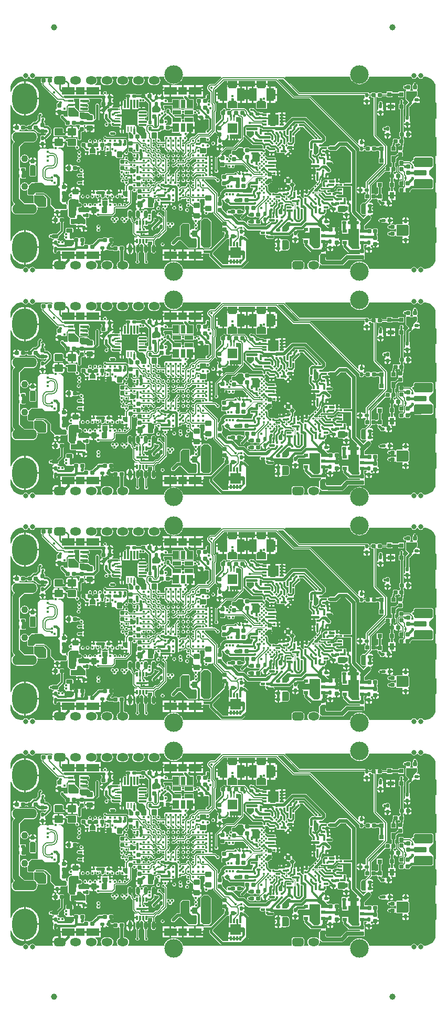
<source format=gbl>
G04*
G04 #@! TF.GenerationSoftware,Altium Limited,Altium Designer,19.1.5 (86)*
G04*
G04 Layer_Physical_Order=8*
G04 Layer_Color=16711680*
%FSLAX44Y44*%
%MOMM*%
G71*
G01*
G75*
%ADD10C,1.0000*%
%ADD11C,0.3090*%
%ADD12C,0.2000*%
%ADD13C,0.3000*%
G04:AMPARAMS|DCode=14|XSize=0.6mm|YSize=0.6mm|CornerRadius=0.06mm|HoleSize=0mm|Usage=FLASHONLY|Rotation=270.000|XOffset=0mm|YOffset=0mm|HoleType=Round|Shape=RoundedRectangle|*
%AMROUNDEDRECTD14*
21,1,0.6000,0.4800,0,0,270.0*
21,1,0.4800,0.6000,0,0,270.0*
1,1,0.1200,-0.2400,-0.2400*
1,1,0.1200,-0.2400,0.2400*
1,1,0.1200,0.2400,0.2400*
1,1,0.1200,0.2400,-0.2400*
%
%ADD14ROUNDEDRECTD14*%
G04:AMPARAMS|DCode=15|XSize=0.6mm|YSize=0.6mm|CornerRadius=0.06mm|HoleSize=0mm|Usage=FLASHONLY|Rotation=0.000|XOffset=0mm|YOffset=0mm|HoleType=Round|Shape=RoundedRectangle|*
%AMROUNDEDRECTD15*
21,1,0.6000,0.4800,0,0,0.0*
21,1,0.4800,0.6000,0,0,0.0*
1,1,0.1200,0.2400,-0.2400*
1,1,0.1200,-0.2400,-0.2400*
1,1,0.1200,-0.2400,0.2400*
1,1,0.1200,0.2400,0.2400*
%
%ADD15ROUNDEDRECTD15*%
G04:AMPARAMS|DCode=16|XSize=1mm|YSize=0.9mm|CornerRadius=0.1125mm|HoleSize=0mm|Usage=FLASHONLY|Rotation=180.000|XOffset=0mm|YOffset=0mm|HoleType=Round|Shape=RoundedRectangle|*
%AMROUNDEDRECTD16*
21,1,1.0000,0.6750,0,0,180.0*
21,1,0.7750,0.9000,0,0,180.0*
1,1,0.2250,-0.3875,0.3375*
1,1,0.2250,0.3875,0.3375*
1,1,0.2250,0.3875,-0.3375*
1,1,0.2250,-0.3875,-0.3375*
%
%ADD16ROUNDEDRECTD16*%
G04:AMPARAMS|DCode=19|XSize=1mm|YSize=0.9mm|CornerRadius=0.1125mm|HoleSize=0mm|Usage=FLASHONLY|Rotation=270.000|XOffset=0mm|YOffset=0mm|HoleType=Round|Shape=RoundedRectangle|*
%AMROUNDEDRECTD19*
21,1,1.0000,0.6750,0,0,270.0*
21,1,0.7750,0.9000,0,0,270.0*
1,1,0.2250,-0.3375,-0.3875*
1,1,0.2250,-0.3375,0.3875*
1,1,0.2250,0.3375,0.3875*
1,1,0.2250,0.3375,-0.3875*
%
%ADD19ROUNDEDRECTD19*%
G04:AMPARAMS|DCode=20|XSize=0.5mm|YSize=0.6mm|CornerRadius=0.05mm|HoleSize=0mm|Usage=FLASHONLY|Rotation=90.000|XOffset=0mm|YOffset=0mm|HoleType=Round|Shape=RoundedRectangle|*
%AMROUNDEDRECTD20*
21,1,0.5000,0.5000,0,0,90.0*
21,1,0.4000,0.6000,0,0,90.0*
1,1,0.1000,0.2500,0.2000*
1,1,0.1000,0.2500,-0.2000*
1,1,0.1000,-0.2500,-0.2000*
1,1,0.1000,-0.2500,0.2000*
%
%ADD20ROUNDEDRECTD20*%
G04:AMPARAMS|DCode=21|XSize=0.5mm|YSize=0.6mm|CornerRadius=0.05mm|HoleSize=0mm|Usage=FLASHONLY|Rotation=0.000|XOffset=0mm|YOffset=0mm|HoleType=Round|Shape=RoundedRectangle|*
%AMROUNDEDRECTD21*
21,1,0.5000,0.5000,0,0,0.0*
21,1,0.4000,0.6000,0,0,0.0*
1,1,0.1000,0.2000,-0.2500*
1,1,0.1000,-0.2000,-0.2500*
1,1,0.1000,-0.2000,0.2500*
1,1,0.1000,0.2000,0.2500*
%
%ADD21ROUNDEDRECTD21*%
%ADD27R,4.0000X2.0000*%
%ADD30C,0.5000*%
%ADD35R,0.3500X0.3000*%
%ADD39R,0.3000X0.3500*%
%ADD40R,1.4000X1.3000*%
%ADD41R,2.0000X1.3000*%
G04:AMPARAMS|DCode=42|XSize=1.3mm|YSize=0.8mm|CornerRadius=0.1mm|HoleSize=0mm|Usage=FLASHONLY|Rotation=270.000|XOffset=0mm|YOffset=0mm|HoleType=Round|Shape=RoundedRectangle|*
%AMROUNDEDRECTD42*
21,1,1.3000,0.6000,0,0,270.0*
21,1,1.1000,0.8000,0,0,270.0*
1,1,0.2000,-0.3000,-0.5500*
1,1,0.2000,-0.3000,0.5500*
1,1,0.2000,0.3000,0.5500*
1,1,0.2000,0.3000,-0.5500*
%
%ADD42ROUNDEDRECTD42*%
%ADD50C,0.3500*%
%ADD54C,0.4000*%
%ADD55C,0.1500*%
%ADD56C,0.1100*%
%ADD57C,0.3500*%
%ADD59C,0.4500*%
%ADD60C,0.5000*%
%ADD61C,0.1000*%
%ADD62C,0.6000*%
%ADD63C,0.2500*%
G04:AMPARAMS|DCode=67|XSize=1.8mm|YSize=1.3mm|CornerRadius=0.325mm|HoleSize=0mm|Usage=FLASHONLY|Rotation=0.000|XOffset=0mm|YOffset=0mm|HoleType=Round|Shape=RoundedRectangle|*
%AMROUNDEDRECTD67*
21,1,1.8000,0.6500,0,0,0.0*
21,1,1.1500,1.3000,0,0,0.0*
1,1,0.6500,0.5750,-0.3250*
1,1,0.6500,-0.5750,-0.3250*
1,1,0.6500,-0.5750,0.3250*
1,1,0.6500,0.5750,0.3250*
%
%ADD67ROUNDEDRECTD67*%
%ADD68O,1.8000X1.3000*%
%ADD69C,1.1000*%
%ADD70O,4.0000X1.6000*%
%ADD71C,3.0000*%
%ADD72C,0.8000*%
%ADD73O,4.0000X5.0000*%
%ADD74C,0.4000*%
%ADD76C,0.8000*%
%ADD78C,0.6500*%
%ADD80C,1.0000*%
%ADD82C,0.2200*%
G04:AMPARAMS|DCode=83|XSize=0.3mm|YSize=0.35mm|CornerRadius=0mm|HoleSize=0mm|Usage=FLASHONLY|Rotation=315.000|XOffset=0mm|YOffset=0mm|HoleType=Round|Shape=Rectangle|*
%AMROTATEDRECTD83*
4,1,4,-0.2298,-0.0177,0.0177,0.2298,0.2298,0.0177,-0.0177,-0.2298,-0.2298,-0.0177,0.0*
%
%ADD83ROTATEDRECTD83*%

G04:AMPARAMS|DCode=84|XSize=0.6mm|YSize=0.6mm|CornerRadius=0.06mm|HoleSize=0mm|Usage=FLASHONLY|Rotation=45.000|XOffset=0mm|YOffset=0mm|HoleType=Round|Shape=RoundedRectangle|*
%AMROUNDEDRECTD84*
21,1,0.6000,0.4800,0,0,45.0*
21,1,0.4800,0.6000,0,0,45.0*
1,1,0.1200,0.3394,0.0000*
1,1,0.1200,0.0000,-0.3394*
1,1,0.1200,-0.3394,0.0000*
1,1,0.1200,0.0000,0.3394*
%
%ADD84ROUNDEDRECTD84*%
%ADD85R,0.3000X0.8000*%
%ADD86R,1.8000X0.3000*%
%ADD87R,1.5500X1.0000*%
%ADD88R,1.2000X1.6000*%
%ADD89R,1.2000X1.2000*%
%ADD90R,1.2000X2.1500*%
%ADD91R,1.0000X0.7000*%
%ADD92R,0.7000X0.7000*%
%ADD93R,0.7000X0.7000*%
%ADD94R,0.7000X1.0000*%
G04:AMPARAMS|DCode=95|XSize=0.6mm|YSize=1mm|CornerRadius=0.075mm|HoleSize=0mm|Usage=FLASHONLY|Rotation=270.000|XOffset=0mm|YOffset=0mm|HoleType=Round|Shape=RoundedRectangle|*
%AMROUNDEDRECTD95*
21,1,0.6000,0.8500,0,0,270.0*
21,1,0.4500,1.0000,0,0,270.0*
1,1,0.1500,-0.4250,-0.2250*
1,1,0.1500,-0.4250,0.2250*
1,1,0.1500,0.4250,0.2250*
1,1,0.1500,0.4250,-0.2250*
%
%ADD95ROUNDEDRECTD95*%
%ADD96R,0.8500X0.4000*%
%ADD97R,1.6000X1.6000*%
%ADD98R,0.2500X0.6250*%
G04:AMPARAMS|DCode=99|XSize=1.3mm|YSize=0.8mm|CornerRadius=0.1mm|HoleSize=0mm|Usage=FLASHONLY|Rotation=180.000|XOffset=0mm|YOffset=0mm|HoleType=Round|Shape=RoundedRectangle|*
%AMROUNDEDRECTD99*
21,1,1.3000,0.6000,0,0,180.0*
21,1,1.1000,0.8000,0,0,180.0*
1,1,0.2000,-0.5500,0.3000*
1,1,0.2000,0.5500,0.3000*
1,1,0.2000,0.5500,-0.3000*
1,1,0.2000,-0.5500,-0.3000*
%
%ADD99ROUNDEDRECTD99*%
G04:AMPARAMS|DCode=100|XSize=1.4mm|YSize=1.2mm|CornerRadius=0.15mm|HoleSize=0mm|Usage=FLASHONLY|Rotation=0.000|XOffset=0mm|YOffset=0mm|HoleType=Round|Shape=RoundedRectangle|*
%AMROUNDEDRECTD100*
21,1,1.4000,0.9000,0,0,0.0*
21,1,1.1000,1.2000,0,0,0.0*
1,1,0.3000,0.5500,-0.4500*
1,1,0.3000,-0.5500,-0.4500*
1,1,0.3000,-0.5500,0.4500*
1,1,0.3000,0.5500,0.4500*
%
%ADD100ROUNDEDRECTD100*%
%ADD101R,2.6000X2.6000*%
%ADD102O,0.2500X0.9000*%
%ADD103O,0.9000X0.2500*%
G04:AMPARAMS|DCode=104|XSize=0.9mm|YSize=2mm|CornerRadius=0.1125mm|HoleSize=0mm|Usage=FLASHONLY|Rotation=270.000|XOffset=0mm|YOffset=0mm|HoleType=Round|Shape=RoundedRectangle|*
%AMROUNDEDRECTD104*
21,1,0.9000,1.7750,0,0,270.0*
21,1,0.6750,2.0000,0,0,270.0*
1,1,0.2250,-0.8875,-0.3375*
1,1,0.2250,-0.8875,0.3375*
1,1,0.2250,0.8875,0.3375*
1,1,0.2250,0.8875,-0.3375*
%
%ADD104ROUNDEDRECTD104*%
G04:AMPARAMS|DCode=105|XSize=1.5mm|YSize=3mm|CornerRadius=0.1875mm|HoleSize=0mm|Usage=FLASHONLY|Rotation=270.000|XOffset=0mm|YOffset=0mm|HoleType=Round|Shape=RoundedRectangle|*
%AMROUNDEDRECTD105*
21,1,1.5000,2.6250,0,0,270.0*
21,1,1.1250,3.0000,0,0,270.0*
1,1,0.3750,-1.3125,-0.5625*
1,1,0.3750,-1.3125,0.5625*
1,1,0.3750,1.3125,0.5625*
1,1,0.3750,1.3125,-0.5625*
%
%ADD105ROUNDEDRECTD105*%
%ADD106R,0.7000X1.3500*%
%ADD107R,1.3500X0.7000*%
%ADD108R,1.0000X1.3500*%
%ADD109R,1.7000X1.7000*%
%ADD110R,0.6500X0.3000*%
%ADD111R,1.7000X1.7000*%
%ADD112R,0.3000X0.6500*%
%ADD113O,0.6000X1.3000*%
%ADD114R,1.7000X2.5000*%
%ADD115R,0.7000X0.5000*%
G04:AMPARAMS|DCode=116|XSize=0.3mm|YSize=0.35mm|CornerRadius=0mm|HoleSize=0mm|Usage=FLASHONLY|Rotation=45.000|XOffset=0mm|YOffset=0mm|HoleType=Round|Shape=Rectangle|*
%AMROTATEDRECTD116*
4,1,4,0.0177,-0.2298,-0.2298,0.0177,-0.0177,0.2298,0.2298,-0.0177,0.0177,-0.2298,0.0*
%
%ADD116ROTATEDRECTD116*%

%ADD117C,0.5500*%
%ADD118C,0.2300*%
%ADD119C,0.1900*%
%ADD120C,0.1700*%
%ADD121C,0.3100*%
%ADD122C,0.3700*%
%ADD123C,0.3800*%
%ADD124C,0.1800*%
%ADD125C,0.2400*%
G36*
X675239Y1402071D02*
X678508Y1400717D01*
X681449Y1398751D01*
X683951Y1396250D01*
X685917Y1393308D01*
X687271Y1390039D01*
X687961Y1386569D01*
Y1384800D01*
Y1360759D01*
X689500D01*
X689500Y1338800D01*
D01*
Y1338627D01*
Y1337350D01*
D01*
X689500Y1335635D01*
X687961D01*
X687961Y1305315D01*
X689500D01*
X689500Y1302150D01*
X687961D01*
X687961Y1294400D01*
X689500D01*
X689500Y1274850D01*
X687961D01*
Y1258898D01*
X686961Y1258200D01*
X684608D01*
X684608Y1258200D01*
X684608Y1237700D01*
X677000Y1245308D01*
X677000Y1250600D01*
X684605Y1258205D01*
X683932Y1259200D01*
X684056Y1259825D01*
Y1271075D01*
X683833Y1272197D01*
X683198Y1273148D01*
X682247Y1273783D01*
X681125Y1274007D01*
X654875D01*
X653753Y1273783D01*
X652802Y1273148D01*
X652167Y1272197D01*
X651944Y1271075D01*
Y1268403D01*
X650732Y1268162D01*
X649657Y1267443D01*
X648939Y1266368D01*
X648826Y1265800D01*
X647740Y1265471D01*
X647419Y1265792D01*
X646757Y1266234D01*
X645977Y1266389D01*
X636281D01*
Y1266750D01*
X636157Y1267374D01*
X635804Y1267904D01*
X635274Y1268257D01*
X634650Y1268382D01*
X629850D01*
X629226Y1268257D01*
X628697Y1267904D01*
X628343Y1267374D01*
X628219Y1266750D01*
Y1261950D01*
X628343Y1261326D01*
X628487Y1261110D01*
X628115Y1260862D01*
X626238Y1258985D01*
X625852Y1258406D01*
X625716Y1257724D01*
Y1250977D01*
X625852Y1250294D01*
X626238Y1249715D01*
X626703Y1249251D01*
X626320Y1248327D01*
X625225D01*
X624000Y1248083D01*
X622961Y1247389D01*
X622267Y1246350D01*
X622242Y1246225D01*
X621214D01*
X621179Y1246279D01*
X620649Y1246632D01*
X620095Y1246743D01*
Y1247388D01*
X620072Y1247504D01*
X620507Y1249694D01*
X622525D01*
X623149Y1249818D01*
X623679Y1250172D01*
X624032Y1250701D01*
X624156Y1251325D01*
Y1256125D01*
X624032Y1256749D01*
X623679Y1257279D01*
X623149Y1257632D01*
X622720Y1257718D01*
Y1263850D01*
X624500D01*
Y1270680D01*
X627839Y1274019D01*
X627856Y1274045D01*
X627995Y1274138D01*
X628101Y1274068D01*
X628725Y1273944D01*
X633525D01*
X634149Y1274068D01*
X634678Y1274422D01*
X635032Y1274951D01*
X635156Y1275575D01*
Y1280375D01*
X635032Y1280999D01*
X634678Y1281529D01*
X634625Y1281564D01*
Y1284386D01*
X634678Y1284422D01*
X635032Y1284951D01*
X635156Y1285575D01*
Y1289162D01*
X635701Y1290476D01*
X635993Y1292700D01*
X635970D01*
Y1295115D01*
X636428Y1295422D01*
X636782Y1295951D01*
X636906Y1296575D01*
Y1301375D01*
X636782Y1302000D01*
X636428Y1302529D01*
X635970Y1302835D01*
Y1306132D01*
X636274Y1306193D01*
X636804Y1306547D01*
X636839Y1306600D01*
X637867D01*
X637892Y1306475D01*
X638586Y1305436D01*
X639625Y1304742D01*
X640850Y1304499D01*
X641980D01*
Y1310100D01*
Y1315702D01*
X640850D01*
X639625Y1315458D01*
X638586Y1314764D01*
X637892Y1313725D01*
X637867Y1313600D01*
X636839D01*
X636804Y1313654D01*
X636274Y1314007D01*
X635845Y1314093D01*
Y1350350D01*
X637000D01*
Y1359350D01*
X635345D01*
Y1362334D01*
X635576Y1362680D01*
X635809Y1363850D01*
X635576Y1365021D01*
X634913Y1366013D01*
X633921Y1366676D01*
X632750Y1366909D01*
X631580Y1366676D01*
X630587Y1366013D01*
X629924Y1365021D01*
X629691Y1363850D01*
X629924Y1362680D01*
X630155Y1362334D01*
Y1359350D01*
X628000D01*
Y1350350D01*
X630655D01*
Y1314093D01*
X630226Y1314007D01*
X629697Y1313654D01*
X629343Y1313125D01*
X629219Y1312500D01*
Y1307700D01*
X629343Y1307076D01*
X629697Y1306547D01*
X630226Y1306193D01*
X630780Y1306083D01*
Y1303006D01*
X630475D01*
X629851Y1302882D01*
X629321Y1302529D01*
X629286Y1302475D01*
X626464D01*
X626428Y1302529D01*
X625899Y1302882D01*
X625275Y1303006D01*
X620475D01*
X619851Y1302882D01*
X619321Y1302529D01*
X618968Y1302000D01*
X618844Y1301375D01*
Y1297846D01*
X617773Y1295261D01*
X617348Y1292034D01*
X616528Y1291600D01*
X615500D01*
Y1282600D01*
X624500D01*
Y1291600D01*
X623430D01*
X623424Y1291604D01*
X622685Y1292600D01*
X622856Y1293899D01*
X623288Y1294944D01*
X625275D01*
X625899Y1295068D01*
X626428Y1295422D01*
X626464Y1295475D01*
X629286D01*
X629321Y1295422D01*
X629851Y1295068D01*
X630475Y1294944D01*
X630780D01*
Y1292700D01*
X630768D01*
X630630Y1292007D01*
X628725D01*
X628101Y1291882D01*
X627571Y1291529D01*
X627218Y1290999D01*
X627094Y1290375D01*
Y1285575D01*
X627218Y1284951D01*
X627571Y1284422D01*
X627625Y1284386D01*
Y1281564D01*
X627571Y1281529D01*
X627218Y1280999D01*
X627094Y1280375D01*
Y1279657D01*
X626189Y1279282D01*
X624144Y1277713D01*
X624169Y1277689D01*
X624169Y1277689D01*
X622330Y1275850D01*
X615500D01*
Y1263850D01*
X617530D01*
Y1257718D01*
X617101Y1257632D01*
X616571Y1257279D01*
X616536Y1257225D01*
X613714Y1257225D01*
X613679Y1257279D01*
X613149Y1257632D01*
X612525Y1257757D01*
X607725D01*
X607101Y1257632D01*
X606571Y1257279D01*
X606218Y1256749D01*
X606094Y1256125D01*
Y1254730D01*
X605875Y1253764D01*
X605095Y1253609D01*
X604433Y1253167D01*
X580808Y1229542D01*
X580366Y1228881D01*
X580289Y1228494D01*
X579289Y1228593D01*
Y1231756D01*
X608692Y1261158D01*
X608692Y1261158D01*
X609134Y1261820D01*
X609289Y1262600D01*
Y1291100D01*
X609289Y1291100D01*
X609134Y1291881D01*
X608692Y1292542D01*
X608692Y1292542D01*
X592039Y1309195D01*
Y1370100D01*
X593911D01*
X593946Y1370047D01*
X594476Y1369693D01*
X595100Y1369569D01*
X599900D01*
X600524Y1369693D01*
X601054Y1370047D01*
X601407Y1370576D01*
X601531Y1371200D01*
Y1371561D01*
X608750D01*
Y1370100D01*
X617750D01*
Y1371541D01*
X627750D01*
Y1370100D01*
X636750D01*
Y1379100D01*
X627750D01*
Y1377659D01*
X617750D01*
Y1379100D01*
X608750D01*
Y1375639D01*
X601531D01*
Y1376000D01*
X601407Y1376624D01*
X601054Y1377154D01*
X600524Y1377507D01*
X599900Y1377632D01*
X595100D01*
X594476Y1377507D01*
X593946Y1377154D01*
X593911Y1377100D01*
X591089D01*
X591054Y1377154D01*
X590524Y1377507D01*
X589900Y1377632D01*
X585100D01*
X584476Y1377507D01*
X583946Y1377154D01*
X583593Y1376624D01*
X583469Y1376000D01*
Y1375639D01*
X580374D01*
Y1376100D01*
X579898Y1377248D01*
X578750Y1377724D01*
X575296D01*
X575280Y1377734D01*
X574500Y1377889D01*
X468595D01*
X444723Y1401761D01*
X445137Y1402761D01*
X549505D01*
X550146Y1400648D01*
X551632Y1397868D01*
X553632Y1395432D01*
X556068Y1393432D01*
X558847Y1391947D01*
X561864Y1391032D01*
X565000Y1390723D01*
X568137Y1391032D01*
X571153Y1391947D01*
X573932Y1393432D01*
X576368Y1395432D01*
X578368Y1397868D01*
X579854Y1400648D01*
X580495Y1402761D01*
X648349D01*
X649395Y1401195D01*
X651049Y1400090D01*
X653000Y1399702D01*
X654951Y1400090D01*
X656605Y1401195D01*
X657651Y1402761D01*
X659099D01*
X660145Y1401195D01*
X661799Y1400090D01*
X663750Y1399702D01*
X665701Y1400090D01*
X667355Y1401195D01*
X668401Y1402761D01*
X671769Y1402761D01*
X675239Y1402071D01*
D02*
G37*
G36*
X69625Y1401784D02*
X69406Y1400821D01*
X69103Y1400673D01*
X68375Y1400523D01*
X68024Y1400757D01*
X67400Y1400882D01*
X62600D01*
X61976Y1400757D01*
X61446Y1400404D01*
X61411Y1400350D01*
X58589D01*
X58554Y1400404D01*
X58024Y1400757D01*
X57400Y1400882D01*
X52600D01*
X51976Y1400757D01*
X51446Y1400404D01*
X51093Y1399875D01*
X50969Y1399250D01*
Y1394450D01*
X51093Y1393826D01*
X51446Y1393297D01*
X51976Y1392943D01*
X52461Y1392847D01*
Y1389693D01*
X52616Y1388913D01*
X53058Y1388251D01*
X76401Y1364908D01*
X76401Y1364908D01*
X77063Y1364466D01*
X77843Y1364311D01*
X79471D01*
X79885Y1363311D01*
X77087Y1360513D01*
X76968Y1360335D01*
X76697Y1360154D01*
X76343Y1359624D01*
X76219Y1359000D01*
Y1358488D01*
X76191Y1358350D01*
X76191Y1358350D01*
Y1356600D01*
X76219Y1356462D01*
Y1354200D01*
X76343Y1353576D01*
X76697Y1353047D01*
X76750Y1353011D01*
Y1351983D01*
X76625Y1351958D01*
X75586Y1351264D01*
X74892Y1350225D01*
X74649Y1349000D01*
Y1347870D01*
X80250D01*
Y1346600D01*
D01*
Y1348100D01*
X94000D01*
Y1338850D01*
X89250D01*
X88000Y1340100D01*
Y1341350D01*
X87250Y1342100D01*
X84250Y1342100D01*
X82232Y1340082D01*
X82277Y1339999D01*
X82024Y1339621D01*
X81791Y1338450D01*
Y1338000D01*
X81791Y1338000D01*
X82024Y1336830D01*
X82687Y1335837D01*
X90219Y1328306D01*
Y1326200D01*
X90343Y1325576D01*
X90696Y1325047D01*
X91226Y1324693D01*
X91850Y1324569D01*
X96650D01*
X97274Y1324693D01*
X97804Y1325047D01*
X97839Y1325100D01*
X100661D01*
X100696Y1325047D01*
X101226Y1324693D01*
X101850Y1324569D01*
X106650D01*
X107274Y1324693D01*
X107803Y1325047D01*
X108134Y1325541D01*
X113116D01*
X113447Y1325047D01*
X113500Y1325011D01*
Y1322189D01*
X113447Y1322154D01*
X113093Y1321624D01*
X112969Y1321000D01*
Y1318893D01*
X111793Y1317718D01*
X110869Y1318100D01*
Y1318600D01*
X110556Y1320177D01*
X109663Y1321513D01*
X108327Y1322406D01*
X106750Y1322719D01*
X102520D01*
Y1314100D01*
Y1305481D01*
X106750D01*
X108327Y1305795D01*
X108941Y1306205D01*
X109941Y1305671D01*
Y1303600D01*
X110174Y1302430D01*
X110837Y1301437D01*
X111830Y1300774D01*
X113000Y1300541D01*
X114171Y1300774D01*
X115163Y1301437D01*
X115826Y1302430D01*
X116059Y1303600D01*
Y1313332D01*
X117296Y1314569D01*
X119400D01*
X120024Y1314693D01*
X120554Y1315047D01*
X120907Y1315576D01*
X121031Y1316200D01*
Y1321000D01*
X120907Y1321624D01*
X120554Y1322154D01*
X120500Y1322189D01*
Y1325011D01*
X120554Y1325047D01*
X120884Y1325541D01*
X121987D01*
X122600Y1324541D01*
X122388Y1323475D01*
Y1321370D01*
X137612D01*
Y1323475D01*
X137327Y1324905D01*
X137116Y1325222D01*
X137311Y1326202D01*
X137663Y1326437D01*
X143913Y1332688D01*
X143913Y1332688D01*
X144576Y1333680D01*
X144809Y1334851D01*
X144809Y1334851D01*
Y1356746D01*
X144576Y1357916D01*
X143913Y1358909D01*
X142921Y1359572D01*
X141750Y1359805D01*
X140580Y1359572D01*
X139588Y1358909D01*
X138925Y1357916D01*
X138692Y1356746D01*
Y1336118D01*
X137042Y1334468D01*
X136042Y1334882D01*
Y1340475D01*
X135877Y1341304D01*
X135407Y1342007D01*
X134704Y1342477D01*
X133875Y1342642D01*
X131668D01*
X129105Y1345205D01*
X127451Y1346310D01*
X125500Y1346698D01*
X117750D01*
X117672Y1346683D01*
X114000D01*
X113235Y1346366D01*
X112515Y1346866D01*
X106040Y1353341D01*
Y1356330D01*
X99250D01*
Y1358870D01*
X106040D01*
Y1362140D01*
X104500D01*
Y1367100D01*
X105214Y1367791D01*
X112286D01*
X113000Y1367100D01*
X113000Y1366791D01*
X113000Y1360850D01*
X113000Y1360100D01*
Y1354600D01*
X113000D01*
Y1354100D01*
X113000D01*
Y1348100D01*
X117955D01*
X118250Y1348041D01*
X124750D01*
X125921Y1348274D01*
X126913Y1348937D01*
X127576Y1349930D01*
X127809Y1351100D01*
X127576Y1352271D01*
X126913Y1353263D01*
X126783Y1353350D01*
Y1354350D01*
X126913Y1354437D01*
X127576Y1355430D01*
X127809Y1356600D01*
X127576Y1357771D01*
X126913Y1358763D01*
X126913Y1358763D01*
X125913Y1359763D01*
X125496Y1360041D01*
X125800Y1361041D01*
X126500D01*
X127671Y1361274D01*
X128663Y1361937D01*
X129326Y1362930D01*
X129559Y1364100D01*
X129326Y1365271D01*
X128663Y1366263D01*
X127872Y1366791D01*
X128056Y1367791D01*
X147651D01*
X148102Y1366702D01*
X148691Y1366458D01*
Y1363234D01*
X148196Y1362904D01*
X147843Y1362375D01*
X147719Y1361750D01*
Y1356950D01*
X147843Y1356326D01*
X148196Y1355797D01*
X148726Y1355443D01*
X149350Y1355319D01*
X154150D01*
X154774Y1355443D01*
X155304Y1355797D01*
X155339Y1355850D01*
X156367D01*
X156392Y1355725D01*
X157086Y1354686D01*
X158125Y1353992D01*
X159350Y1353749D01*
X161306D01*
X161747Y1353011D01*
X161392Y1352474D01*
X159250D01*
X158827Y1352299D01*
X158750Y1352350D01*
Y1352350D01*
X156904D01*
X156442Y1353042D01*
X155842Y1353443D01*
X154750Y1352350D01*
X153020D01*
Y1348850D01*
Y1343127D01*
X153155Y1342932D01*
X153120Y1342751D01*
X152891Y1341600D01*
Y1336150D01*
X152891Y1336150D01*
X153124Y1334980D01*
X153787Y1333987D01*
X158599Y1329175D01*
X157962Y1328399D01*
X157921Y1328426D01*
X156750Y1328659D01*
X155579Y1328426D01*
X154587Y1327763D01*
X153924Y1326771D01*
X153691Y1325600D01*
X153924Y1324430D01*
X154587Y1323437D01*
X155579Y1322774D01*
X156750Y1322541D01*
X157921Y1322774D01*
X158913Y1323437D01*
X159576Y1324430D01*
X159809Y1325600D01*
X159576Y1326771D01*
X159108Y1327471D01*
X159829Y1328192D01*
X160079Y1328024D01*
X161250Y1327791D01*
X162421Y1328024D01*
X163150Y1328512D01*
X163798Y1327975D01*
X163914Y1327820D01*
X163692Y1326700D01*
X163924Y1325530D01*
X164587Y1324537D01*
X165580Y1323874D01*
X166069Y1323777D01*
X166198Y1323648D01*
X167025Y1323095D01*
X168000Y1322901D01*
X177037D01*
X177672Y1322128D01*
X177636Y1321950D01*
Y1319970D01*
X181500D01*
Y1318830D01*
Y1318830D01*
Y1323601D01*
X186500Y1328601D01*
Y1318700D01*
X187770D01*
Y1311839D01*
X187979Y1311880D01*
X189233Y1312718D01*
X189552Y1313196D01*
X190247Y1313334D01*
X190302Y1313326D01*
X190751Y1313190D01*
X191306Y1312175D01*
X191191Y1311600D01*
X191424Y1310430D01*
X192087Y1309437D01*
X192311Y1309214D01*
X192219Y1308750D01*
Y1303950D01*
X192240Y1303844D01*
X191318Y1303351D01*
X189519Y1305150D01*
X188808Y1305625D01*
X187969Y1305792D01*
X157312D01*
X156663Y1306763D01*
X155671Y1307426D01*
X154500Y1307659D01*
X153329Y1307426D01*
X152337Y1306763D01*
X151674Y1305771D01*
X151441Y1304600D01*
X151674Y1303430D01*
X152085Y1302814D01*
X152087Y1301739D01*
X151989Y1301467D01*
X151424Y1300621D01*
X151191Y1299450D01*
X151424Y1298280D01*
X151690Y1297881D01*
X151155Y1296882D01*
X149345D01*
X148810Y1297881D01*
X149076Y1298280D01*
X149309Y1299450D01*
X149076Y1300621D01*
X148413Y1301613D01*
X147421Y1302276D01*
X146250Y1302509D01*
X145079Y1302276D01*
X144087Y1301613D01*
X143424Y1300621D01*
X143191Y1299450D01*
X143424Y1298280D01*
X143634Y1297966D01*
X143180Y1296844D01*
X142775Y1296757D01*
X142774Y1296757D01*
X142150Y1296882D01*
X141345D01*
X140810Y1297881D01*
X141076Y1298280D01*
X141309Y1299450D01*
X141076Y1300621D01*
X140413Y1301613D01*
X139420Y1302276D01*
X138250Y1302509D01*
X137079Y1302276D01*
X136087Y1301613D01*
X135424Y1300621D01*
X135191Y1299450D01*
X135424Y1298280D01*
X135973Y1297457D01*
X136156Y1296596D01*
X135580Y1295676D01*
X134587Y1295013D01*
X134376Y1294802D01*
X133517Y1295321D01*
X133407Y1295874D01*
X133054Y1296404D01*
X132971Y1296459D01*
X132888Y1296582D01*
X132686Y1297588D01*
X132715Y1297739D01*
X133076Y1298280D01*
X133309Y1299450D01*
X133076Y1300621D01*
X132413Y1301613D01*
X131420Y1302276D01*
X130250Y1302509D01*
X129079Y1302276D01*
X128087Y1301613D01*
X127424Y1300621D01*
X127191Y1299450D01*
X127424Y1298280D01*
X127690Y1297881D01*
X127155Y1296882D01*
X127100D01*
X126476Y1296757D01*
X125947Y1296404D01*
X125911Y1296350D01*
X123089D01*
X123054Y1296404D01*
X122524Y1296757D01*
X121900Y1296882D01*
X117100D01*
X116476Y1296757D01*
X115947Y1296404D01*
X115593Y1295874D01*
X115469Y1295250D01*
Y1290450D01*
X115593Y1289826D01*
X115947Y1289297D01*
X116476Y1288943D01*
X117100Y1288819D01*
X118641D01*
X121910Y1285550D01*
Y1282620D01*
X125950D01*
Y1281350D01*
X127220D01*
Y1277060D01*
X129990D01*
Y1278461D01*
X130001Y1278468D01*
X138750D01*
X138760Y1278462D01*
Y1277060D01*
X141530D01*
Y1281350D01*
X142800D01*
Y1282620D01*
X146840D01*
Y1284354D01*
X147840Y1284658D01*
X148087Y1284288D01*
X149080Y1283625D01*
X150250Y1283392D01*
X151421Y1283625D01*
X152413Y1284288D01*
X153076Y1285280D01*
X153309Y1286450D01*
X153076Y1287621D01*
X152810Y1288020D01*
X152837Y1288985D01*
X153304Y1289297D01*
X153657Y1289826D01*
X153781Y1290450D01*
Y1295250D01*
X154379Y1295658D01*
X155151Y1294902D01*
Y1294720D01*
X160751D01*
Y1292180D01*
X155151D01*
Y1291450D01*
X155387Y1290264D01*
X155810Y1289631D01*
X156087Y1288613D01*
X155424Y1287621D01*
X155191Y1286450D01*
X155424Y1285280D01*
X155671Y1284910D01*
X155233Y1284617D01*
X154423Y1283405D01*
X154138Y1281975D01*
Y1279370D01*
X161250D01*
Y1278100D01*
X162520D01*
Y1275346D01*
X170000Y1275350D01*
X173250Y1272100D01*
X173750D01*
X173750Y1272100D01*
X174743Y1272085D01*
X174875Y1272059D01*
X181625D01*
X182454Y1272224D01*
X183157Y1272693D01*
X183627Y1273396D01*
X183792Y1274225D01*
Y1278542D01*
X184551Y1279301D01*
X185636Y1278972D01*
X185674Y1278780D01*
X186337Y1277787D01*
X187330Y1277124D01*
X188500Y1276891D01*
X189671Y1277124D01*
X190663Y1277787D01*
X191326Y1278780D01*
X191559Y1279950D01*
X191326Y1281121D01*
X190663Y1282113D01*
X189671Y1282776D01*
X189478Y1282814D01*
X189149Y1283899D01*
X190795Y1285545D01*
X191719Y1285162D01*
Y1282950D01*
X191843Y1282326D01*
X192197Y1281797D01*
X192726Y1281443D01*
X193350Y1281319D01*
X195841D01*
X198651Y1278508D01*
X199313Y1278066D01*
X199406Y1277842D01*
X198924Y1277121D01*
X198691Y1275950D01*
X198924Y1274780D01*
X199587Y1273788D01*
X200579Y1273124D01*
X201750Y1272892D01*
X202160Y1272555D01*
Y1271345D01*
X201750Y1271009D01*
X200579Y1270776D01*
X199587Y1270113D01*
X198924Y1269121D01*
X198691Y1267950D01*
X198892Y1266938D01*
X198416Y1265938D01*
X194910D01*
X191542Y1269306D01*
X190897Y1269737D01*
X191225Y1270629D01*
X191326Y1270780D01*
X191559Y1271950D01*
X191326Y1273121D01*
X190663Y1274113D01*
X189671Y1274776D01*
X188500Y1275009D01*
X187330Y1274776D01*
X186337Y1274113D01*
X185674Y1273121D01*
X185441Y1271950D01*
X185653Y1270889D01*
X185582Y1270586D01*
X185209Y1269889D01*
X182050D01*
X182015Y1269882D01*
X179350D01*
X178726Y1269757D01*
X178197Y1269404D01*
X177843Y1268874D01*
X177719Y1268250D01*
Y1263450D01*
X177843Y1262826D01*
X178197Y1262297D01*
X178250Y1262261D01*
Y1259439D01*
X178197Y1259404D01*
X177843Y1258874D01*
X177719Y1258250D01*
Y1253450D01*
X177843Y1252826D01*
X178197Y1252297D01*
X178726Y1251943D01*
X178978Y1251893D01*
X179218Y1250851D01*
X179087Y1250763D01*
X178424Y1249771D01*
X178191Y1248600D01*
X178424Y1247430D01*
X179087Y1246437D01*
X179565Y1246118D01*
X179587Y1244930D01*
X179337Y1244763D01*
X178674Y1243771D01*
X178441Y1242600D01*
X178674Y1241430D01*
X179337Y1240437D01*
X180329Y1239774D01*
X181500Y1239541D01*
X182671Y1239774D01*
X183663Y1240437D01*
X184326Y1241430D01*
X184559Y1242600D01*
X184326Y1243771D01*
X183663Y1244763D01*
X183185Y1245082D01*
X183163Y1246270D01*
X183413Y1246437D01*
X184076Y1247430D01*
X184309Y1248600D01*
X184164Y1249326D01*
X184956Y1250117D01*
X185436Y1249957D01*
X185555Y1249703D01*
X185674Y1249121D01*
X185441Y1247950D01*
X185674Y1246780D01*
X186337Y1245787D01*
X187330Y1245124D01*
X188500Y1244892D01*
X189671Y1245124D01*
X190663Y1245787D01*
X191326Y1246780D01*
X191559Y1247950D01*
X191348Y1249012D01*
X191419Y1249315D01*
X191792Y1250012D01*
X193418D01*
X193418Y1247897D01*
X192710Y1247190D01*
X192460D01*
Y1244420D01*
X196750D01*
Y1243150D01*
X198020D01*
Y1239110D01*
X199279D01*
X199587Y1238113D01*
X199323Y1237718D01*
X198918Y1237122D01*
X198274Y1237307D01*
X197650Y1237431D01*
X192850D01*
X192226Y1237307D01*
X191696Y1236954D01*
X191343Y1236424D01*
X191219Y1235800D01*
Y1234944D01*
X190219Y1234410D01*
X189671Y1234776D01*
X188500Y1235009D01*
X187330Y1234776D01*
X186562Y1234263D01*
X185731Y1234676D01*
X185641Y1234759D01*
X185809Y1235600D01*
X185576Y1236771D01*
X184913Y1237763D01*
X183921Y1238426D01*
X182750Y1238659D01*
X181579Y1238426D01*
X180587Y1237763D01*
X179924Y1236771D01*
X179691Y1235600D01*
X179924Y1234430D01*
X180587Y1233437D01*
X181579Y1232774D01*
X182750Y1232541D01*
X183921Y1232774D01*
X184688Y1233287D01*
X185519Y1232874D01*
X185609Y1232791D01*
X185441Y1231950D01*
X185674Y1230779D01*
X186337Y1229787D01*
X187152Y1229243D01*
X187476Y1228153D01*
X187308Y1227985D01*
X186866Y1227324D01*
X186711Y1226543D01*
Y1219450D01*
X183241D01*
Y1220990D01*
X180471D01*
Y1216700D01*
X179200D01*
Y1215430D01*
X175161D01*
Y1213616D01*
X174387Y1212981D01*
X174250Y1213009D01*
X173080Y1212776D01*
X172087Y1212113D01*
X171424Y1211121D01*
X171192Y1209950D01*
X171424Y1208780D01*
X172087Y1207787D01*
X173080Y1207124D01*
X174250Y1206891D01*
X175421Y1207124D01*
X176413Y1207787D01*
X177076Y1208780D01*
X177309Y1209950D01*
X177076Y1211121D01*
X176883Y1211410D01*
X177417Y1212410D01*
X179083D01*
X179618Y1211410D01*
X179424Y1211121D01*
X179191Y1209950D01*
X179424Y1208780D01*
X180087Y1207787D01*
X181079Y1207124D01*
X182250Y1206891D01*
X183421Y1207124D01*
X183461Y1207151D01*
X184360Y1206670D01*
X188750D01*
Y1205400D01*
X190021D01*
Y1201360D01*
X193041D01*
X193466Y1200536D01*
Y1200339D01*
X190204Y1197077D01*
X189119Y1197407D01*
X189076Y1197621D01*
X188413Y1198613D01*
X187421Y1199276D01*
X186250Y1199509D01*
X185080Y1199276D01*
X184087Y1198613D01*
X183424Y1197621D01*
X183192Y1196450D01*
X183384Y1195485D01*
X182845Y1194485D01*
X181656D01*
X181117Y1195485D01*
X181309Y1196450D01*
X181076Y1197621D01*
X180413Y1198613D01*
X179421Y1199276D01*
X178250Y1199509D01*
X177080Y1199276D01*
X176087Y1198613D01*
X175424Y1197621D01*
X175191Y1196450D01*
X175384Y1195485D01*
X174845Y1194485D01*
X173656D01*
X173117Y1195485D01*
X173309Y1196450D01*
X173076Y1197621D01*
X172413Y1198613D01*
X171420Y1199276D01*
X170250Y1199509D01*
X169079Y1199276D01*
X168087Y1198613D01*
X167591Y1197870D01*
X166590Y1198166D01*
Y1200180D01*
X162551D01*
Y1201450D01*
X161280D01*
Y1205740D01*
X158511D01*
Y1204440D01*
X158500Y1204433D01*
X150698D01*
X149991Y1205140D01*
X149991Y1205714D01*
X149998Y1205942D01*
X150400Y1206515D01*
X150500Y1206632D01*
X150890Y1206709D01*
X151866Y1206903D01*
X153024Y1207677D01*
X153797Y1208835D01*
X154069Y1210200D01*
Y1212700D01*
X155347D01*
X155809Y1212009D01*
X155953Y1211912D01*
X155424Y1211121D01*
X155191Y1209950D01*
X155424Y1208780D01*
X156087Y1207787D01*
X157079Y1207124D01*
X158250Y1206891D01*
X159420Y1207124D01*
X160413Y1207787D01*
X161076Y1208780D01*
X161309Y1209950D01*
X162073Y1210734D01*
X162530Y1210746D01*
X163192Y1209950D01*
X163424Y1208780D01*
X164087Y1207787D01*
X165080Y1207124D01*
X166250Y1206891D01*
X167421Y1207124D01*
X168413Y1207787D01*
X169076Y1208780D01*
X169309Y1209950D01*
X169076Y1211121D01*
X168413Y1212113D01*
X167421Y1212776D01*
X166250Y1213009D01*
X166058Y1213989D01*
X166100Y1214200D01*
Y1214930D01*
X160501D01*
Y1216200D01*
X159230D01*
Y1221064D01*
X156816D01*
X156814Y1221064D01*
X155809Y1220392D01*
X155347Y1219700D01*
X153500D01*
Y1219700D01*
X153423Y1219649D01*
X153000Y1219824D01*
X148000D01*
X147868Y1219769D01*
X142250D01*
X141241Y1219568D01*
X140240Y1220178D01*
Y1220490D01*
X137471D01*
Y1216200D01*
X136201D01*
Y1214930D01*
X132161D01*
Y1212162D01*
X132087Y1212113D01*
X131424Y1211121D01*
X131191Y1209950D01*
X131424Y1208780D01*
X132087Y1207787D01*
X133079Y1207124D01*
X134250Y1206891D01*
X135421Y1207124D01*
X136413Y1207787D01*
X137076Y1208780D01*
X137309Y1209950D01*
X137118Y1210910D01*
X137659Y1211910D01*
X138841D01*
X139382Y1210910D01*
X139192Y1209950D01*
X139424Y1208780D01*
X140087Y1207787D01*
X141080Y1207124D01*
X142250Y1206891D01*
X143421Y1207124D01*
X144413Y1207787D01*
X145076Y1208780D01*
X145309Y1209950D01*
X145076Y1211121D01*
X144735Y1211632D01*
X145269Y1212632D01*
X146932D01*
Y1210200D01*
X147204Y1208835D01*
X147977Y1207677D01*
X149100Y1206927D01*
X149135Y1206903D01*
X149400Y1206817D01*
X149608Y1206554D01*
X149501Y1205875D01*
X149127Y1205740D01*
X149002Y1205740D01*
X147220D01*
Y1201450D01*
X145950D01*
Y1200180D01*
X141910D01*
Y1198163D01*
X140911Y1197869D01*
X140413Y1198613D01*
X139421Y1199276D01*
X138250Y1199509D01*
X137080Y1199276D01*
X136087Y1198613D01*
X135424Y1197621D01*
X135191Y1196450D01*
X134791Y1195962D01*
X133710D01*
X133309Y1196450D01*
X133076Y1197621D01*
X132413Y1198613D01*
X131421Y1199276D01*
X130250Y1199509D01*
X129080Y1199276D01*
X128087Y1198613D01*
X127424Y1197621D01*
X127191Y1196450D01*
X127260Y1196104D01*
X126602Y1195291D01*
X125896Y1195314D01*
X125248Y1196144D01*
X125309Y1196450D01*
X125076Y1197621D01*
X124413Y1198613D01*
X123420Y1199276D01*
X122250Y1199509D01*
X121079Y1199276D01*
X120087Y1198613D01*
X119424Y1197621D01*
X119191Y1196450D01*
X119424Y1195280D01*
X120087Y1194287D01*
X120087D01*
X121774Y1192600D01*
X127000D01*
X128500Y1191100D01*
X128750D01*
Y1184600D01*
X128500Y1184350D01*
X112750D01*
X111750Y1185350D01*
Y1192350D01*
X115622Y1192350D01*
X117559Y1194287D01*
X117276Y1194873D01*
X117278Y1194938D01*
X117578Y1196450D01*
X117268Y1198011D01*
X116384Y1199334D01*
X115061Y1200218D01*
X113500Y1200529D01*
X112792D01*
Y1204325D01*
X112766Y1204457D01*
X112751Y1205450D01*
X112751Y1205450D01*
X112751Y1205450D01*
Y1211587D01*
X113268Y1211933D01*
X114078Y1213145D01*
X114362Y1214575D01*
Y1216680D01*
X106750D01*
X99139D01*
Y1215328D01*
X98750Y1215009D01*
X97580Y1214776D01*
X96587Y1214113D01*
X95924Y1213121D01*
X95691Y1211950D01*
X95924Y1210779D01*
X96587Y1209787D01*
X97580Y1209124D01*
X98750Y1208891D01*
X99750Y1209090D01*
X100751Y1208567D01*
Y1206533D01*
X98600D01*
X98600Y1206533D01*
X97835Y1206216D01*
X97835Y1206216D01*
X94735Y1203115D01*
X94417Y1202350D01*
X94418Y1197020D01*
X93875Y1196777D01*
X93418Y1196713D01*
X92015Y1198116D01*
X91250Y1198433D01*
Y1200761D01*
X91304Y1200797D01*
X91657Y1201326D01*
X91782Y1201950D01*
Y1204114D01*
X91828Y1204350D01*
Y1215350D01*
X91782Y1215587D01*
Y1217750D01*
X91657Y1218375D01*
X91304Y1218904D01*
X91250Y1218940D01*
Y1219968D01*
X91375Y1219993D01*
X92414Y1220686D01*
X93108Y1221725D01*
X93352Y1222950D01*
Y1224080D01*
X87750D01*
Y1225350D01*
X86480D01*
Y1230952D01*
X86266D01*
X85852Y1231952D01*
X87500Y1233600D01*
X87500Y1282850D01*
X83000Y1287350D01*
X79112D01*
X78973Y1287628D01*
X79514Y1288481D01*
X84750D01*
X86327Y1288795D01*
X87663Y1289688D01*
X88556Y1291024D01*
X88869Y1292600D01*
Y1295830D01*
X69631D01*
Y1292600D01*
X69945Y1291024D01*
X70838Y1289688D01*
X72134Y1288821D01*
X71941Y1287850D01*
X71531Y1287350D01*
X50000Y1287350D01*
X45500Y1282850D01*
X45500Y1233350D01*
X45223Y1232683D01*
X35500Y1232682D01*
X35500Y1232682D01*
X34735Y1232365D01*
X31230Y1228861D01*
X30249Y1229056D01*
X30178Y1229228D01*
X29136Y1230586D01*
X27778Y1231628D01*
X26197Y1232283D01*
X24500Y1232506D01*
X22803Y1232283D01*
X21222Y1231628D01*
X19864Y1230586D01*
X18822Y1229228D01*
X18167Y1227647D01*
X17944Y1225950D01*
X18167Y1224253D01*
X18822Y1222672D01*
X19864Y1221314D01*
X21222Y1220273D01*
X22803Y1219617D01*
X24500Y1219394D01*
X26197Y1219617D01*
X27778Y1220273D01*
X28021Y1220459D01*
X28918Y1220016D01*
Y1213850D01*
X29235Y1213085D01*
X29235Y1213085D01*
X30485Y1211835D01*
X31250Y1211518D01*
X38250D01*
X39168Y1210816D01*
X39168Y1200350D01*
X39168Y1200350D01*
X39485Y1199585D01*
X39061Y1198751D01*
X38998Y1198657D01*
X38849Y1198718D01*
X36500Y1199028D01*
X24074D01*
X16618Y1206484D01*
Y1239305D01*
X18936D01*
X18971Y1239252D01*
X19501Y1238898D01*
X20125Y1238774D01*
X22289D01*
X22525Y1238727D01*
X22761Y1238774D01*
X24925D01*
X25549Y1238898D01*
X26079Y1239252D01*
X26432Y1239781D01*
X26556Y1240405D01*
Y1242569D01*
X26603Y1242805D01*
Y1250850D01*
X26576Y1250986D01*
X26624Y1251100D01*
Y1255100D01*
X26148Y1256248D01*
X25000Y1256724D01*
X20000D01*
X19577Y1256549D01*
X19500Y1256600D01*
Y1256600D01*
X16618D01*
Y1289416D01*
X24074Y1296873D01*
X36500D01*
X38849Y1297182D01*
X41039Y1298089D01*
X42919Y1299531D01*
X44362Y1301411D01*
X45268Y1303601D01*
X45578Y1305950D01*
X45268Y1308300D01*
X44362Y1310489D01*
X42919Y1312369D01*
X41039Y1313812D01*
X38849Y1314718D01*
X36500Y1315028D01*
X16106D01*
X15802Y1316028D01*
X16414Y1316436D01*
X17108Y1317475D01*
X17133Y1317600D01*
X18161D01*
X18197Y1317547D01*
X18726Y1317193D01*
X19350Y1317069D01*
X24150D01*
X24774Y1317193D01*
X25304Y1317547D01*
X25657Y1318076D01*
X25752Y1318551D01*
X28748D01*
X28843Y1318076D01*
X29197Y1317547D01*
X29726Y1317193D01*
X30350Y1317069D01*
X35150D01*
X35774Y1317193D01*
X36304Y1317547D01*
X36339Y1317600D01*
X39161D01*
X39197Y1317547D01*
X39726Y1317193D01*
X40350Y1317069D01*
X41735D01*
X45977Y1312827D01*
X47134Y1312053D01*
X48500Y1311782D01*
X50219D01*
X50726Y1311443D01*
X51350Y1311319D01*
X56150D01*
X56774Y1311443D01*
X57281Y1311782D01*
X59500D01*
X59703Y1311822D01*
X60195Y1310900D01*
X57228Y1307933D01*
X56898Y1307998D01*
X55750Y1308474D01*
X51750D01*
X50602Y1307998D01*
X50126Y1306850D01*
Y1301850D01*
X50302Y1301427D01*
X50250Y1301350D01*
X50250D01*
Y1299504D01*
X49558Y1299042D01*
X48886Y1298036D01*
X48650Y1296850D01*
Y1295620D01*
X53750D01*
X58850D01*
Y1296850D01*
X58614Y1298036D01*
X57942Y1299042D01*
X57250Y1299504D01*
Y1301350D01*
X58001Y1301951D01*
X58225Y1301995D01*
X59052Y1302548D01*
X66802Y1310298D01*
X67355Y1311125D01*
X67549Y1312100D01*
Y1318350D01*
X67355Y1319326D01*
X66802Y1320153D01*
X63052Y1323903D01*
X62225Y1324455D01*
X61250Y1324649D01*
X58056D01*
X57781Y1324924D01*
Y1327750D01*
X57657Y1328374D01*
X57304Y1328904D01*
X56774Y1329257D01*
X56299Y1329352D01*
Y1332194D01*
X56663Y1332437D01*
X57326Y1333430D01*
X57559Y1334600D01*
X57326Y1335771D01*
X56663Y1336763D01*
X55671Y1337426D01*
X54500Y1337659D01*
X53330Y1337426D01*
X52337Y1336763D01*
X52299Y1336706D01*
X51299Y1337009D01*
Y1338860D01*
X52163Y1339437D01*
X52826Y1340430D01*
X53059Y1341600D01*
X52826Y1342771D01*
X52163Y1343763D01*
X51171Y1344426D01*
X50000Y1344659D01*
X48829Y1344426D01*
X47837Y1343763D01*
X47174Y1342771D01*
X47077Y1342282D01*
X46948Y1342153D01*
X46395Y1341326D01*
X46201Y1340350D01*
Y1334156D01*
X42444Y1330399D01*
X39500D01*
X38525Y1330205D01*
X37698Y1329653D01*
X33177Y1325132D01*
X30350D01*
X29726Y1325007D01*
X29197Y1324654D01*
X28843Y1324124D01*
X28748Y1323649D01*
X25752D01*
X25657Y1324124D01*
X25304Y1324654D01*
X24774Y1325007D01*
X24150Y1325132D01*
X19350D01*
X18726Y1325007D01*
X18197Y1324654D01*
X18161Y1324600D01*
X17133D01*
X17108Y1324725D01*
X16414Y1325764D01*
X15375Y1326458D01*
X14150Y1326702D01*
X13020D01*
Y1321100D01*
X11750D01*
Y1319830D01*
X6148D01*
Y1318700D01*
X6392Y1317475D01*
X7086Y1316436D01*
X8125Y1315742D01*
X9350Y1315499D01*
X9421D01*
X9620Y1314499D01*
X7961Y1313812D01*
X6081Y1312369D01*
X4638Y1310489D01*
X3732Y1308300D01*
X3422Y1305950D01*
X3732Y1303601D01*
X4638Y1301411D01*
X6081Y1299531D01*
X7176Y1298692D01*
X7263Y1297364D01*
X6174Y1296276D01*
X4848Y1294291D01*
X4383Y1291950D01*
Y1203950D01*
X4848Y1201609D01*
X6174Y1199624D01*
X7263Y1198536D01*
X7176Y1197209D01*
X6081Y1196369D01*
X4638Y1194489D01*
X3732Y1192300D01*
X3422Y1189950D01*
X3732Y1187601D01*
X4638Y1185411D01*
X6081Y1183531D01*
X7961Y1182089D01*
X10151Y1181182D01*
X12500Y1180873D01*
X36500D01*
X38849Y1181182D01*
X41039Y1182089D01*
X42919Y1183531D01*
X44362Y1185411D01*
X45268Y1187601D01*
X45578Y1189950D01*
X45268Y1192300D01*
X45207Y1192449D01*
X46054Y1193015D01*
X46735Y1192335D01*
X47500Y1192018D01*
X58250D01*
X59015Y1192335D01*
X59015Y1192335D01*
X60515Y1193835D01*
X60832Y1194600D01*
Y1206850D01*
X60833Y1206850D01*
X60515Y1207616D01*
X60515Y1207616D01*
X55765Y1212365D01*
X55765Y1212365D01*
X55000Y1212682D01*
X54250D01*
Y1214768D01*
X55802D01*
X56735Y1213835D01*
X57500Y1213518D01*
X59052Y1213518D01*
X66168Y1206402D01*
X66168Y1196600D01*
X66485Y1195835D01*
X73078Y1189242D01*
X73058Y1189042D01*
X72386Y1188036D01*
X72150Y1186850D01*
Y1185620D01*
X77250D01*
X82349D01*
Y1186850D01*
X82266Y1187268D01*
X83070Y1188268D01*
X91250D01*
X92015Y1188585D01*
X92015Y1188585D01*
X93418Y1189987D01*
X93875Y1189924D01*
X94418Y1189680D01*
X94418Y1178850D01*
X94735Y1178084D01*
X94735Y1178084D01*
X98021Y1174798D01*
X97985Y1174615D01*
X97668Y1173850D01*
Y1166100D01*
X97668Y1166100D01*
X97985Y1165335D01*
X97985Y1165335D01*
X98485Y1164835D01*
X98485Y1164835D01*
X98987Y1164627D01*
X99250Y1164518D01*
X107210Y1164518D01*
Y1162820D01*
X111500D01*
Y1161550D01*
X112770D01*
Y1157510D01*
X115150D01*
Y1156350D01*
X115386Y1155164D01*
X116058Y1154158D01*
X117064Y1153486D01*
X118250Y1153251D01*
X118980D01*
Y1158850D01*
X120250D01*
Y1160120D01*
X125350D01*
Y1161350D01*
X125114Y1162536D01*
X124442Y1163542D01*
X123750Y1164004D01*
Y1165850D01*
X123750Y1165850D01*
X123832Y1166100D01*
X123832Y1166183D01*
X123874Y1166350D01*
X123874Y1166799D01*
Y1171350D01*
X123832Y1171450D01*
Y1173163D01*
X123814Y1173206D01*
X123829Y1173250D01*
X123658Y1173583D01*
X123515Y1173928D01*
X123472Y1173946D01*
X123451Y1173987D01*
X123169Y1174227D01*
X123537Y1175227D01*
X127000D01*
X128148Y1175702D01*
X128624Y1176850D01*
Y1181850D01*
X128715Y1181930D01*
X129983Y1181833D01*
X131195Y1181023D01*
X132625Y1180738D01*
X134730D01*
Y1188350D01*
X137270D01*
Y1180738D01*
X139222D01*
X140191Y1180600D01*
X140424Y1179430D01*
X141087Y1178437D01*
X142079Y1177774D01*
X143250Y1177542D01*
X144421Y1177774D01*
X145413Y1178437D01*
X145666Y1178816D01*
X166250D01*
X166933Y1178952D01*
X167512Y1179339D01*
X171012Y1182839D01*
X171399Y1183417D01*
X171534Y1184100D01*
Y1190361D01*
X172089Y1190916D01*
X188350D01*
X189033Y1191052D01*
X189612Y1191439D01*
X196512Y1198338D01*
X196898Y1198917D01*
X197034Y1199600D01*
Y1219369D01*
X197650D01*
X198274Y1219493D01*
X198828Y1219264D01*
X198924Y1218780D01*
X199587Y1217787D01*
X200579Y1217124D01*
X201750Y1216891D01*
X202920Y1217124D01*
X203913Y1217787D01*
X204576Y1218780D01*
X204719Y1219498D01*
X205719Y1219399D01*
Y1216450D01*
X205843Y1215826D01*
X206196Y1215297D01*
X206250Y1215261D01*
Y1212439D01*
X206196Y1212404D01*
X205843Y1211874D01*
X205719Y1211250D01*
Y1206450D01*
X205843Y1205826D01*
X205969Y1205638D01*
X206098Y1205091D01*
X205759Y1204386D01*
X204983Y1203868D01*
X204173Y1202656D01*
X203888Y1201226D01*
Y1198621D01*
X211000D01*
Y1197351D01*
X212270D01*
Y1189739D01*
X214375D01*
X215805Y1190023D01*
X217017Y1190833D01*
X217363Y1191351D01*
X223500D01*
X223500Y1191351D01*
X224494Y1191335D01*
X224625Y1191309D01*
X231375D01*
X232204Y1191474D01*
X232907Y1191944D01*
X233377Y1192646D01*
X233542Y1193476D01*
Y1198611D01*
X234774Y1199843D01*
X235091Y1200608D01*
Y1204564D01*
X236544D01*
X237283Y1204059D01*
X237503Y1203641D01*
X237675Y1202780D01*
X238337Y1201787D01*
X239330Y1201124D01*
X240500Y1200892D01*
X240960Y1200514D01*
Y1195760D01*
X243980D01*
Y1199800D01*
X246520D01*
Y1195760D01*
X248307D01*
X248872Y1194760D01*
X248699Y1193889D01*
X248678Y1193785D01*
X247883Y1192786D01*
X247330Y1192676D01*
X246337Y1192013D01*
X245674Y1191021D01*
X245441Y1189850D01*
X245674Y1188680D01*
X246337Y1187687D01*
X247330Y1187024D01*
X248500Y1186791D01*
X248646Y1186821D01*
X250320Y1185146D01*
Y1177756D01*
X249396Y1177373D01*
X249228Y1177542D01*
X249121Y1177614D01*
X245030Y1181704D01*
X245059Y1181850D01*
X244826Y1183021D01*
X244163Y1184013D01*
X243171Y1184676D01*
X242000Y1184909D01*
X240830Y1184676D01*
X239837Y1184013D01*
X239174Y1183021D01*
X238941Y1181850D01*
X239165Y1180725D01*
X239123Y1180661D01*
X238299Y1180177D01*
X236628Y1181848D01*
Y1185100D01*
X236318Y1186661D01*
X235434Y1187984D01*
X234111Y1188868D01*
X232550Y1189178D01*
X230989Y1188868D01*
X229666Y1187984D01*
X228782Y1186661D01*
X228472Y1185100D01*
Y1182260D01*
X227472Y1181725D01*
X227171Y1181926D01*
X226000Y1182159D01*
X224928Y1181946D01*
X224654Y1181997D01*
X223928Y1182385D01*
Y1185100D01*
X223618Y1186661D01*
X222734Y1187984D01*
X221411Y1188868D01*
X219850Y1189178D01*
X218289Y1188868D01*
X216966Y1187984D01*
X216485Y1187263D01*
X215913D01*
X214921Y1187926D01*
X213750Y1188159D01*
X212579Y1187926D01*
X211587Y1187263D01*
X210450Y1187361D01*
X210034Y1187984D01*
X208904Y1188739D01*
X209068Y1189733D01*
X209071Y1189739D01*
X209730D01*
Y1196081D01*
X203888D01*
Y1193476D01*
X204173Y1192046D01*
X204983Y1190833D01*
X206195Y1190023D01*
X206233Y1190016D01*
Y1188996D01*
X205589Y1188868D01*
X204266Y1187984D01*
X203382Y1186661D01*
X203072Y1185100D01*
Y1178100D01*
X203382Y1176539D01*
X204266Y1175216D01*
X205589Y1174332D01*
X207150Y1174022D01*
X207396Y1174071D01*
X208116Y1173350D01*
X207702Y1172350D01*
X203250D01*
Y1169764D01*
X201720D01*
X200039Y1171445D01*
Y1173058D01*
X200039Y1173058D01*
X199884Y1173839D01*
X199442Y1174500D01*
X199442Y1174500D01*
X197891Y1176051D01*
X198218Y1176539D01*
X198528Y1178100D01*
Y1185100D01*
X198218Y1186661D01*
X197334Y1187984D01*
X196011Y1188868D01*
X194450Y1189178D01*
X192889Y1188868D01*
X191566Y1187984D01*
X190682Y1186661D01*
X190372Y1185100D01*
Y1178100D01*
X190474Y1177584D01*
X189613Y1176787D01*
X189000Y1176909D01*
X187829Y1176676D01*
X186837Y1176013D01*
X186306Y1175218D01*
X185865Y1175129D01*
X185636D01*
X185194Y1175218D01*
X184663Y1176013D01*
X183671Y1176676D01*
X182500Y1176909D01*
X181329Y1176676D01*
X180337Y1176013D01*
X179674Y1175021D01*
X179441Y1173850D01*
X179674Y1172680D01*
X180337Y1171687D01*
X181329Y1171024D01*
X181835Y1170924D01*
X182671Y1170120D01*
X182747Y1169821D01*
X182924Y1168930D01*
X183587Y1167937D01*
X184580Y1167274D01*
X185750Y1167041D01*
X186921Y1167274D01*
X187913Y1167937D01*
X188576Y1168930D01*
X188753Y1169821D01*
X188829Y1170120D01*
X189665Y1170924D01*
X190171Y1171024D01*
X191163Y1171687D01*
X191826Y1172680D01*
X192030Y1173704D01*
X192598Y1174119D01*
X192986Y1174313D01*
X194079Y1174096D01*
X195961Y1172214D01*
Y1170600D01*
X196116Y1169820D01*
X196558Y1169158D01*
X198836Y1166880D01*
Y1150975D01*
X198991Y1150195D01*
X199433Y1149533D01*
X202908Y1146059D01*
X202908Y1146059D01*
X203569Y1145617D01*
X204349Y1145462D01*
X204350Y1145462D01*
X206631D01*
X206679Y1145390D01*
X206144Y1144390D01*
X201710D01*
Y1139120D01*
X205750D01*
Y1136580D01*
X201710D01*
Y1131310D01*
X202705D01*
X203312Y1130310D01*
X203072Y1129100D01*
Y1122100D01*
X203382Y1120539D01*
X204266Y1119216D01*
X204711Y1118919D01*
Y1106596D01*
X204587Y1106513D01*
X203924Y1105521D01*
X203691Y1104350D01*
X203924Y1103180D01*
X204587Y1102187D01*
X205579Y1101524D01*
X206750Y1101291D01*
X207921Y1101524D01*
X208913Y1102187D01*
X209576Y1103180D01*
X209809Y1104350D01*
X209576Y1105521D01*
X208913Y1106513D01*
X208789Y1106596D01*
Y1118385D01*
X210034Y1119216D01*
X210918Y1120539D01*
X211228Y1122100D01*
Y1129100D01*
X210918Y1130661D01*
X210459Y1131347D01*
X211962Y1132850D01*
X214538D01*
X216341Y1131048D01*
X216082Y1130661D01*
X215772Y1129100D01*
Y1122100D01*
X216082Y1120539D01*
X216966Y1119216D01*
X217811Y1118652D01*
Y1105250D01*
X217841Y1105101D01*
X217691Y1104350D01*
X217924Y1103180D01*
X218587Y1102187D01*
X219580Y1101524D01*
X220750Y1101291D01*
X221921Y1101524D01*
X222913Y1102187D01*
X223576Y1103180D01*
X223809Y1104350D01*
X223576Y1105521D01*
X222913Y1106513D01*
X221921Y1107176D01*
X221889Y1107182D01*
Y1118652D01*
X222734Y1119216D01*
X223618Y1120539D01*
X223928Y1122100D01*
Y1129100D01*
X223618Y1130661D01*
X222823Y1131850D01*
X223100Y1132850D01*
X223250D01*
Y1137481D01*
X230511D01*
Y1132548D01*
X229666Y1131984D01*
X228782Y1130661D01*
X228472Y1129100D01*
Y1122100D01*
X228782Y1120539D01*
X229666Y1119216D01*
X230989Y1118332D01*
X232550Y1118022D01*
X234111Y1118332D01*
X235434Y1119216D01*
X236318Y1120539D01*
X236628Y1122100D01*
Y1129100D01*
X236318Y1130661D01*
X235434Y1131984D01*
X234589Y1132548D01*
Y1138675D01*
X238334Y1142420D01*
X240859D01*
X241640Y1142575D01*
X242301Y1143018D01*
X253801Y1154517D01*
X253801Y1154518D01*
X254243Y1155179D01*
X254398Y1155959D01*
X254398Y1155959D01*
Y1162586D01*
X255176Y1163001D01*
X255398Y1163011D01*
X256500Y1162792D01*
X256496Y1162375D01*
X256441Y1162100D01*
X256674Y1160930D01*
X257337Y1159937D01*
X258330Y1159274D01*
X259500Y1159041D01*
X260671Y1159274D01*
X261663Y1159937D01*
X262326Y1160930D01*
X262503Y1161821D01*
X262579Y1162120D01*
X263415Y1162924D01*
X263921Y1163024D01*
X264913Y1163687D01*
X265576Y1164680D01*
X265809Y1165850D01*
X265576Y1167021D01*
X264913Y1168013D01*
X263921Y1168676D01*
X262750Y1168909D01*
X261579Y1168676D01*
X260587Y1168013D01*
X260189Y1167417D01*
X259061D01*
X258663Y1168013D01*
X257670Y1168676D01*
X256500Y1168909D01*
X255398Y1168690D01*
X255176Y1168699D01*
X254398Y1169115D01*
Y1185991D01*
X254398Y1185991D01*
X254243Y1186771D01*
X253801Y1187433D01*
X253801Y1187433D01*
X251530Y1189704D01*
X251559Y1189850D01*
X251551Y1189889D01*
X252367Y1190914D01*
X252920Y1191024D01*
X253913Y1191687D01*
X254576Y1192680D01*
X254809Y1193850D01*
X254628Y1194760D01*
X255061Y1195527D01*
X255285Y1195760D01*
X257230D01*
Y1199800D01*
X259770D01*
Y1195760D01*
X262790D01*
Y1200374D01*
X263790Y1201033D01*
X264501Y1200891D01*
X265671Y1201124D01*
X266663Y1201787D01*
X267013Y1202310D01*
X268430D01*
Y1206600D01*
X270970D01*
Y1202310D01*
X273740D01*
Y1203850D01*
X277800D01*
Y1205911D01*
X282157D01*
X282938Y1206066D01*
X283599Y1206508D01*
X284500Y1207410D01*
X285402Y1206508D01*
X286063Y1206066D01*
X286156Y1205842D01*
X285674Y1205121D01*
X285442Y1203950D01*
X285674Y1202780D01*
X286338Y1201787D01*
X287330Y1201124D01*
X288500Y1200891D01*
X289461Y1201083D01*
X290461Y1200541D01*
Y1199451D01*
X290153Y1199164D01*
X289551Y1198800D01*
X288500Y1199009D01*
X287330Y1198776D01*
X286338Y1198113D01*
X285674Y1197121D01*
X285442Y1195950D01*
X285674Y1194780D01*
X286338Y1193787D01*
X287330Y1193124D01*
X288500Y1192891D01*
X289671Y1193124D01*
X290663Y1193787D01*
X291326Y1194780D01*
X291559Y1195950D01*
X291549Y1196004D01*
X292470Y1196496D01*
X295058Y1193908D01*
X295720Y1193466D01*
X296458Y1193319D01*
Y1191975D01*
X296485Y1191844D01*
X296500Y1190850D01*
X296500Y1190850D01*
X296500Y1190850D01*
Y1184713D01*
X295983Y1184368D01*
X295173Y1183155D01*
X294888Y1181725D01*
Y1179620D01*
X310112D01*
Y1181725D01*
X309827Y1183155D01*
X309017Y1184368D01*
X308500Y1184713D01*
Y1190850D01*
X308500Y1190850D01*
X308515Y1191844D01*
X308542Y1191975D01*
Y1198725D01*
X308377Y1199554D01*
X307907Y1200257D01*
X307204Y1200727D01*
X306951Y1200777D01*
X306663Y1201787D01*
X307326Y1202780D01*
X307559Y1203950D01*
X307368Y1204911D01*
X307910Y1205911D01*
X315208D01*
Y1204475D01*
X315235Y1204344D01*
X315250Y1203350D01*
X315250Y1203350D01*
X315250Y1203350D01*
Y1197213D01*
X314733Y1196868D01*
X313923Y1195655D01*
X313638Y1194225D01*
Y1192120D01*
X321250D01*
Y1189580D01*
X313638D01*
Y1187475D01*
X313923Y1186045D01*
X314733Y1184833D01*
X314836Y1184764D01*
X314674Y1184521D01*
X314441Y1183350D01*
X314674Y1182180D01*
X315337Y1181187D01*
X316329Y1180524D01*
X317500Y1180291D01*
X318671Y1180524D01*
X319663Y1181187D01*
X320326Y1182180D01*
X320559Y1183350D01*
X320877Y1183738D01*
X325125D01*
X326555Y1184023D01*
X327767Y1184833D01*
X328461Y1185871D01*
X329286Y1185772D01*
X329461Y1185704D01*
Y1182850D01*
X329616Y1182070D01*
X330058Y1181408D01*
X343469Y1167998D01*
Y1163950D01*
X343593Y1163326D01*
X343946Y1162797D01*
X344000Y1162761D01*
Y1159939D01*
X343946Y1159904D01*
X343593Y1159374D01*
X343469Y1158750D01*
Y1153950D01*
X343593Y1153326D01*
X343946Y1152797D01*
X344476Y1152443D01*
X345100Y1152319D01*
X347206D01*
X347441Y1152083D01*
Y1149234D01*
X346946Y1148904D01*
X346593Y1148374D01*
X346469Y1147750D01*
Y1145645D01*
X324983Y1124159D01*
X314750D01*
X313580Y1123926D01*
X313290Y1123733D01*
X312290Y1124267D01*
Y1124390D01*
X301020D01*
Y1116620D01*
X312290D01*
Y1117933D01*
X313290Y1118468D01*
X313580Y1118274D01*
X314750Y1118041D01*
X322441D01*
Y1114850D01*
X322441Y1114850D01*
X322674Y1113680D01*
X323337Y1112687D01*
X340837Y1095187D01*
X340837Y1095187D01*
X341829Y1094524D01*
X343000Y1094291D01*
X374250D01*
X374250Y1094291D01*
X375421Y1094524D01*
X376413Y1095187D01*
X385413Y1104187D01*
X385413Y1104187D01*
X386076Y1105180D01*
X386309Y1106350D01*
X386309Y1106350D01*
Y1138850D01*
X386309Y1138850D01*
X386076Y1140021D01*
X385413Y1141013D01*
X385413Y1141013D01*
X380913Y1145513D01*
X379921Y1146176D01*
X378750Y1146409D01*
X378000Y1147019D01*
Y1148196D01*
X378692Y1148659D01*
X379364Y1149664D01*
X379600Y1150850D01*
Y1152080D01*
X374500D01*
Y1154620D01*
X379600D01*
Y1155850D01*
X379364Y1157036D01*
X378692Y1158042D01*
X377686Y1158714D01*
X377456Y1159058D01*
X377533Y1159446D01*
X377335Y1160444D01*
X377795Y1160856D01*
X378160Y1161033D01*
X383046Y1156147D01*
X384287Y1155318D01*
X385750Y1155027D01*
X405370D01*
X405606Y1154027D01*
X404837Y1153513D01*
X404174Y1152521D01*
X403941Y1151350D01*
X404174Y1150180D01*
X404837Y1149187D01*
X405830Y1148524D01*
X407000Y1148291D01*
X409950D01*
X411120Y1148524D01*
X411234Y1148600D01*
X412782D01*
X413397Y1147846D01*
X413363Y1147678D01*
X412924Y1147021D01*
X412691Y1145850D01*
X412924Y1144680D01*
X413587Y1143687D01*
X414937Y1142337D01*
X414937Y1142337D01*
X415929Y1141674D01*
X417100Y1141441D01*
X424210D01*
X425380Y1141674D01*
X425868Y1142000D01*
X426960D01*
Y1143216D01*
X427036Y1143330D01*
X427269Y1144500D01*
X427036Y1145671D01*
X426960Y1145784D01*
Y1146791D01*
X450947D01*
X450947Y1146791D01*
X452117Y1147024D01*
X453110Y1147687D01*
X456953Y1151530D01*
X457876Y1151148D01*
Y1148100D01*
X458052Y1147677D01*
X458000Y1147600D01*
X458000D01*
Y1145754D01*
X457308Y1145292D01*
X456636Y1144286D01*
X456400Y1143100D01*
Y1141870D01*
X466600D01*
Y1143100D01*
X466364Y1144286D01*
X465692Y1145292D01*
X465000Y1145754D01*
Y1147600D01*
X465000D01*
X464949Y1147677D01*
X465124Y1148100D01*
Y1149898D01*
X466517Y1151291D01*
X472691D01*
X472750Y1151350D01*
X487750Y1151350D01*
Y1142100D01*
X472710D01*
Y1141810D01*
X474153D01*
X474250Y1140850D01*
X474250D01*
Y1133850D01*
X475691D01*
Y1131770D01*
X475691Y1131770D01*
X475924Y1130600D01*
X476587Y1129607D01*
X485257Y1120937D01*
X485257Y1120937D01*
X486249Y1120274D01*
X487420Y1120041D01*
X487420Y1120041D01*
X503365D01*
Y1118488D01*
X502600Y1118171D01*
X502600Y1118170D01*
X500235Y1115806D01*
X500235Y1115806D01*
X499917Y1115040D01*
X499918Y1109600D01*
Y1104603D01*
X498918Y1104264D01*
X498813Y1104399D01*
X497247Y1105602D01*
X495422Y1106357D01*
X493464Y1106615D01*
X488464D01*
X486507Y1106357D01*
X484682Y1105602D01*
X483115Y1104399D01*
X481913Y1102833D01*
X481157Y1101008D01*
X480900Y1099050D01*
X481157Y1097092D01*
X481913Y1095268D01*
X482779Y1094139D01*
X482286Y1093139D01*
X475680D01*
X475209Y1094021D01*
X475289Y1094142D01*
X475619Y1095800D01*
Y1102300D01*
X475289Y1103959D01*
X474350Y1105364D01*
X472944Y1106304D01*
X471286Y1106634D01*
X459786D01*
X458128Y1106304D01*
X456722Y1105364D01*
X455782Y1103959D01*
X455453Y1102300D01*
Y1095800D01*
X455782Y1094142D01*
X455863Y1094021D01*
X455392Y1093139D01*
X280495D01*
X279854Y1095253D01*
X278368Y1098032D01*
X276369Y1100469D01*
X273932Y1102468D01*
X271153Y1103954D01*
X268137Y1104869D01*
X265000Y1105178D01*
X261863Y1104869D01*
X258847Y1103954D01*
X256068Y1102468D01*
X253631Y1100469D01*
X251632Y1098032D01*
X250146Y1095253D01*
X249505Y1093139D01*
X191786D01*
X191292Y1094139D01*
X192158Y1095268D01*
X192914Y1097092D01*
X193172Y1099050D01*
X192914Y1101008D01*
X192158Y1102833D01*
X190956Y1104399D01*
X189389Y1105601D01*
X187565Y1106357D01*
X185607Y1106615D01*
X184819D01*
Y1122569D01*
X185157Y1123076D01*
X185281Y1123700D01*
Y1128500D01*
X185157Y1129125D01*
X184804Y1129654D01*
X184274Y1130007D01*
X183650Y1130132D01*
X178850D01*
X178226Y1130007D01*
X177696Y1129654D01*
X177661Y1129600D01*
X174839D01*
X174804Y1129654D01*
X174274Y1130007D01*
X173650Y1130132D01*
X168850D01*
X168226Y1130007D01*
X167696Y1129654D01*
X167366Y1129159D01*
X164374D01*
Y1129350D01*
X163898Y1130498D01*
X164339Y1131364D01*
X166163Y1133187D01*
X166163Y1133187D01*
X166826Y1134180D01*
X167059Y1135350D01*
Y1135716D01*
X167554Y1136047D01*
X167907Y1136576D01*
X168031Y1137200D01*
Y1142000D01*
X167907Y1142625D01*
X167554Y1143154D01*
X167024Y1143507D01*
X166400Y1143632D01*
X161600D01*
X160976Y1143507D01*
X160446Y1143154D01*
X160411Y1143100D01*
X157589Y1143100D01*
X157554Y1143154D01*
X157024Y1143507D01*
X156400Y1143632D01*
X151600D01*
X150976Y1143507D01*
X150447Y1143154D01*
X150116Y1142659D01*
X144750D01*
X143580Y1142426D01*
X142587Y1141763D01*
X142587Y1141763D01*
X133455Y1132632D01*
X131600D01*
X130976Y1132507D01*
X130447Y1132154D01*
X130411Y1132100D01*
X127589D01*
X127554Y1132154D01*
X127024Y1132507D01*
X126400Y1132632D01*
X121836D01*
X121291Y1133091D01*
X120995Y1133531D01*
X121059Y1133850D01*
X121059Y1133850D01*
Y1135716D01*
X121554Y1136047D01*
X121907Y1136576D01*
X122031Y1137200D01*
Y1142000D01*
X121907Y1142624D01*
X121554Y1143154D01*
X121024Y1143507D01*
X120400Y1143632D01*
X115600D01*
X114976Y1143507D01*
X114446Y1143154D01*
X114411Y1143100D01*
X111589D01*
X111554Y1143154D01*
X111024Y1143507D01*
X110400Y1143632D01*
X105600D01*
X104976Y1143507D01*
X104446Y1143154D01*
X104093Y1142624D01*
X103978Y1142046D01*
X103117Y1141547D01*
X102171Y1141892D01*
X101668Y1142891D01*
X101809Y1143600D01*
Y1151427D01*
X101933Y1151452D01*
X102512Y1151839D01*
X102899Y1152417D01*
X103034Y1153100D01*
Y1157600D01*
X102899Y1158283D01*
X102512Y1158862D01*
X101933Y1159249D01*
X101250Y1159385D01*
X92750D01*
X92067Y1159249D01*
X91488Y1158862D01*
X91102Y1158283D01*
X90966Y1157600D01*
Y1153100D01*
X91008Y1152887D01*
X91097Y1152414D01*
X90307Y1151806D01*
X90009Y1151747D01*
X89017Y1151084D01*
X88354Y1150091D01*
X88121Y1148921D01*
X88354Y1147750D01*
X89017Y1146758D01*
Y1146013D01*
X88354Y1145021D01*
X88121Y1143850D01*
X88354Y1142680D01*
X89017Y1141687D01*
X89457Y1141393D01*
X89810Y1140122D01*
X89651Y1139884D01*
X89396Y1138600D01*
Y1137921D01*
X90825Y1139350D01*
X103855D01*
Y1133030D01*
X100174Y1129350D01*
X89000D01*
Y1136316D01*
X88396Y1136921D01*
D01*
D01*
X88326Y1137271D01*
X87663Y1138263D01*
X86671Y1138926D01*
X85500Y1139159D01*
X84330Y1138926D01*
X83337Y1138263D01*
X83250Y1138133D01*
X82250D01*
X82163Y1138263D01*
X81171Y1138926D01*
X80000Y1139159D01*
X79368Y1139033D01*
X79364Y1139036D01*
X78692Y1140042D01*
X77686Y1140714D01*
X77173Y1140816D01*
X77271Y1141816D01*
X78250D01*
X78933Y1141952D01*
X79512Y1142338D01*
X79899Y1142917D01*
X80034Y1143600D01*
Y1146030D01*
X86302Y1152298D01*
X86855Y1153125D01*
X87049Y1154100D01*
Y1167849D01*
X87524Y1167943D01*
X88054Y1168297D01*
X88407Y1168826D01*
X88531Y1169450D01*
Y1174250D01*
X88407Y1174874D01*
X88054Y1175404D01*
X87524Y1175757D01*
X86900Y1175882D01*
X82100D01*
X81476Y1175757D01*
X80947Y1175404D01*
X80911Y1175350D01*
X79883D01*
X79858Y1175475D01*
X79164Y1176514D01*
X78125Y1177208D01*
X76900Y1177452D01*
X75770D01*
Y1171850D01*
Y1166249D01*
X76900D01*
X78125Y1166492D01*
X79164Y1167186D01*
X79858Y1168225D01*
X79883Y1168350D01*
X80911D01*
X80947Y1168297D01*
X81476Y1167943D01*
X81951Y1167849D01*
Y1155156D01*
X76680Y1149884D01*
X69750D01*
X69067Y1149749D01*
X68488Y1149362D01*
X68102Y1148783D01*
X67088Y1148815D01*
X66614Y1148909D01*
X65443Y1148676D01*
X64451Y1148013D01*
X63788Y1147021D01*
X63555Y1145850D01*
X63788Y1144680D01*
X64451Y1143687D01*
X65443Y1143024D01*
X66614Y1142791D01*
X67088Y1142886D01*
X68102Y1142917D01*
X68488Y1142338D01*
X69067Y1141952D01*
X69750Y1141816D01*
X71729D01*
X71827Y1140816D01*
X71314Y1140714D01*
X70308Y1140042D01*
X69636Y1139036D01*
X69401Y1137850D01*
Y1136620D01*
X74500D01*
Y1134080D01*
X69401D01*
Y1132850D01*
X69636Y1131664D01*
X70308Y1130658D01*
X71000Y1130196D01*
Y1128350D01*
X71000D01*
X71052Y1128273D01*
X70876Y1127850D01*
Y1125531D01*
X70691Y1124600D01*
X70691Y1124600D01*
Y1121100D01*
X70924Y1119930D01*
X71587Y1118937D01*
X72579Y1118274D01*
X73750Y1118041D01*
X74921Y1118274D01*
X75913Y1118937D01*
X76576Y1119930D01*
X76809Y1121100D01*
Y1121355D01*
X77648Y1121702D01*
X77892Y1122291D01*
X82210D01*
Y1116620D01*
X94750D01*
Y1114080D01*
X82210D01*
Y1108204D01*
X75643D01*
X73384Y1107754D01*
X71469Y1106475D01*
X70189Y1104559D01*
X69739Y1102300D01*
Y1100320D01*
X81393D01*
Y1097780D01*
X69739D01*
Y1095800D01*
X70070Y1094139D01*
X69346Y1093139D01*
X41651D01*
X40605Y1094705D01*
X38951Y1095810D01*
X37000Y1096198D01*
X35049Y1095810D01*
X33395Y1094705D01*
X32349Y1093139D01*
X30901D01*
X29855Y1094705D01*
X28201Y1095810D01*
X26250Y1096198D01*
X24299Y1095810D01*
X22645Y1094705D01*
X21599Y1093139D01*
X18231Y1093139D01*
X14761Y1093829D01*
X11492Y1095183D01*
X8551Y1097149D01*
X6049Y1099651D01*
X4083Y1102592D01*
X2729Y1105861D01*
X2039Y1109331D01*
Y1117499D01*
X3039Y1117647D01*
X4075Y1114233D01*
X6168Y1110317D01*
X8985Y1106885D01*
X12417Y1104068D01*
X16332Y1101975D01*
X20581Y1100686D01*
X23730Y1100376D01*
Y1127900D01*
Y1155424D01*
X20581Y1155114D01*
X16332Y1153825D01*
X12417Y1151732D01*
X8985Y1148916D01*
X6168Y1145483D01*
X4075Y1141568D01*
X3039Y1138153D01*
X2039Y1138302D01*
Y1357499D01*
X3039Y1357647D01*
X4075Y1354233D01*
X6168Y1350317D01*
X8985Y1346885D01*
X12417Y1344068D01*
X16332Y1341975D01*
X20581Y1340686D01*
X23730Y1340376D01*
Y1367900D01*
Y1395424D01*
X20581Y1395114D01*
X16332Y1393825D01*
X12417Y1391732D01*
X8985Y1388916D01*
X6168Y1385484D01*
X4075Y1381568D01*
X3039Y1378153D01*
X2039Y1378302D01*
Y1384800D01*
X2039Y1386569D01*
X2729Y1390039D01*
X4083Y1393308D01*
X6049Y1396250D01*
X8551Y1398751D01*
X11492Y1400717D01*
X14761Y1402071D01*
X18231Y1402761D01*
X21599D01*
X22645Y1401195D01*
X24299Y1400090D01*
X26250Y1399702D01*
X28201Y1400090D01*
X29855Y1401195D01*
X30901Y1402761D01*
X32349D01*
X33395Y1401195D01*
X35049Y1400090D01*
X37000Y1399702D01*
X38951Y1400090D01*
X40605Y1401195D01*
X41651Y1402761D01*
X68918D01*
X69625Y1401784D01*
D02*
G37*
G36*
X457308Y1368658D02*
X457308Y1368658D01*
X457970Y1368216D01*
X458750Y1368061D01*
X484155D01*
X564627Y1287590D01*
Y1284350D01*
X565102Y1283202D01*
X566250Y1282727D01*
X570250D01*
X571398Y1283202D01*
X571874Y1284350D01*
Y1284811D01*
X574719D01*
Y1284450D01*
X574843Y1283826D01*
X575196Y1283297D01*
X575726Y1282943D01*
X576350Y1282819D01*
X581150D01*
X581774Y1282943D01*
X582304Y1283297D01*
X582339Y1283350D01*
X585161D01*
X585196Y1283297D01*
X585726Y1282943D01*
X586350Y1282819D01*
X591150D01*
X591774Y1282943D01*
X592304Y1283297D01*
X592464Y1283537D01*
X595750D01*
Y1282350D01*
X596936D01*
Y1272350D01*
X595750D01*
Y1263350D01*
X603702D01*
X604116Y1262350D01*
X575808Y1234042D01*
X575366Y1233381D01*
X575211Y1232600D01*
Y1223974D01*
X574000D01*
X573577Y1223799D01*
X573500Y1223850D01*
Y1223850D01*
X571654D01*
X571192Y1224542D01*
X570186Y1225214D01*
X569000Y1225450D01*
X567770D01*
Y1220350D01*
Y1215251D01*
X569000D01*
X570186Y1215487D01*
X571192Y1216159D01*
X571654Y1216850D01*
X573500D01*
Y1216850D01*
X573577Y1216902D01*
X574000Y1216727D01*
X575211D01*
Y1213882D01*
X574850D01*
X574226Y1213757D01*
X573697Y1213404D01*
X573343Y1212875D01*
X573219Y1212250D01*
Y1207450D01*
X573343Y1206826D01*
X573697Y1206297D01*
X574226Y1205943D01*
X574850Y1205819D01*
X578274D01*
X578688Y1204819D01*
X573552Y1199683D01*
X569750Y1199683D01*
X569750Y1199683D01*
X568985Y1199366D01*
X566985Y1197366D01*
X566985Y1197366D01*
X566668Y1196600D01*
X566668Y1183600D01*
X566985Y1182835D01*
X568985Y1180835D01*
X569750Y1180518D01*
X574897Y1180518D01*
X575288Y1180680D01*
X575561Y1180527D01*
X575628Y1179610D01*
X575395Y1179455D01*
X571239Y1175299D01*
X559578Y1186960D01*
Y1282635D01*
X559268Y1284196D01*
X558384Y1285519D01*
X558384Y1285519D01*
X546669Y1297234D01*
X545346Y1298118D01*
X543785Y1298429D01*
X543785Y1298429D01*
X532500D01*
X532500Y1298429D01*
X530939Y1298118D01*
X529616Y1297234D01*
X529616Y1297234D01*
X524311Y1291929D01*
X517500D01*
X515939Y1291618D01*
X514616Y1290734D01*
X514527Y1290600D01*
X513550D01*
X513550Y1290600D01*
X512950D01*
Y1290600D01*
X512550Y1290600D01*
X510721D01*
X510450Y1290654D01*
X506927D01*
X506545Y1291578D01*
X507120Y1292153D01*
X504881Y1294393D01*
X505210Y1295477D01*
X505518Y1295539D01*
X506593Y1296257D01*
X508437Y1298101D01*
X509523Y1298827D01*
X510297Y1299985D01*
X510569Y1301350D01*
Y1304850D01*
X510297Y1306216D01*
X509523Y1307374D01*
X480023Y1336874D01*
X478866Y1337647D01*
X477500Y1337919D01*
X457222D01*
X455856Y1337647D01*
X454698Y1336874D01*
X446540Y1328715D01*
X445540Y1329129D01*
Y1329830D01*
X439750D01*
Y1332370D01*
X445540D01*
Y1334830D01*
X439750D01*
Y1337370D01*
X445540D01*
Y1339830D01*
X439750D01*
Y1341100D01*
X438480D01*
Y1345140D01*
X433960D01*
Y1344640D01*
X429750D01*
X429750Y1323600D01*
X421250Y1323600D01*
X421250Y1344640D01*
X414710D01*
Y1343600D01*
X411030D01*
X409908Y1344722D01*
X409163Y1345220D01*
X408285Y1345394D01*
X404502D01*
X404148Y1346248D01*
X403000Y1346724D01*
X400121D01*
X395372Y1351472D01*
X394628Y1351970D01*
X393750Y1352144D01*
X392217D01*
X391421Y1352676D01*
X390250Y1352909D01*
X389080Y1352676D01*
X388087Y1352013D01*
X387424Y1351021D01*
X387191Y1349850D01*
X387343Y1349089D01*
X386814Y1347964D01*
X385808Y1347292D01*
X385705Y1347138D01*
X384503Y1347138D01*
X384442Y1347229D01*
X384157Y1347513D01*
X384134Y1347630D01*
X383692Y1348292D01*
X383692Y1348292D01*
X380692Y1351292D01*
X380030Y1351734D01*
X379250Y1351889D01*
X368250D01*
Y1360810D01*
X372230D01*
Y1374100D01*
Y1387390D01*
X369790D01*
Y1389830D01*
X359500D01*
Y1392370D01*
X369790D01*
Y1396061D01*
X396460D01*
Y1392370D01*
X406750D01*
X417040D01*
Y1396061D01*
X429905D01*
X457308Y1368658D01*
D02*
G37*
G36*
X341785Y1401761D02*
X331513Y1391490D01*
X324194D01*
X324194Y1391490D01*
X323413Y1391334D01*
X322752Y1390892D01*
X320151Y1388292D01*
X319709Y1387630D01*
X319554Y1386850D01*
Y1383757D01*
X319709Y1382976D01*
X320151Y1382315D01*
X324461Y1378006D01*
Y1361600D01*
X323461Y1361065D01*
X322921Y1361426D01*
X321750Y1361659D01*
X320941Y1361498D01*
X320919Y1361501D01*
X320116Y1362040D01*
X319976Y1362225D01*
Y1363719D01*
X322107Y1365851D01*
X322107Y1365851D01*
X322770Y1366843D01*
X323003Y1368013D01*
X323003Y1368014D01*
Y1371514D01*
X322770Y1372684D01*
X322107Y1373676D01*
X321115Y1374339D01*
X319944Y1374572D01*
X318774Y1374339D01*
X317782Y1373676D01*
X317118Y1372684D01*
X316886Y1371514D01*
Y1369281D01*
X315650Y1368045D01*
X313544D01*
X312920Y1367921D01*
X312391Y1367567D01*
X312355Y1367513D01*
X309534D01*
X309498Y1367567D01*
X308969Y1367921D01*
X308344Y1368045D01*
X303544D01*
X302920Y1367921D01*
X302391Y1367567D01*
X302037Y1367038D01*
X301913Y1366414D01*
Y1361613D01*
X302037Y1360989D01*
X302391Y1360460D01*
X302920Y1360106D01*
X303396Y1360012D01*
Y1356841D01*
X302976Y1356757D01*
X302446Y1356404D01*
X302093Y1355874D01*
X301969Y1355250D01*
Y1350450D01*
X302093Y1349826D01*
X302446Y1349297D01*
X302976Y1348943D01*
X303600Y1348819D01*
X306286D01*
X306698Y1348290D01*
X306172Y1347375D01*
X306000Y1347409D01*
X304830Y1347176D01*
X303837Y1346513D01*
X303729Y1346351D01*
X302667Y1346562D01*
X302576Y1347021D01*
X301913Y1348013D01*
X300921Y1348676D01*
X299750Y1348909D01*
X298580Y1348676D01*
X298500Y1348623D01*
X297500Y1349158D01*
Y1350350D01*
X282000D01*
Y1349983D01*
X281000Y1349460D01*
X280000Y1349659D01*
X279000Y1349460D01*
X278000Y1349983D01*
Y1350350D01*
X262500D01*
Y1344726D01*
X261576Y1344343D01*
X259624Y1346296D01*
Y1349600D01*
X259148Y1350748D01*
X258000Y1351224D01*
X254000D01*
X252852Y1350748D01*
X252376Y1349600D01*
Y1345773D01*
X251604Y1345139D01*
X251500Y1345159D01*
X250330Y1344926D01*
X249373Y1345324D01*
X248913Y1346013D01*
X248831Y1346068D01*
X248624Y1347409D01*
X248777Y1347600D01*
X250550D01*
Y1350354D01*
X250599Y1350600D01*
X250550Y1350846D01*
Y1353100D01*
X249155D01*
X249049Y1353206D01*
Y1355204D01*
X249648Y1355452D01*
X250103Y1356551D01*
X262500D01*
Y1351350D01*
X274500D01*
Y1366850D01*
X262500D01*
Y1361649D01*
X256047D01*
X255700Y1362298D01*
X255600Y1362649D01*
X255809Y1363700D01*
X255576Y1364871D01*
X254913Y1365863D01*
X253920Y1366526D01*
X252750Y1366759D01*
X252600Y1366729D01*
X251600Y1367550D01*
Y1367830D01*
X246500D01*
Y1370370D01*
X251600D01*
Y1371310D01*
X258480D01*
Y1379080D01*
X247210D01*
Y1374700D01*
X244500D01*
X243314Y1374464D01*
X242308Y1373792D01*
X241209Y1373947D01*
X240436Y1374464D01*
X239250Y1374700D01*
X238520D01*
Y1369100D01*
X235980D01*
Y1374700D01*
X235250D01*
X234064Y1374464D01*
X233058Y1373792D01*
X232851Y1373482D01*
X231918Y1373732D01*
X231846Y1373777D01*
X231608Y1374975D01*
X230914Y1376014D01*
X229875Y1376708D01*
X228650Y1376952D01*
X227520D01*
Y1371350D01*
X224980D01*
Y1376952D01*
X223850D01*
X222625Y1376708D01*
X221586Y1376014D01*
X220892Y1374975D01*
X220867Y1374850D01*
X219839D01*
X219803Y1374904D01*
X219274Y1375257D01*
X218650Y1375381D01*
X213850D01*
X213226Y1375257D01*
X212696Y1374904D01*
X212343Y1374374D01*
X212257Y1373945D01*
X205627D01*
X205398Y1374498D01*
X204250Y1374974D01*
X199250D01*
X198827Y1374799D01*
X198750Y1374850D01*
Y1374850D01*
X194750D01*
Y1374850D01*
X194673Y1374799D01*
X194250Y1374974D01*
X189250D01*
X188102Y1374498D01*
X187626Y1373350D01*
Y1369350D01*
X188102Y1368202D01*
X188559Y1368013D01*
X188574Y1367319D01*
X187671Y1366776D01*
X186500Y1367009D01*
X185330Y1366776D01*
X184338Y1366113D01*
X183675Y1365121D01*
X183611Y1364801D01*
X182987Y1364030D01*
X182770Y1364068D01*
Y1357200D01*
X181500D01*
Y1355930D01*
X177636D01*
Y1353950D01*
X177722Y1353517D01*
X177088Y1352744D01*
X175817D01*
X175726Y1352805D01*
X174750Y1352999D01*
X169585D01*
X169171Y1353276D01*
X168000Y1353509D01*
X166830Y1353276D01*
X166474Y1353039D01*
X165917Y1353158D01*
X165721Y1354223D01*
X166414Y1354686D01*
X167108Y1355725D01*
X167351Y1356950D01*
Y1358080D01*
X161750D01*
Y1360620D01*
X167351D01*
Y1361750D01*
X167108Y1362975D01*
X166414Y1364014D01*
X166097Y1364226D01*
Y1365428D01*
X166442Y1365659D01*
X167114Y1366664D01*
X167350Y1367850D01*
Y1368580D01*
X161750D01*
Y1369850D01*
X160480D01*
Y1374950D01*
X159250D01*
X158064Y1374714D01*
X157286Y1374194D01*
X156565Y1374915D01*
X157076Y1375680D01*
X157309Y1376850D01*
X157076Y1378021D01*
X156413Y1379013D01*
X155421Y1379676D01*
X154250Y1379909D01*
X153080Y1379676D01*
X152087Y1379013D01*
X151424Y1378021D01*
X151191Y1376850D01*
X151424Y1375680D01*
X152087Y1374687D01*
X152305Y1374542D01*
X151920Y1373676D01*
X150750Y1373909D01*
X150750Y1373909D01*
X147290D01*
Y1379080D01*
X134750D01*
Y1381620D01*
X147290D01*
Y1389390D01*
X138502D01*
X138248Y1389971D01*
X138223Y1390390D01*
X139670Y1391501D01*
X140873Y1393068D01*
X141628Y1394892D01*
X141886Y1396850D01*
X141628Y1398808D01*
X140873Y1400633D01*
X140007Y1401761D01*
X140500Y1402761D01*
X148572D01*
X149065Y1401761D01*
X148199Y1400633D01*
X147443Y1398808D01*
X147185Y1396850D01*
X147443Y1394892D01*
X148199Y1393068D01*
X149401Y1391501D01*
X150968Y1390299D01*
X152792Y1389543D01*
X154750Y1389285D01*
X159750D01*
X161708Y1389543D01*
X163532Y1390299D01*
X165099Y1391501D01*
X166301Y1393068D01*
X167057Y1394892D01*
X167315Y1396850D01*
X167057Y1398808D01*
X166301Y1400633D01*
X165435Y1401761D01*
X165928Y1402761D01*
X174000D01*
X174493Y1401761D01*
X173627Y1400633D01*
X172872Y1398808D01*
X172614Y1396850D01*
X172872Y1394892D01*
X173627Y1393068D01*
X174830Y1391501D01*
X176396Y1390299D01*
X178221Y1389543D01*
X180179Y1389285D01*
X185179D01*
X187136Y1389543D01*
X188961Y1390299D01*
X190528Y1391501D01*
X191730Y1393068D01*
X192486Y1394892D01*
X192743Y1396850D01*
X192486Y1398808D01*
X191730Y1400633D01*
X190864Y1401761D01*
X191357Y1402761D01*
X199429D01*
X199922Y1401761D01*
X199056Y1400633D01*
X198300Y1398808D01*
X198042Y1396850D01*
X198300Y1394892D01*
X199056Y1393068D01*
X200258Y1391501D01*
X201825Y1390299D01*
X203649Y1389543D01*
X205607Y1389285D01*
X210607D01*
X212565Y1389543D01*
X214389Y1390299D01*
X215956Y1391501D01*
X217158Y1393068D01*
X217914Y1394892D01*
X218172Y1396850D01*
X217914Y1398808D01*
X217158Y1400633D01*
X216292Y1401761D01*
X216786Y1402761D01*
X224857D01*
X225350Y1401761D01*
X224484Y1400633D01*
X223729Y1398808D01*
X223471Y1396850D01*
X223729Y1394892D01*
X224484Y1393068D01*
X225687Y1391501D01*
X227253Y1390299D01*
X229078Y1389543D01*
X231036Y1389285D01*
X236036D01*
X237994Y1389543D01*
X239818Y1390299D01*
X241385Y1391501D01*
X242587Y1393068D01*
X243343Y1394892D01*
X243600Y1396850D01*
X243343Y1398808D01*
X242587Y1400633D01*
X241721Y1401761D01*
X242214Y1402761D01*
X249505D01*
X250146Y1400648D01*
X251632Y1397868D01*
X253631Y1395432D01*
X256068Y1393432D01*
X258847Y1391947D01*
X261863Y1391032D01*
X265000Y1390723D01*
X268137Y1391032D01*
X271153Y1391947D01*
X273932Y1393432D01*
X276369Y1395432D01*
X278368Y1397868D01*
X279854Y1400648D01*
X280495Y1402761D01*
X341370D01*
X341785Y1401761D01*
D02*
G37*
G36*
X351750Y1386100D02*
X343500Y1377850D01*
X333960Y1377850D01*
Y1375370D01*
X342500D01*
Y1372830D01*
X333960D01*
Y1363560D01*
X336960D01*
Y1360810D01*
X344230D01*
Y1374100D01*
X346770D01*
Y1360810D01*
X350750D01*
Y1351100D01*
X356810D01*
X357192Y1350176D01*
X355897Y1348882D01*
X352350D01*
X351726Y1348757D01*
X351197Y1348404D01*
X351161Y1348350D01*
X350174D01*
X349559Y1349100D01*
X349326Y1350271D01*
X348663Y1351263D01*
X347671Y1351926D01*
X346500Y1352159D01*
X345330Y1351926D01*
X344337Y1351263D01*
X342587Y1349513D01*
X342137Y1348839D01*
X341726Y1348757D01*
X341197Y1348404D01*
X340843Y1347874D01*
X340719Y1347250D01*
Y1342450D01*
X340843Y1341826D01*
X341197Y1341297D01*
X341726Y1340943D01*
X342350Y1340819D01*
X342456D01*
Y1335800D01*
X333463Y1326808D01*
X332539Y1327190D01*
Y1345763D01*
X333192Y1346416D01*
X333192Y1346416D01*
X333634Y1347077D01*
X333789Y1347858D01*
X333789Y1347858D01*
Y1358943D01*
X333789Y1358943D01*
X333634Y1359724D01*
X333192Y1360385D01*
X331539Y1362038D01*
Y1381505D01*
X333036Y1383002D01*
X346134Y1396100D01*
X351750D01*
X351750Y1386100D01*
D02*
G37*
G36*
X224405Y1359953D02*
Y1332977D01*
X223852Y1332748D01*
X223631Y1332216D01*
X222503Y1332105D01*
X222163Y1332613D01*
X221171Y1333276D01*
X220000Y1333509D01*
X218976Y1333305D01*
X218606Y1333640D01*
X218315Y1334116D01*
X218620Y1334572D01*
X218794Y1335450D01*
X218620Y1336328D01*
X218315Y1336785D01*
X218606Y1337260D01*
X218976Y1337595D01*
X220000Y1337392D01*
X221171Y1337624D01*
X222163Y1338287D01*
X222826Y1339280D01*
X223059Y1340450D01*
X222826Y1341621D01*
X222163Y1342613D01*
X222407Y1343653D01*
X222826Y1344280D01*
X223059Y1345450D01*
X222826Y1346621D01*
X222163Y1347613D01*
X221171Y1348276D01*
X220851Y1348340D01*
X220080Y1348964D01*
X220118Y1349180D01*
X213251D01*
Y1350450D01*
X211980D01*
Y1354315D01*
X210000D01*
X209822Y1354279D01*
X209049Y1354913D01*
Y1362177D01*
X209343Y1362421D01*
X210231Y1362590D01*
X210329Y1362524D01*
X211500Y1362291D01*
X212671Y1362524D01*
X213663Y1363187D01*
X214625Y1362828D01*
X215079Y1362524D01*
X216250Y1362291D01*
X217421Y1362524D01*
X218413Y1363187D01*
X218951Y1363993D01*
X220045Y1364314D01*
X224405Y1359953D01*
D02*
G37*
G36*
X244000Y1352350D02*
Y1348850D01*
X241000Y1345850D01*
X233750D01*
X230750Y1348850D01*
Y1352850D01*
X235000Y1357100D01*
X239250D01*
X244000Y1352350D01*
D02*
G37*
G36*
X303083Y1343638D02*
X303174Y1343180D01*
X303837Y1342187D01*
X303976Y1342095D01*
X304136Y1341286D01*
X303901Y1340100D01*
Y1339370D01*
X309500D01*
Y1338100D01*
X310770D01*
Y1333001D01*
X312000D01*
X313186Y1333237D01*
X314192Y1333909D01*
X314654Y1334600D01*
X316500D01*
Y1334600D01*
X316577Y1334652D01*
X317000Y1334477D01*
X320769D01*
X321451Y1333794D01*
Y1319906D01*
X319069Y1317523D01*
X318580Y1317426D01*
X317587Y1316763D01*
X316924Y1315771D01*
X316691Y1314600D01*
X316924Y1313430D01*
X316951Y1313389D01*
X316416Y1312389D01*
X305001D01*
X305001Y1312389D01*
X304221Y1312234D01*
X303559Y1311792D01*
X298163Y1306396D01*
X295250D01*
X295250Y1306396D01*
X294470Y1306241D01*
X293808Y1305799D01*
X293808Y1305799D01*
X290808Y1302799D01*
X290366Y1302137D01*
X290211Y1301357D01*
Y1299788D01*
X289062Y1298639D01*
X287493D01*
X286713Y1298484D01*
X286052Y1298042D01*
X286052Y1298042D01*
X283058Y1295049D01*
X282617Y1294388D01*
X282392Y1294294D01*
X281671Y1294776D01*
X280501Y1295009D01*
X279540Y1294818D01*
X278540Y1295359D01*
Y1296541D01*
X279540Y1297083D01*
X280501Y1296891D01*
X281671Y1297124D01*
X282663Y1297787D01*
X283326Y1298780D01*
X283559Y1299950D01*
X284396Y1300870D01*
X285170Y1301024D01*
X286163Y1301687D01*
X286826Y1302680D01*
X287059Y1303850D01*
X286826Y1305021D01*
X286163Y1306013D01*
X285170Y1306676D01*
X284470Y1306815D01*
Y1307835D01*
X285420Y1308024D01*
X286413Y1308687D01*
X287076Y1309680D01*
X287309Y1310850D01*
X287686Y1311310D01*
X290230D01*
Y1320600D01*
X291500D01*
Y1321870D01*
X299040D01*
Y1329890D01*
X297500D01*
Y1338350D01*
X282000D01*
Y1334983D01*
X281000Y1334460D01*
X280000Y1334659D01*
X279000Y1334460D01*
X278000Y1334983D01*
Y1338350D01*
X267569D01*
X265493Y1340426D01*
X265876Y1341350D01*
X278000D01*
Y1343217D01*
X279000Y1343740D01*
X280000Y1343541D01*
X281000Y1343740D01*
X282000Y1343217D01*
Y1341350D01*
X297500D01*
Y1342543D01*
X298500Y1343077D01*
X298580Y1343024D01*
X299750Y1342791D01*
X300921Y1343024D01*
X301913Y1343687D01*
X302021Y1343849D01*
X303083Y1343638D01*
D02*
G37*
G36*
X111750Y1346100D02*
Y1339850D01*
X110750Y1338850D01*
X97500D01*
X95000Y1341350D01*
Y1353100D01*
X104750D01*
X111750Y1346100D01*
D02*
G37*
G36*
X126000Y1340350D02*
Y1334850D01*
X116750D01*
X113750Y1337850D01*
Y1345350D01*
X114000Y1345600D01*
X120750D01*
X126000Y1340350D01*
D02*
G37*
G36*
X170750Y1332600D02*
X178000D01*
X179250Y1331350D01*
X179250Y1329850D01*
X178500Y1329100D01*
X169250Y1329100D01*
X168500Y1329850D01*
X166000D01*
X165000Y1330850D01*
X165000Y1333350D01*
X165500Y1333850D01*
X169500D01*
X170750Y1332600D01*
D02*
G37*
G36*
X262000Y1335600D02*
X262000Y1327350D01*
X259750Y1325100D01*
X253250Y1325100D01*
X252500Y1325850D01*
X252500Y1326600D01*
X255250Y1329350D01*
Y1333100D01*
X254500Y1333850D01*
X251000D01*
X250000Y1334850D01*
X250000Y1336600D01*
X252000Y1338600D01*
X253500Y1338600D01*
Y1339350D01*
X258250D01*
X262000Y1335600D01*
D02*
G37*
G36*
X262500Y1313400D02*
X261670D01*
Y1312680D01*
X262250Y1312100D01*
X274500Y1312100D01*
Y1313440D01*
X275500D01*
Y1310400D01*
X276500Y1309400D01*
X274750Y1309389D01*
X274750Y1307850D01*
X249750D01*
X248660Y1306760D01*
Y1305570D01*
X250200D01*
Y1301510D01*
X250461D01*
Y1299889D01*
X250500Y1299850D01*
Y1298100D01*
X250461D01*
Y1297990D01*
X243909D01*
X243368Y1298990D01*
X243559Y1299950D01*
X243326Y1301121D01*
X242663Y1302113D01*
X241671Y1302776D01*
X240501Y1303009D01*
X240101Y1302930D01*
X239768Y1303259D01*
X239410Y1303812D01*
X239542Y1304475D01*
Y1312225D01*
X239436Y1312755D01*
X240019Y1313755D01*
X240901D01*
X241894Y1313953D01*
X242736Y1314515D01*
X245289Y1317069D01*
X248150D01*
X248276Y1317094D01*
X248285D01*
X248909Y1317218D01*
X249438Y1317572D01*
X249458Y1317600D01*
X252161D01*
X252196Y1317547D01*
X252726Y1317193D01*
X253350Y1317069D01*
X258150D01*
X258774Y1317193D01*
X259303Y1317547D01*
X259657Y1318076D01*
X259743Y1318505D01*
X262500D01*
Y1313400D01*
D02*
G37*
G36*
X209250Y1322600D02*
X215250D01*
X219500Y1318350D01*
Y1310850D01*
X215250Y1306600D01*
X213250D01*
X205000Y1314850D01*
X205000Y1321850D01*
X201250Y1325600D01*
X206250D01*
X209250Y1322600D01*
D02*
G37*
G36*
X395006Y1313922D02*
Y1312672D01*
X395006Y1309672D01*
X389881Y1304547D01*
X387803Y1304547D01*
X382506Y1309844D01*
Y1311922D01*
X382506Y1314672D01*
X382756Y1314922D01*
X394006D01*
X395006Y1313922D01*
D02*
G37*
G36*
X503432Y1303372D02*
Y1302468D01*
X502878Y1301914D01*
X499175D01*
X498623Y1302914D01*
X498809Y1303850D01*
X498576Y1305021D01*
X497913Y1306013D01*
X496921Y1306676D01*
X496882Y1306684D01*
X476733Y1326833D01*
X475823Y1327441D01*
X474750Y1327654D01*
X469050D01*
X468779Y1327600D01*
X466950D01*
X466550Y1327600D01*
Y1327600D01*
X465950D01*
Y1327600D01*
X460950D01*
Y1325955D01*
X458850Y1323855D01*
X458040Y1324190D01*
Y1324190D01*
X453415D01*
X453032Y1325114D01*
X458700Y1330782D01*
X476022D01*
X503432Y1303372D01*
D02*
G37*
G36*
X374500Y1335600D02*
X374500Y1304100D01*
X373500Y1303100D01*
X368770Y1303100D01*
Y1300685D01*
X370897D01*
X371327Y1299701D01*
X361511Y1289884D01*
X349500D01*
X348817Y1289749D01*
X348238Y1289362D01*
X345092Y1286216D01*
X344173Y1286710D01*
X344350Y1287600D01*
Y1288830D01*
X340520D01*
Y1284501D01*
X341250D01*
X342140Y1284678D01*
X342634Y1283758D01*
X332738Y1273862D01*
X332352Y1273283D01*
X332216Y1272600D01*
Y1253516D01*
X331837Y1253263D01*
X331174Y1252271D01*
X330941Y1251100D01*
X331174Y1249930D01*
X331837Y1248937D01*
X332830Y1248274D01*
X334000Y1248041D01*
X335171Y1248274D01*
X336163Y1248937D01*
X336826Y1249930D01*
X337059Y1251100D01*
X336826Y1252271D01*
X336163Y1253263D01*
X335784Y1253516D01*
Y1271861D01*
X337649Y1273725D01*
X338648Y1273311D01*
Y1272870D01*
X342980D01*
Y1277202D01*
X342539D01*
X342125Y1278202D01*
X350239Y1286316D01*
X362250D01*
X362933Y1286452D01*
X363512Y1286839D01*
X377512Y1300838D01*
X377898Y1301417D01*
X378034Y1302100D01*
Y1305869D01*
X378958Y1306252D01*
X391748Y1293462D01*
X392575Y1292909D01*
X393551Y1292715D01*
X407280D01*
X408901Y1291094D01*
Y1290100D01*
X408950Y1289853D01*
Y1287859D01*
X408346Y1287363D01*
X387262D01*
X387167Y1287838D01*
X386814Y1288368D01*
X386284Y1288721D01*
X385660Y1288846D01*
X380860D01*
X380236Y1288721D01*
X379707Y1288368D01*
X379671Y1288314D01*
X377791D01*
X377026Y1289079D01*
X376260Y1289397D01*
X369464Y1289397D01*
X368699Y1289079D01*
X364001Y1284382D01*
X359850D01*
X359226Y1284257D01*
X358697Y1283904D01*
X358343Y1283374D01*
X358219Y1282750D01*
Y1279105D01*
X357446Y1278470D01*
X357250Y1278509D01*
X356080Y1278276D01*
X355087Y1277613D01*
X354424Y1276621D01*
X354191Y1275450D01*
X354424Y1274280D01*
X355087Y1273287D01*
X356080Y1272624D01*
X357250Y1272392D01*
X357446Y1272430D01*
X358219Y1271796D01*
Y1268833D01*
X357219Y1268530D01*
X357163Y1268613D01*
X356171Y1269276D01*
X355617Y1269387D01*
X354801Y1270412D01*
X354809Y1270450D01*
X354576Y1271621D01*
X353913Y1272613D01*
X352921Y1273276D01*
X351750Y1273509D01*
X350852Y1273330D01*
X349851Y1273901D01*
Y1274000D01*
X349608Y1275225D01*
X348914Y1276264D01*
X347875Y1276958D01*
X346650Y1277202D01*
X345520D01*
Y1271600D01*
X344250D01*
Y1270330D01*
X338648D01*
Y1269200D01*
X338892Y1267975D01*
X339586Y1266936D01*
X340625Y1266242D01*
X340750Y1266217D01*
Y1265190D01*
X340696Y1265154D01*
X340343Y1264624D01*
X340219Y1264000D01*
Y1259200D01*
X340343Y1258576D01*
X340696Y1258047D01*
X341226Y1257693D01*
X341850Y1257569D01*
X346650D01*
X347274Y1257693D01*
X347804Y1258047D01*
X348157Y1258576D01*
X348281Y1259200D01*
Y1260916D01*
X351719D01*
X352254Y1259916D01*
X352174Y1259797D01*
X351941Y1258627D01*
X352174Y1257456D01*
X352837Y1256464D01*
X353830Y1255801D01*
X355000Y1255568D01*
X356171Y1255801D01*
X357163Y1256464D01*
X357250Y1256594D01*
X358113D01*
X358357Y1256451D01*
X359330Y1255801D01*
X360500Y1255568D01*
X361671Y1255801D01*
X362663Y1256464D01*
X363326Y1257456D01*
X363559Y1258627D01*
X363326Y1259798D01*
X363247Y1259916D01*
X363781Y1260916D01*
X377161D01*
X381663Y1256414D01*
X381280Y1255490D01*
X378960D01*
Y1252720D01*
X383250D01*
Y1250180D01*
X378960D01*
Y1249114D01*
X375400D01*
Y1250654D01*
X372630D01*
Y1246364D01*
X370090D01*
Y1250654D01*
X367320D01*
Y1249638D01*
X366320Y1249103D01*
X366171Y1249203D01*
X365000Y1249436D01*
X363830Y1249203D01*
X362837Y1248540D01*
X362254Y1247666D01*
X350527D01*
X349747Y1247511D01*
X349085Y1247069D01*
X349085Y1247069D01*
X347397Y1245381D01*
X343850D01*
X343226Y1245257D01*
X342696Y1244904D01*
X342343Y1244374D01*
X342219Y1243750D01*
Y1238950D01*
X342343Y1238326D01*
X342696Y1237797D01*
X342750Y1237761D01*
Y1234939D01*
X342696Y1234904D01*
X342343Y1234374D01*
X342219Y1233750D01*
Y1228950D01*
X342343Y1228326D01*
X342696Y1227797D01*
X343226Y1227443D01*
X343850Y1227319D01*
X348650D01*
X348920Y1227373D01*
X349676Y1226783D01*
X349786Y1226603D01*
X349692Y1226127D01*
X349924Y1224956D01*
X350587Y1223964D01*
X351029Y1223669D01*
X350726Y1222669D01*
X348278D01*
X346912Y1222397D01*
X345755Y1221624D01*
X341477Y1217345D01*
X340703Y1216188D01*
X340432Y1214822D01*
Y1212733D01*
X339452Y1211754D01*
X339099Y1211225D01*
X338980Y1210627D01*
X337539Y1209186D01*
X336539Y1209600D01*
Y1214093D01*
X336539Y1214093D01*
X336384Y1214873D01*
X335942Y1215535D01*
X335942Y1215535D01*
X315554Y1235923D01*
X315559Y1235950D01*
X315368Y1236911D01*
X315910Y1237911D01*
X331305D01*
X333220Y1235996D01*
X333191Y1235850D01*
X333424Y1234680D01*
X334087Y1233687D01*
X335079Y1233024D01*
X336250Y1232791D01*
X337421Y1233024D01*
X338413Y1233687D01*
X339076Y1234680D01*
X339309Y1235850D01*
X339076Y1237021D01*
X338413Y1238013D01*
X337421Y1238676D01*
X336250Y1238909D01*
X336104Y1238880D01*
X333592Y1241392D01*
X332930Y1241834D01*
X332150Y1241990D01*
X327340D01*
Y1243830D01*
X323300D01*
Y1246370D01*
X327340D01*
Y1250330D01*
X323300D01*
Y1252870D01*
X327340D01*
Y1254060D01*
X327340D01*
Y1257080D01*
X323300D01*
Y1259620D01*
X327340D01*
Y1262640D01*
X327340D01*
Y1263330D01*
X323300D01*
Y1265870D01*
X327340D01*
Y1266810D01*
X327340D01*
Y1269830D01*
X323300D01*
Y1271100D01*
X322030D01*
Y1275390D01*
X319260D01*
Y1274264D01*
X318260Y1273878D01*
X317700Y1273989D01*
X315910D01*
X315368Y1274989D01*
X315559Y1275950D01*
X315369Y1276909D01*
X315911Y1277909D01*
X316376D01*
X317205Y1278074D01*
X317908Y1278543D01*
X318377Y1279246D01*
X318542Y1280075D01*
Y1286825D01*
X318516Y1286957D01*
X318500Y1287950D01*
Y1287950D01*
X318909Y1288781D01*
X319501Y1289090D01*
X320500Y1288891D01*
X321671Y1289124D01*
X322663Y1289787D01*
X323326Y1290780D01*
X323559Y1291950D01*
X323326Y1293121D01*
X322663Y1294113D01*
X321671Y1294776D01*
X320593Y1294991D01*
X320397Y1295158D01*
X319879Y1295905D01*
X320112Y1297075D01*
Y1298473D01*
X320500Y1298792D01*
X321671Y1299024D01*
X322663Y1299687D01*
X323326Y1300680D01*
X323559Y1301850D01*
X323326Y1303021D01*
X322663Y1304013D01*
X322217Y1304311D01*
X322357Y1305078D01*
X322493Y1305330D01*
X323180Y1305466D01*
X323841Y1305908D01*
X331703Y1313770D01*
X332128Y1313728D01*
X334969Y1310887D01*
Y1307700D01*
X335093Y1307076D01*
X335447Y1306547D01*
X335976Y1306193D01*
X336600Y1306069D01*
X336706D01*
Y1303999D01*
X336102Y1303748D01*
X335626Y1302600D01*
Y1297600D01*
X335802Y1297177D01*
X335750Y1297100D01*
X335750D01*
Y1295254D01*
X335058Y1294792D01*
X334386Y1293786D01*
X334151Y1292600D01*
Y1291370D01*
X339250D01*
X344350D01*
Y1292600D01*
X344114Y1293786D01*
X343442Y1294792D01*
X342750Y1295254D01*
Y1297100D01*
X343458Y1297806D01*
X348250D01*
X349128Y1297981D01*
X349872Y1298478D01*
X352710Y1301316D01*
X353710Y1300902D01*
Y1300685D01*
X356230D01*
Y1303100D01*
X356000D01*
Y1309600D01*
X369500D01*
Y1330600D01*
X366250D01*
Y1337600D01*
X372500D01*
X374500Y1335600D01*
D02*
G37*
G36*
X234617Y1297513D02*
X235058Y1296852D01*
X237402Y1294508D01*
X238063Y1294066D01*
X238156Y1293842D01*
X237675Y1293121D01*
X237442Y1291950D01*
X237675Y1290780D01*
X238338Y1289787D01*
X239330Y1289124D01*
X240501Y1288892D01*
X241671Y1289124D01*
X242663Y1289787D01*
X243326Y1290780D01*
X243559Y1291950D01*
X243368Y1292911D01*
X243909Y1293911D01*
X245091D01*
X245633Y1292911D01*
X245442Y1291950D01*
X245674Y1290780D01*
X246338Y1289787D01*
X247330Y1289124D01*
X248500Y1288892D01*
X249461Y1289083D01*
X250461Y1288541D01*
Y1287950D01*
X250616Y1287170D01*
X251059Y1286508D01*
X253471Y1284096D01*
X253442Y1283950D01*
X253675Y1282780D01*
X254338Y1281787D01*
X255330Y1281124D01*
X256500Y1280892D01*
X257671Y1281124D01*
X258663Y1281787D01*
X259326Y1282780D01*
X259559Y1283950D01*
X259400Y1284753D01*
X260321Y1285246D01*
X261471Y1284096D01*
X261442Y1283950D01*
X261674Y1282780D01*
X262338Y1281787D01*
X263330Y1281124D01*
X264501Y1280892D01*
X265671Y1281124D01*
X266663Y1281787D01*
X267326Y1282780D01*
X267559Y1283950D01*
X267400Y1284753D01*
X268321Y1285246D01*
X269471Y1284096D01*
X269442Y1283950D01*
X269674Y1282780D01*
X270338Y1281787D01*
X271330Y1281124D01*
X272500Y1280892D01*
X273671Y1281124D01*
X274663Y1281787D01*
X275326Y1282780D01*
X275559Y1283950D01*
X275400Y1284753D01*
X276321Y1285246D01*
X277471Y1284096D01*
X277442Y1283950D01*
X277675Y1282780D01*
X278338Y1281787D01*
X279330Y1281124D01*
X280501Y1280892D01*
X281303Y1281051D01*
X281796Y1280130D01*
X280646Y1278980D01*
X280501Y1279009D01*
X279330Y1278776D01*
X278338Y1278113D01*
X277675Y1277121D01*
X277442Y1275950D01*
X277675Y1274780D01*
X278338Y1273787D01*
X279330Y1273124D01*
X280501Y1272892D01*
X281671Y1273124D01*
X282663Y1273787D01*
X283326Y1274780D01*
X283559Y1275950D01*
X283530Y1276096D01*
X284680Y1277246D01*
X285601Y1276753D01*
X285442Y1275950D01*
X285674Y1274780D01*
X286156Y1274059D01*
X286063Y1273834D01*
X285402Y1273392D01*
X285402Y1273392D01*
X283058Y1271049D01*
X282617Y1270388D01*
X282392Y1270294D01*
X281671Y1270776D01*
X280501Y1271009D01*
X279330Y1270776D01*
X278338Y1270113D01*
X277675Y1269121D01*
X277442Y1267950D01*
X277633Y1266990D01*
X277091Y1265990D01*
X275910D01*
X275368Y1266990D01*
X275559Y1267950D01*
X275326Y1269121D01*
X274663Y1270113D01*
X273671Y1270776D01*
X272500Y1271009D01*
X271330Y1270776D01*
X270338Y1270113D01*
X269674Y1269121D01*
X269442Y1267950D01*
X269674Y1266780D01*
X270156Y1266059D01*
X270063Y1265834D01*
X269402Y1265392D01*
X269402Y1265392D01*
X266339Y1262330D01*
X265671Y1262776D01*
X264501Y1263009D01*
X263330Y1262776D01*
X262338Y1262113D01*
X261674Y1261121D01*
X261442Y1259950D01*
X261674Y1258780D01*
X262338Y1257787D01*
X263330Y1257124D01*
X264501Y1256891D01*
X265671Y1257124D01*
X266663Y1257787D01*
X266746Y1257911D01*
X266844D01*
X267624Y1258066D01*
X268286Y1258508D01*
X268703Y1258926D01*
X269793Y1258602D01*
X270338Y1257787D01*
X271330Y1257124D01*
X272500Y1256891D01*
X273671Y1257124D01*
X274663Y1257787D01*
X275326Y1258780D01*
X275559Y1259950D01*
X275368Y1260911D01*
X275910Y1261911D01*
X277091D01*
X277633Y1260911D01*
X277442Y1259950D01*
X277675Y1258780D01*
X278338Y1257787D01*
X279330Y1257124D01*
X280501Y1256891D01*
X281671Y1257124D01*
X282663Y1257787D01*
X283326Y1258780D01*
X283559Y1259950D01*
X283326Y1261121D01*
X282845Y1261842D01*
X282938Y1262066D01*
X283599Y1262508D01*
X285942Y1264852D01*
X286384Y1265513D01*
X286609Y1265606D01*
X287330Y1265124D01*
X288500Y1264892D01*
X289671Y1265124D01*
X290663Y1265787D01*
X290746Y1265911D01*
X290850D01*
X291630Y1266066D01*
X292292Y1266508D01*
X293942Y1268159D01*
X293955Y1268178D01*
X295688Y1269911D01*
X301091D01*
X301633Y1268911D01*
X301442Y1267950D01*
X301633Y1266990D01*
X301091Y1265990D01*
X300501D01*
X299720Y1265834D01*
X299059Y1265392D01*
X296646Y1262980D01*
X296500Y1263009D01*
X295330Y1262776D01*
X294338Y1262113D01*
X293675Y1261121D01*
X293442Y1259950D01*
X293675Y1258780D01*
X294338Y1257787D01*
X295330Y1257124D01*
X296500Y1256891D01*
X297303Y1257051D01*
X297796Y1256130D01*
X296646Y1254980D01*
X296500Y1255009D01*
X295330Y1254776D01*
X294338Y1254113D01*
X293675Y1253121D01*
X293442Y1251950D01*
X293675Y1250780D01*
X294338Y1249787D01*
X295330Y1249124D01*
X296500Y1248892D01*
X297303Y1249051D01*
X297796Y1248130D01*
X296646Y1246980D01*
X296500Y1247009D01*
X295330Y1246776D01*
X294338Y1246113D01*
X293675Y1245121D01*
X293442Y1243950D01*
X293675Y1242780D01*
X294338Y1241787D01*
X295330Y1241124D01*
X296500Y1240891D01*
X297671Y1241124D01*
X298663Y1241787D01*
X299326Y1242780D01*
X299559Y1243950D01*
X299530Y1244096D01*
X301345Y1245911D01*
X309091D01*
X309633Y1244911D01*
X309442Y1243950D01*
X309633Y1242990D01*
X309091Y1241990D01*
X303750D01*
X303750Y1241990D01*
X302844D01*
X302063Y1241834D01*
X301402Y1241392D01*
X299058Y1239049D01*
X298617Y1238388D01*
X298392Y1238295D01*
X297671Y1238776D01*
X296500Y1239009D01*
X295330Y1238776D01*
X294338Y1238113D01*
X293675Y1237121D01*
X293442Y1235950D01*
X293675Y1234780D01*
X294338Y1233787D01*
X295330Y1233124D01*
X296500Y1232891D01*
X297461Y1233083D01*
X298461Y1232541D01*
Y1231359D01*
X297461Y1230818D01*
X296500Y1231009D01*
X295330Y1230776D01*
X294338Y1230113D01*
X293675Y1229121D01*
X293442Y1227950D01*
X293675Y1226780D01*
X294338Y1225787D01*
X295330Y1225124D01*
X296500Y1224892D01*
X297303Y1225051D01*
X297796Y1224130D01*
X296646Y1222980D01*
X296500Y1223009D01*
X295330Y1222776D01*
X295019Y1222568D01*
X294384Y1222831D01*
X293942Y1223493D01*
X293942Y1223493D01*
X291058Y1226378D01*
X291326Y1226780D01*
X291559Y1227950D01*
X291326Y1229121D01*
X290663Y1230113D01*
X289671Y1230776D01*
X288500Y1231009D01*
X287330Y1230776D01*
X286338Y1230113D01*
X285674Y1229121D01*
X285442Y1227950D01*
X285471Y1227804D01*
X283656Y1225990D01*
X277900D01*
X277120Y1225834D01*
X276458Y1225392D01*
X276458Y1225392D01*
X274904Y1223838D01*
X273958Y1224202D01*
X273852Y1225012D01*
X274405Y1225615D01*
X274663Y1225787D01*
X275326Y1226780D01*
X275559Y1227950D01*
X275326Y1229121D01*
X274663Y1230113D01*
X273671Y1230776D01*
X272500Y1231009D01*
X271330Y1230776D01*
X270603Y1231418D01*
X270384Y1231870D01*
X270504Y1232473D01*
X270959Y1232832D01*
X271540Y1233083D01*
X272500Y1232891D01*
X273671Y1233124D01*
X274663Y1233787D01*
X275326Y1234780D01*
X275559Y1235950D01*
X275326Y1237121D01*
X274663Y1238113D01*
X273671Y1238776D01*
X272500Y1239009D01*
X271540Y1238818D01*
X270540Y1239359D01*
Y1240541D01*
X271540Y1241083D01*
X272500Y1240891D01*
X273671Y1241124D01*
X274663Y1241787D01*
X275326Y1242780D01*
X275559Y1243950D01*
X275326Y1245121D01*
X274663Y1246113D01*
X273671Y1246776D01*
X272500Y1247009D01*
X271698Y1246849D01*
X271205Y1247771D01*
X272355Y1248921D01*
X272500Y1248892D01*
X273671Y1249124D01*
X274663Y1249787D01*
X275326Y1250780D01*
X275559Y1251950D01*
X275326Y1253121D01*
X274663Y1254113D01*
X273671Y1254776D01*
X272500Y1255009D01*
X271330Y1254776D01*
X270338Y1254113D01*
X269674Y1253121D01*
X269442Y1251950D01*
X269471Y1251804D01*
X267059Y1249392D01*
X266616Y1248731D01*
X266461Y1247950D01*
Y1247359D01*
X265461Y1246818D01*
X264501Y1247009D01*
X263330Y1246776D01*
X262338Y1246113D01*
X261674Y1245121D01*
X261442Y1243950D01*
X261471Y1243804D01*
X260321Y1242655D01*
X259400Y1243148D01*
X259559Y1243950D01*
X259326Y1245121D01*
X258663Y1246113D01*
X257703Y1246755D01*
X257563Y1246867D01*
X257358Y1247824D01*
X257942Y1248409D01*
X257942Y1248409D01*
X258384Y1249070D01*
X258506Y1249682D01*
X258663Y1249787D01*
X259326Y1250780D01*
X259559Y1251950D01*
X259326Y1253121D01*
X258663Y1254113D01*
X257671Y1254776D01*
X256500Y1255009D01*
X255540Y1254818D01*
X254540Y1255359D01*
Y1256541D01*
X255540Y1257083D01*
X256500Y1256891D01*
X257671Y1257124D01*
X258663Y1257787D01*
X259326Y1258780D01*
X259559Y1259950D01*
X259326Y1261121D01*
X258663Y1262113D01*
X257671Y1262776D01*
X256500Y1263009D01*
X255540Y1262818D01*
X254540Y1263359D01*
Y1264541D01*
X255540Y1265083D01*
X256500Y1264892D01*
X257671Y1265124D01*
X258663Y1265787D01*
X259326Y1266780D01*
X259559Y1267950D01*
X259326Y1269121D01*
X258663Y1270113D01*
X257671Y1270776D01*
X256500Y1271009D01*
X255330Y1270776D01*
X254609Y1270294D01*
X254384Y1270388D01*
X253942Y1271049D01*
X253942Y1271049D01*
X251599Y1273392D01*
X250938Y1273834D01*
X250845Y1274059D01*
X251326Y1274780D01*
X251559Y1275950D01*
X251326Y1277121D01*
X250663Y1278113D01*
X249671Y1278776D01*
X248500Y1279009D01*
X247330Y1278776D01*
X246609Y1278295D01*
X246384Y1278388D01*
X245942Y1279049D01*
X245942Y1279049D01*
X243599Y1281392D01*
X242938Y1281834D01*
X242845Y1282059D01*
X243326Y1282780D01*
X243559Y1283950D01*
X243326Y1285121D01*
X242663Y1286113D01*
X241671Y1286776D01*
X240501Y1287009D01*
X239330Y1286776D01*
X238609Y1286295D01*
X238384Y1286387D01*
X237942Y1287049D01*
X235599Y1289392D01*
X234938Y1289834D01*
X234845Y1290059D01*
X235326Y1290780D01*
X235559Y1291950D01*
X235326Y1293121D01*
X234663Y1294113D01*
X233671Y1294776D01*
X232500Y1295009D01*
X231540Y1294818D01*
X230540Y1295359D01*
Y1296541D01*
X231540Y1297083D01*
X232500Y1296891D01*
X233671Y1297124D01*
X234392Y1297606D01*
X234617Y1297513D01*
D02*
G37*
G36*
X450756Y1306594D02*
Y1303172D01*
Y1300172D01*
X448506Y1297922D01*
X447327Y1296744D01*
X446756Y1297172D01*
Y1302422D01*
X446750Y1302428D01*
Y1307100D01*
X450250D01*
X450756Y1306594D01*
D02*
G37*
G36*
X469050Y1322046D02*
X473589D01*
X492721Y1302914D01*
X492517Y1302176D01*
X492325Y1301914D01*
X489000D01*
X487732Y1301662D01*
X486657Y1300943D01*
X484657Y1298943D01*
X483939Y1297868D01*
X483686Y1296600D01*
Y1288400D01*
X483939Y1287132D01*
X484128Y1286850D01*
X484250Y1285900D01*
Y1285300D01*
X484250Y1285300D01*
Y1284016D01*
X484078Y1283843D01*
X483470Y1282934D01*
X483256Y1281861D01*
Y1273700D01*
X483470Y1272627D01*
X484078Y1271718D01*
X488696Y1267099D01*
Y1264900D01*
X488750Y1264629D01*
Y1263340D01*
X487210D01*
Y1260570D01*
X491500D01*
Y1259300D01*
X492770D01*
Y1255260D01*
X494500D01*
Y1253171D01*
X494446Y1252900D01*
X494500Y1252629D01*
Y1250400D01*
X494500D01*
Y1249800D01*
X494500D01*
Y1247571D01*
X494446Y1247300D01*
Y1245390D01*
X492920D01*
Y1241100D01*
Y1236810D01*
X493843D01*
X494417Y1235900D01*
X494630Y1234827D01*
X495238Y1233917D01*
X496147Y1233310D01*
X496758Y1232169D01*
X496732Y1232105D01*
X496464Y1231893D01*
X496147Y1231831D01*
X495238Y1231223D01*
X494630Y1230313D01*
X494417Y1229240D01*
X493516Y1228640D01*
X492817Y1228500D01*
X491908Y1227893D01*
X491300Y1226983D01*
X491087Y1225910D01*
X490186Y1225310D01*
X489487Y1225170D01*
X488578Y1224563D01*
X484190Y1220175D01*
X483190Y1220589D01*
Y1221390D01*
X480420D01*
Y1217100D01*
X479150D01*
Y1215830D01*
X475110D01*
Y1213650D01*
X475000D01*
Y1208650D01*
X475000D01*
Y1208050D01*
X474799Y1207836D01*
X474586Y1207758D01*
X473514Y1207802D01*
X470233Y1211083D01*
X469590Y1211512D01*
Y1214330D01*
X465550D01*
Y1215600D01*
X464280D01*
Y1219890D01*
X461510D01*
Y1218350D01*
X459325D01*
X458790Y1219350D01*
X458930Y1219559D01*
X459104Y1220437D01*
Y1224959D01*
X461333Y1227188D01*
X461687Y1227717D01*
X461811Y1228341D01*
X461687Y1228966D01*
X461333Y1229495D01*
X457939Y1232889D01*
X457410Y1233243D01*
X456786Y1233367D01*
X456722Y1233354D01*
X455996Y1234081D01*
X456067Y1234187D01*
X456310Y1235413D01*
X456067Y1236638D01*
X455373Y1237676D01*
X454574Y1238475D01*
X450613Y1234514D01*
X446652Y1230554D01*
X447451Y1229754D01*
X448489Y1229061D01*
X449715Y1228817D01*
X450940Y1229061D01*
X451046Y1229131D01*
X451773Y1228405D01*
X451760Y1228341D01*
X451884Y1227717D01*
X452238Y1227188D01*
X454039Y1225387D01*
X453521Y1224490D01*
X450770D01*
Y1220450D01*
X448230D01*
Y1224350D01*
X445210D01*
Y1223454D01*
X444290D01*
Y1219414D01*
X441750D01*
Y1223454D01*
X438730D01*
Y1223190D01*
X437770D01*
Y1219150D01*
X436500D01*
Y1217880D01*
X432210D01*
Y1215352D01*
X428800D01*
Y1216350D01*
X423800D01*
Y1216350D01*
X423200D01*
Y1216350D01*
X420984D01*
X417294Y1220040D01*
Y1225350D01*
X417119Y1226228D01*
X416990Y1226422D01*
X416840Y1227173D01*
X416597Y1227538D01*
X417050Y1228648D01*
X417827Y1228802D01*
X419150Y1229686D01*
X421247Y1231783D01*
X422160D01*
X422785Y1231907D01*
X423314Y1232261D01*
X423668Y1232790D01*
X423792Y1233414D01*
Y1234821D01*
X424089Y1236314D01*
X423792Y1237807D01*
Y1238214D01*
X423668Y1238838D01*
X423314Y1239368D01*
X423260Y1239403D01*
Y1242225D01*
X423314Y1242261D01*
X423668Y1242790D01*
X423792Y1243414D01*
Y1245025D01*
X424961D01*
Y1244314D01*
X429021D01*
Y1242774D01*
X431790D01*
Y1247064D01*
Y1251354D01*
X431050D01*
Y1252244D01*
X426760D01*
Y1254784D01*
X431050D01*
Y1257554D01*
X429510D01*
Y1260474D01*
X431050D01*
Y1263244D01*
X426760D01*
Y1265784D01*
X431050D01*
Y1268554D01*
X429510D01*
Y1272614D01*
X427007D01*
X426760Y1272663D01*
X417442D01*
X416575Y1273530D01*
X416560Y1273603D01*
X415952Y1274513D01*
X415043Y1275121D01*
X413970Y1275334D01*
X413444Y1275860D01*
X413230Y1276933D01*
X412622Y1277843D01*
X411713Y1278451D01*
X411563Y1278480D01*
X411103Y1279266D01*
X411391Y1279866D01*
X411713Y1279930D01*
X412622Y1280538D01*
X413230Y1281447D01*
X413444Y1282520D01*
X413230Y1283593D01*
X412622Y1284503D01*
X411713Y1285111D01*
X411683Y1285366D01*
X412497Y1286350D01*
X413950D01*
X413950Y1286350D01*
X414550D01*
Y1286350D01*
X414950Y1286350D01*
X415835D01*
X418317Y1283868D01*
X418960Y1283438D01*
Y1281570D01*
X423250D01*
X427540D01*
Y1283096D01*
X428363Y1283260D01*
X429273Y1283868D01*
X429524Y1284244D01*
X430742Y1284526D01*
X430811Y1284506D01*
X431151Y1284254D01*
Y1283100D01*
X431200Y1282854D01*
Y1280350D01*
X436200D01*
X436200Y1280350D01*
X436800Y1280350D01*
X437750Y1280268D01*
X443960D01*
X444602Y1279495D01*
X443820Y1278714D01*
X445778Y1276755D01*
X448812Y1279788D01*
X451845Y1282822D01*
X450493Y1284174D01*
X450907Y1285174D01*
X453490D01*
Y1285922D01*
X449756D01*
X448506Y1289422D01*
X450006Y1290922D01*
X456006D01*
Y1290484D01*
X459050D01*
Y1293254D01*
X459050D01*
X458707Y1294084D01*
X460099Y1295476D01*
X460662Y1296319D01*
X460860Y1297314D01*
Y1301514D01*
X461010D01*
Y1306514D01*
X461010Y1306514D01*
Y1307114D01*
X461010D01*
X461010Y1307514D01*
Y1309593D01*
X461064Y1309864D01*
Y1309949D01*
X467382Y1316266D01*
X467421Y1316274D01*
X468413Y1316937D01*
X469076Y1317930D01*
X469309Y1319100D01*
X469076Y1320271D01*
X468522Y1321100D01*
X468646Y1321582D01*
X468993Y1322058D01*
X469050Y1322046D01*
D02*
G37*
G36*
X466308Y1374408D02*
X466970Y1373966D01*
X467750Y1373811D01*
X573126D01*
Y1371100D01*
X573302Y1370677D01*
X573250Y1370600D01*
X573250D01*
Y1368754D01*
X572558Y1368292D01*
X571886Y1367286D01*
X571651Y1366100D01*
Y1364870D01*
X576750D01*
X581850D01*
Y1366100D01*
X581614Y1367286D01*
X580942Y1368292D01*
X580250Y1368754D01*
Y1370600D01*
X580250D01*
X580239Y1370617D01*
X580539Y1371561D01*
X583469D01*
Y1371200D01*
X583593Y1370576D01*
X583946Y1370047D01*
X584476Y1369693D01*
X585100Y1369569D01*
X587961D01*
Y1308350D01*
X588116Y1307570D01*
X588558Y1306908D01*
X603192Y1292274D01*
X602810Y1291350D01*
X595750D01*
Y1290164D01*
X592464D01*
X592304Y1290404D01*
X591774Y1290757D01*
X591150Y1290882D01*
X586350D01*
X585726Y1290757D01*
X585196Y1290404D01*
X585161Y1290350D01*
X582339D01*
X582304Y1290404D01*
X581774Y1290757D01*
X581150Y1290882D01*
X576350D01*
X575726Y1290757D01*
X575196Y1290404D01*
X574843Y1289875D01*
X574719Y1289250D01*
Y1288889D01*
X572039D01*
X571739Y1289834D01*
X571750Y1289850D01*
X571750D01*
Y1291696D01*
X572442Y1292159D01*
X573114Y1293164D01*
X573350Y1294350D01*
Y1295580D01*
X568250D01*
Y1296850D01*
X566980D01*
Y1302450D01*
X566250D01*
X565064Y1302214D01*
X564058Y1301542D01*
X563386Y1300536D01*
X563150Y1299350D01*
Y1296140D01*
X562227Y1295758D01*
X486442Y1371542D01*
X485780Y1371984D01*
X485000Y1372139D01*
X459595D01*
X433597Y1398137D01*
X433980Y1399061D01*
X441655D01*
X466308Y1374408D01*
D02*
G37*
G36*
X551422Y1280946D02*
Y1231654D01*
X541050D01*
X540779Y1231600D01*
X538950D01*
X538550Y1231600D01*
Y1231600D01*
X537950D01*
Y1231600D01*
X532950D01*
X532790Y1232534D01*
Y1233130D01*
X528500D01*
Y1234400D01*
X527230D01*
Y1238440D01*
X524210D01*
Y1237793D01*
X523210Y1237115D01*
X522540Y1237249D01*
X517290D01*
X516995Y1237190D01*
X515190D01*
X514790Y1237190D01*
Y1237190D01*
X514190D01*
Y1237190D01*
X509190D01*
Y1236739D01*
X508830D01*
X507855Y1236545D01*
X507028Y1235992D01*
X506211Y1235175D01*
X506137Y1235161D01*
X505228Y1234553D01*
X504620Y1233643D01*
X504407Y1232570D01*
X504620Y1231497D01*
X504661Y1231435D01*
Y1227314D01*
X504855Y1226339D01*
X504899Y1226273D01*
X504433Y1225427D01*
X504210Y1225318D01*
X503880Y1225384D01*
X502807Y1225170D01*
X501898Y1224563D01*
X501290Y1223653D01*
X501151Y1222954D01*
X500761Y1222370D01*
X500176Y1221980D01*
X499477Y1221841D01*
X498568Y1221233D01*
X497960Y1220323D01*
X497747Y1219250D01*
X497896Y1218500D01*
X497301Y1217500D01*
X492812D01*
X492543Y1217903D01*
X491775Y1218416D01*
X491434Y1219488D01*
X492543Y1220597D01*
X493151Y1221507D01*
X493364Y1222580D01*
X494264Y1223181D01*
X494963Y1223320D01*
X495873Y1223927D01*
X496481Y1224837D01*
X496694Y1225910D01*
X497594Y1226511D01*
X498293Y1226650D01*
X499203Y1227258D01*
X499811Y1228167D01*
X500024Y1229240D01*
X500002Y1229354D01*
X502184Y1231536D01*
X502593Y1232148D01*
X502736Y1232870D01*
Y1236237D01*
X502872Y1236328D01*
X503369Y1237072D01*
X503544Y1237950D01*
Y1239950D01*
X505944Y1242350D01*
X507010D01*
Y1240810D01*
X509780D01*
Y1245100D01*
X511050D01*
Y1246370D01*
X515090D01*
Y1247740D01*
X515750Y1248282D01*
X517116Y1248553D01*
X518273Y1249327D01*
X519047Y1250485D01*
X519319Y1251850D01*
X519047Y1253216D01*
X518273Y1254374D01*
X513020Y1259627D01*
X513512Y1260549D01*
X513550Y1260541D01*
X519050D01*
X520221Y1260774D01*
X521213Y1261437D01*
X521876Y1262430D01*
X522109Y1263600D01*
X521876Y1264771D01*
X521213Y1265763D01*
X520221Y1266426D01*
X519050Y1266659D01*
X517840D01*
Y1268830D01*
X513800D01*
Y1271370D01*
X517840D01*
Y1274390D01*
X517340D01*
Y1275330D01*
X513300D01*
Y1276600D01*
X512030D01*
Y1280890D01*
X510720D01*
Y1281250D01*
X506680D01*
Y1283790D01*
X510720D01*
Y1285100D01*
X510721Y1285100D01*
X512550D01*
X512950Y1285100D01*
Y1285100D01*
X513550D01*
Y1285100D01*
X514527D01*
X514616Y1284966D01*
X515939Y1284082D01*
X517500Y1283772D01*
X526000D01*
X526000Y1283772D01*
X527561Y1284082D01*
X528884Y1284966D01*
X534189Y1290272D01*
X542096D01*
X551422Y1280946D01*
D02*
G37*
G36*
X444000Y1287350D02*
X448250Y1283100D01*
X445500Y1280350D01*
X444500Y1281350D01*
X437750D01*
X444000Y1287600D01*
Y1287350D01*
D02*
G37*
G36*
X138750Y1286051D02*
Y1279550D01*
X130001D01*
Y1286051D01*
X132500Y1288551D01*
X136251D01*
X138750Y1286051D01*
D02*
G37*
G36*
X495250Y1292600D02*
X497250Y1290600D01*
Y1282550D01*
X492650Y1277950D01*
X490750Y1279850D01*
Y1295100D01*
X495250Y1295100D01*
Y1292600D01*
D02*
G37*
G36*
X377750Y1286824D02*
X377750Y1278075D01*
X370522Y1271329D01*
X363000Y1278850D01*
X363000Y1281850D01*
X369464Y1288314D01*
X376260Y1288314D01*
X377750Y1286824D01*
D02*
G37*
G36*
X213450Y1278630D02*
X213450Y1272400D01*
X213950D01*
X215000Y1271350D01*
X213450Y1269800D01*
Y1268600D01*
X210500D01*
X210500Y1277850D01*
X208750Y1279600D01*
X212480D01*
X213450Y1278630D01*
D02*
G37*
G36*
X403976Y1275968D02*
X403976Y1267642D01*
X402006Y1265672D01*
X392756Y1265672D01*
X392506Y1265922D01*
X392506Y1277922D01*
X393506Y1278922D01*
X401022Y1278922D01*
X403976Y1275968D01*
D02*
G37*
G36*
X234617Y1257513D02*
X235058Y1256852D01*
X237402Y1254508D01*
X238063Y1254066D01*
X238156Y1253842D01*
X237675Y1253121D01*
X237442Y1251950D01*
X237675Y1250780D01*
X238338Y1249787D01*
X239330Y1249124D01*
X240501Y1248892D01*
X240646Y1248921D01*
X241796Y1247771D01*
X241303Y1246849D01*
X240501Y1247009D01*
X239330Y1246776D01*
X238338Y1246113D01*
X237675Y1245121D01*
X237442Y1243950D01*
X237675Y1242780D01*
X238338Y1241787D01*
X239330Y1241124D01*
X240501Y1240891D01*
X241671Y1241124D01*
X242663Y1241787D01*
X243326Y1242780D01*
X243559Y1243950D01*
X243326Y1245121D01*
X243263Y1245215D01*
X243426Y1245518D01*
X243925Y1246026D01*
X244501Y1245911D01*
X245091D01*
X245633Y1244911D01*
X245442Y1243950D01*
X245674Y1242780D01*
X246338Y1241787D01*
X247330Y1241124D01*
X248500Y1240891D01*
X249461Y1241083D01*
X250461Y1240541D01*
Y1239359D01*
X249461Y1238818D01*
X248500Y1239009D01*
X247330Y1238776D01*
X246338Y1238113D01*
X245917Y1237484D01*
X245780Y1237392D01*
X245780Y1237392D01*
X242377Y1233989D01*
X238844D01*
X238063Y1233834D01*
X237402Y1233392D01*
X235058Y1231049D01*
X234617Y1230388D01*
X234392Y1230294D01*
X233671Y1230776D01*
X232500Y1231009D01*
X231330Y1230776D01*
X230338Y1230113D01*
X229765Y1229256D01*
X229622D01*
X228939Y1229120D01*
X228360Y1228734D01*
X227327Y1229115D01*
X227326Y1229121D01*
X226663Y1230113D01*
X225671Y1230776D01*
X224501Y1231009D01*
X223330Y1230776D01*
X222338Y1230113D01*
X221674Y1229121D01*
X221442Y1227950D01*
X221674Y1226780D01*
X221772Y1226635D01*
X221237Y1225635D01*
X219764D01*
X219229Y1226635D01*
X219326Y1226780D01*
X219559Y1227950D01*
X219326Y1229121D01*
X218663Y1230113D01*
X217671Y1230776D01*
X216500Y1231009D01*
X215330Y1230776D01*
X214338Y1230113D01*
X213781Y1229281D01*
X213070Y1229342D01*
X212781Y1229447D01*
Y1231750D01*
X212657Y1232375D01*
X212304Y1232904D01*
X212250Y1232940D01*
Y1235129D01*
X212470Y1235447D01*
X212517Y1235475D01*
X213637Y1234968D01*
X213675Y1234780D01*
X214338Y1233787D01*
X215330Y1233124D01*
X216500Y1232891D01*
X217671Y1233124D01*
X218663Y1233787D01*
X219326Y1234780D01*
X219559Y1235950D01*
X219368Y1236911D01*
X219909Y1237911D01*
X221091D01*
X221633Y1236911D01*
X221442Y1235950D01*
X221674Y1234780D01*
X222338Y1233787D01*
X223330Y1233124D01*
X224501Y1232891D01*
X225671Y1233124D01*
X226663Y1233787D01*
X227326Y1234780D01*
X227559Y1235950D01*
X227400Y1236753D01*
X228321Y1237246D01*
X229471Y1236096D01*
X229442Y1235950D01*
X229674Y1234780D01*
X230338Y1233787D01*
X231330Y1233124D01*
X232500Y1232891D01*
X233671Y1233124D01*
X234663Y1233787D01*
X235326Y1234780D01*
X235559Y1235950D01*
X235326Y1237121D01*
X234663Y1238113D01*
X233671Y1238776D01*
X232500Y1239009D01*
X232355Y1238980D01*
X231205Y1240130D01*
X231698Y1241051D01*
X232500Y1240891D01*
X233671Y1241124D01*
X234663Y1241787D01*
X235326Y1242780D01*
X235559Y1243950D01*
X235326Y1245121D01*
X234663Y1246113D01*
X233671Y1246776D01*
X232500Y1247009D01*
X232294Y1246968D01*
X231087Y1248176D01*
X231608Y1249069D01*
X232500Y1248892D01*
X233671Y1249124D01*
X234663Y1249787D01*
X235326Y1250780D01*
X235559Y1251950D01*
X235326Y1253121D01*
X234663Y1254113D01*
X233671Y1254776D01*
X232500Y1255009D01*
X232355Y1254980D01*
X231205Y1256130D01*
X231698Y1257051D01*
X232500Y1256891D01*
X233671Y1257124D01*
X234392Y1257606D01*
X234617Y1257513D01*
D02*
G37*
G36*
X197937Y1256100D02*
X200438Y1254100D01*
X203850Y1254100D01*
X203850Y1250500D01*
X203850Y1249950D01*
X201000Y1247100D01*
X194500Y1247100D01*
X194500Y1256100D01*
X197937Y1256100D01*
D02*
G37*
G36*
X362250Y1240350D02*
Y1237600D01*
X354250D01*
X354250Y1241850D01*
X355500Y1243100D01*
X359500Y1243100D01*
X362250Y1240350D01*
D02*
G37*
G36*
X420256Y1233672D02*
X416256Y1229672D01*
X414256D01*
X412256Y1231672D01*
X412256Y1233422D01*
X417756Y1238922D01*
X420256D01*
Y1233672D01*
D02*
G37*
G36*
X386250Y1224247D02*
X388870Y1221627D01*
X385593Y1218350D01*
X381250D01*
X379500Y1220100D01*
X386250Y1226850D01*
X386250Y1224247D01*
D02*
G37*
G36*
X54250Y1212682D02*
X42750D01*
Y1214768D01*
X54250D01*
Y1212682D01*
D02*
G37*
G36*
X190500Y1210100D02*
X186750D01*
X183250Y1213600D01*
Y1217850D01*
X183750Y1218350D01*
X190500D01*
Y1210100D01*
D02*
G37*
G36*
X532950Y1226100D02*
X537950D01*
X537950Y1226100D01*
X538550D01*
Y1226100D01*
X538950Y1226100D01*
X540779D01*
X541050Y1226046D01*
X551422D01*
Y1203796D01*
X550590Y1203390D01*
X547820D01*
Y1199100D01*
X545280D01*
Y1203390D01*
X543854D01*
Y1205600D01*
X543640Y1206673D01*
X543550Y1206808D01*
Y1208350D01*
X541321D01*
X541050Y1208404D01*
X540779Y1208350D01*
X538550D01*
Y1208350D01*
X537950D01*
Y1208350D01*
X535721D01*
X535450Y1208404D01*
X533540D01*
Y1209630D01*
X529250D01*
Y1212170D01*
X533540D01*
Y1212551D01*
X535500D01*
X535746Y1212600D01*
X538250D01*
Y1217600D01*
X538250Y1217600D01*
Y1218200D01*
X538250D01*
X538250Y1218600D01*
Y1220429D01*
X538304Y1220700D01*
X538250Y1220971D01*
Y1223200D01*
X536708D01*
X536573Y1223291D01*
X535500Y1223504D01*
X532029D01*
X531250Y1223659D01*
X530079Y1223426D01*
X529087Y1222763D01*
X528424Y1221771D01*
X528191Y1220600D01*
X528424Y1219430D01*
X527834Y1218558D01*
X527176Y1218423D01*
X527171Y1218426D01*
X526000Y1218659D01*
X524829Y1218426D01*
X523837Y1217763D01*
X523233Y1217159D01*
X523050D01*
X521880Y1216926D01*
X521766Y1216850D01*
X520950D01*
X520550Y1216850D01*
Y1216850D01*
X519950D01*
X519950Y1216850D01*
X518620D01*
Y1217610D01*
X514580D01*
Y1220150D01*
X518620D01*
Y1220739D01*
X522780D01*
X523599Y1220902D01*
X524294Y1221366D01*
X529228Y1226300D01*
X531250D01*
Y1226964D01*
X532950D01*
Y1226100D01*
D02*
G37*
G36*
X231900Y1206450D02*
X234008Y1206450D01*
Y1200608D01*
X230750Y1197351D01*
X223500D01*
Y1208850D01*
X229500D01*
X231900Y1206450D01*
D02*
G37*
G36*
X158500Y1196850D02*
X156000Y1194350D01*
X152250D01*
X149750Y1196850D01*
Y1203350D01*
X158500D01*
Y1196850D01*
D02*
G37*
G36*
X614413Y1250079D02*
X615098Y1249225D01*
X614856Y1247388D01*
X614856D01*
X614473Y1246547D01*
X614072Y1246279D01*
X613718Y1245750D01*
X613594Y1245125D01*
Y1240325D01*
X613718Y1239701D01*
X614072Y1239172D01*
X614601Y1238818D01*
X614905Y1238757D01*
Y1233350D01*
X612750D01*
Y1224350D01*
X614905D01*
Y1221617D01*
X614674Y1221271D01*
X614441Y1220100D01*
X614478Y1219913D01*
X613844Y1219140D01*
X611210D01*
Y1212870D01*
X617250D01*
X623290D01*
Y1219140D01*
X621156D01*
X620522Y1219913D01*
X620559Y1220100D01*
X620326Y1221271D01*
X620095Y1221617D01*
Y1224350D01*
X621750D01*
Y1233350D01*
X620095D01*
Y1238708D01*
X620649Y1238818D01*
X621179Y1239172D01*
X621214Y1239225D01*
X622242D01*
X622267Y1239100D01*
X622961Y1238061D01*
X624000Y1237367D01*
X625225Y1237124D01*
X626355D01*
Y1242725D01*
X628895D01*
Y1237124D01*
X630025D01*
X631250Y1237367D01*
X632216Y1238013D01*
X632588Y1237928D01*
X633216Y1237649D01*
Y1235632D01*
X630350D01*
X629726Y1235507D01*
X629197Y1235154D01*
X628843Y1234624D01*
X628719Y1234000D01*
Y1229200D01*
X628843Y1228576D01*
X629197Y1228047D01*
X629726Y1227693D01*
X630350Y1227569D01*
X635150D01*
X635966Y1226712D01*
Y1226448D01*
X634149Y1224632D01*
X630350D01*
X629726Y1224507D01*
X629197Y1224154D01*
X628843Y1223625D01*
X628719Y1223000D01*
Y1218200D01*
X628843Y1217576D01*
X629197Y1217047D01*
X629726Y1216693D01*
X630350Y1216569D01*
X635150D01*
X635774Y1216693D01*
X636304Y1217047D01*
X636339Y1217100D01*
X639161D01*
X639197Y1217047D01*
X639726Y1216693D01*
X640350Y1216569D01*
X645150D01*
X645774Y1216693D01*
X646303Y1217047D01*
X646657Y1217576D01*
X646781Y1218200D01*
Y1219306D01*
X649517Y1222041D01*
X654133D01*
X654875Y1221894D01*
X681125D01*
X682247Y1222117D01*
X683198Y1222753D01*
X683833Y1223704D01*
X684056Y1224825D01*
Y1236075D01*
X683932Y1236700D01*
X684608Y1237700D01*
X687250D01*
X687961Y1237002D01*
Y1215715D01*
X687961D01*
D01*
X689500D01*
X689500Y1190635D01*
X687961D01*
X687961Y1160315D01*
X689500D01*
X689500Y1157150D01*
X689500D01*
X689500Y1135235D01*
X687961D01*
Y1111100D01*
Y1109331D01*
X687271Y1105861D01*
X685917Y1102592D01*
X683951Y1099651D01*
X681450Y1097149D01*
X678508Y1095183D01*
X675239Y1093829D01*
X671769Y1093139D01*
X668401D01*
X667355Y1094705D01*
X665701Y1095810D01*
X663750Y1096198D01*
X661799Y1095810D01*
X660145Y1094705D01*
X659099Y1093139D01*
X657651D01*
X656605Y1094705D01*
X654951Y1095810D01*
X653000Y1096198D01*
X651049Y1095810D01*
X649395Y1094705D01*
X648349Y1093139D01*
X580495D01*
X579854Y1095253D01*
X578368Y1098032D01*
X576368Y1100469D01*
X573932Y1102468D01*
X571153Y1103954D01*
X568137Y1104869D01*
X565000Y1105178D01*
X561864Y1104869D01*
X558847Y1103954D01*
X556068Y1102468D01*
X553632Y1100469D01*
X551632Y1098032D01*
X550146Y1095253D01*
X549505Y1093139D01*
X499643D01*
X499150Y1094139D01*
X500016Y1095268D01*
X500771Y1097092D01*
X501029Y1099050D01*
X500790Y1100865D01*
X501087Y1101133D01*
X501695Y1101374D01*
X503735Y1099335D01*
X503735Y1099335D01*
X504500Y1099018D01*
X515746D01*
X515750Y1099017D01*
X536500D01*
X538158Y1099347D01*
X539564Y1100286D01*
X547100Y1107822D01*
X569365D01*
X570883Y1108124D01*
X571765D01*
X572389Y1108248D01*
X572919Y1108602D01*
X573272Y1109131D01*
X573396Y1109755D01*
Y1110637D01*
X573698Y1112155D01*
X573396Y1113673D01*
Y1114555D01*
X573272Y1115180D01*
X572919Y1115709D01*
X572865Y1115744D01*
Y1118566D01*
X572919Y1118602D01*
X573272Y1119131D01*
X573396Y1119755D01*
Y1124555D01*
X573272Y1125179D01*
X572919Y1125709D01*
X572424Y1126039D01*
Y1131600D01*
X573750D01*
Y1132041D01*
X576560D01*
Y1130254D01*
X575868Y1129792D01*
X575196Y1128786D01*
X574960Y1127600D01*
Y1126370D01*
X585160D01*
Y1127600D01*
X585119Y1127804D01*
X585278Y1127945D01*
X586040Y1128300D01*
X586875Y1127742D01*
X588100Y1127499D01*
X589230D01*
Y1133100D01*
X590500D01*
Y1134370D01*
X596101D01*
Y1135500D01*
X595858Y1136725D01*
X595164Y1137764D01*
X594125Y1138458D01*
X594000Y1138483D01*
Y1139511D01*
X594053Y1139547D01*
X594407Y1140076D01*
X594531Y1140700D01*
Y1145500D01*
X594407Y1146124D01*
X594053Y1146654D01*
X593674Y1146908D01*
Y1150271D01*
X594169Y1150602D01*
X594522Y1151131D01*
X594646Y1151755D01*
Y1156555D01*
X594522Y1157179D01*
X594169Y1157709D01*
X593639Y1158062D01*
X593015Y1158186D01*
X588215D01*
X587591Y1158062D01*
X587061Y1157709D01*
X587026Y1157655D01*
X584204D01*
X584169Y1157709D01*
X583639Y1158062D01*
X583015Y1158186D01*
X578215D01*
X577591Y1158062D01*
X577084Y1157724D01*
X573328D01*
Y1162969D01*
X582605Y1172245D01*
X583710Y1173899D01*
X584098Y1175850D01*
X583710Y1177801D01*
X582908Y1179001D01*
X583443Y1180001D01*
X584147D01*
X585333Y1180237D01*
X586339Y1180909D01*
X587011Y1181914D01*
X587247Y1183100D01*
Y1183830D01*
X581647D01*
Y1186370D01*
X587247D01*
Y1187100D01*
X587011Y1188286D01*
X586339Y1189292D01*
X586029Y1189499D01*
Y1190702D01*
X586339Y1190909D01*
X587011Y1191914D01*
X587247Y1193100D01*
Y1193830D01*
X581647D01*
Y1196370D01*
X587247D01*
Y1197100D01*
X587011Y1198286D01*
X586339Y1199292D01*
X585333Y1199964D01*
X584147Y1200200D01*
X581143D01*
X580760Y1201124D01*
X583692Y1204055D01*
X584134Y1204717D01*
X584177Y1204933D01*
X584850Y1205819D01*
X589650D01*
X590274Y1205943D01*
X590803Y1206297D01*
X591134Y1206791D01*
X593000D01*
Y1205100D01*
X594110D01*
X594644Y1204100D01*
X594424Y1203771D01*
X594191Y1202600D01*
X594424Y1201430D01*
X595087Y1200437D01*
X597877Y1197648D01*
Y1196850D01*
X598352Y1195702D01*
X599500Y1195227D01*
X604500D01*
X604923Y1195402D01*
X605000Y1195350D01*
Y1195350D01*
X606846D01*
X607308Y1194659D01*
X608314Y1193987D01*
X609500Y1193751D01*
X610730D01*
Y1198850D01*
X612000D01*
Y1200120D01*
X617600D01*
Y1200850D01*
X617364Y1202036D01*
X616692Y1203042D01*
X616664Y1203060D01*
X616968Y1204060D01*
X623290D01*
Y1210330D01*
X617250D01*
X611210D01*
Y1204060D01*
X610256Y1203950D01*
X609500D01*
X608314Y1203714D01*
X607308Y1203042D01*
X606846Y1202350D01*
X605000D01*
Y1202350D01*
X604923Y1202299D01*
X604500Y1202474D01*
X601702D01*
X600076Y1204100D01*
X600490Y1205100D01*
X602000D01*
Y1214100D01*
X600095D01*
Y1224100D01*
X602000D01*
Y1233100D01*
X593000D01*
Y1224100D01*
X594905D01*
Y1214100D01*
X593000D01*
Y1212909D01*
X591134D01*
X590803Y1213404D01*
X590274Y1213757D01*
X589650Y1213882D01*
X584850D01*
X584289Y1214342D01*
Y1227255D01*
X606720Y1249686D01*
X608125D01*
X608164Y1249694D01*
X612525D01*
X613149Y1249818D01*
X613679Y1250172D01*
X614413Y1250079D01*
D02*
G37*
G36*
X55000Y1211600D02*
X59750Y1206850D01*
Y1194600D01*
X58250Y1193100D01*
X47500D01*
X40250Y1200350D01*
X40250Y1211600D01*
X55000Y1211600D01*
D02*
G37*
G36*
X518728Y1196497D02*
X519503Y1195721D01*
X519526Y1195338D01*
X519468Y1194895D01*
X519335Y1194561D01*
X518558Y1194042D01*
X517886Y1193036D01*
X517650Y1191850D01*
Y1191120D01*
X523250D01*
Y1189850D01*
X524520D01*
Y1184751D01*
X525750D01*
X526936Y1184987D01*
X527942Y1185658D01*
X528244Y1186111D01*
X529288Y1186059D01*
X529485Y1185585D01*
X531317Y1183752D01*
X532083Y1183435D01*
X537933Y1183435D01*
X538719Y1182435D01*
Y1181689D01*
X543819D01*
X548918D01*
Y1182919D01*
X548682Y1184105D01*
X548010Y1185111D01*
X547319Y1185573D01*
Y1187419D01*
X547319D01*
X547267Y1187496D01*
X547442Y1187919D01*
Y1192919D01*
X547073Y1193810D01*
X547530Y1194810D01*
X550590D01*
X551422Y1194404D01*
Y1185270D01*
X551422Y1185270D01*
X551732Y1183709D01*
X552616Y1182386D01*
X561324Y1173679D01*
X560941Y1172755D01*
X560865D01*
X560865Y1157235D01*
X561750Y1156350D01*
X550000D01*
X550000Y1167655D01*
X548595D01*
Y1172755D01*
X547365D01*
X546179Y1172519D01*
X545173Y1171847D01*
X544711Y1171155D01*
X542865D01*
Y1171155D01*
X542788Y1171104D01*
X542365Y1171279D01*
X537365D01*
X536217Y1170803D01*
X535741Y1169655D01*
Y1165655D01*
X536217Y1164507D01*
X536296Y1164474D01*
X536296Y1155485D01*
X536568Y1154119D01*
X536750Y1153847D01*
Y1150600D01*
X536750D01*
X536653Y1149640D01*
X548250D01*
Y1139560D01*
X536653D01*
X536750Y1138600D01*
X536750D01*
Y1131600D01*
X538191D01*
Y1129520D01*
X538191Y1129520D01*
X538424Y1128350D01*
X539087Y1127357D01*
X546452Y1119992D01*
X546452Y1119992D01*
X547444Y1119329D01*
X548615Y1119096D01*
X565481D01*
X565811Y1118602D01*
X565865Y1118566D01*
Y1116488D01*
X545305D01*
X543647Y1116159D01*
X542241Y1115219D01*
X534705Y1107683D01*
X515750D01*
X515746Y1107683D01*
X512198Y1107683D01*
X510832Y1109048D01*
Y1111684D01*
X510896Y1112005D01*
Y1116805D01*
X510772Y1117430D01*
X510419Y1117959D01*
X510365Y1117995D01*
Y1120816D01*
X510419Y1120852D01*
X510772Y1121381D01*
X510896Y1122005D01*
Y1126805D01*
X510772Y1127429D01*
X510419Y1127959D01*
X509924Y1128289D01*
Y1133850D01*
X511250D01*
Y1134291D01*
X514115D01*
Y1132559D01*
X513423Y1132097D01*
X512751Y1131091D01*
X512515Y1129905D01*
Y1128675D01*
X522715D01*
Y1129905D01*
X522665Y1130156D01*
X523075Y1130461D01*
X523586Y1130651D01*
X524490Y1130047D01*
X525715Y1129804D01*
X526845D01*
Y1135405D01*
X528115D01*
Y1136675D01*
X533717D01*
Y1137805D01*
X533473Y1139030D01*
X532779Y1140069D01*
X531740Y1140763D01*
X531615Y1140788D01*
Y1141816D01*
X531669Y1141852D01*
X532022Y1142381D01*
X532146Y1143005D01*
Y1147805D01*
X532022Y1148429D01*
X531669Y1148959D01*
X531174Y1149289D01*
Y1152521D01*
X531669Y1152852D01*
X532022Y1153381D01*
X532146Y1154005D01*
Y1158805D01*
X532022Y1159429D01*
X531669Y1159959D01*
X531139Y1160312D01*
X530515Y1160436D01*
X525715D01*
X525091Y1160312D01*
X524561Y1159959D01*
X524526Y1159905D01*
X521704D01*
X521669Y1159959D01*
X521139Y1160312D01*
X520515Y1160436D01*
X515715D01*
X515091Y1160312D01*
X514584Y1159974D01*
X514407D01*
X511054Y1163327D01*
X511437Y1164251D01*
X513750D01*
X514936Y1164487D01*
X515942Y1165158D01*
X516614Y1166164D01*
X516850Y1167350D01*
Y1168080D01*
X511250D01*
Y1169350D01*
X509980D01*
Y1174450D01*
X509751D01*
X509000Y1175050D01*
Y1176266D01*
X509076Y1176380D01*
X509309Y1177550D01*
X509076Y1178721D01*
X509000Y1178834D01*
Y1179650D01*
X509000Y1180050D01*
X509000D01*
Y1180650D01*
X509286Y1181532D01*
X510802Y1183048D01*
X511355Y1183875D01*
X511489Y1184550D01*
X511750D01*
Y1188959D01*
X511879Y1189140D01*
X512687Y1189703D01*
X513500Y1189541D01*
X514670Y1189774D01*
X515663Y1190437D01*
X516326Y1191430D01*
X516559Y1192600D01*
X516326Y1193771D01*
X516190Y1193974D01*
X516725Y1194974D01*
X516750D01*
Y1196550D01*
X517750Y1196550D01*
X518728Y1196497D01*
D02*
G37*
G36*
X57500Y1227850D02*
X75750Y1227850D01*
X81250Y1222350D01*
X81250Y1207350D01*
X81250Y1202350D01*
X86250Y1197350D01*
X91250Y1197350D01*
X92750Y1195850D01*
Y1190850D01*
X91250Y1189350D01*
X74500Y1189350D01*
X67250Y1196600D01*
X67250Y1206850D01*
X59500Y1214600D01*
X57500Y1214600D01*
X56250Y1215850D01*
X41500D01*
X38250Y1212600D01*
X31250D01*
X30000Y1213850D01*
Y1221850D01*
X31250Y1223100D01*
X31250Y1227350D01*
X35500Y1231600D01*
X39750Y1231600D01*
X53750Y1231600D01*
X57500Y1227850D01*
D02*
G37*
G36*
X346058Y1203592D02*
X346046Y1203529D01*
X346170Y1202905D01*
X346523Y1202376D01*
X349917Y1198981D01*
X350447Y1198628D01*
X351071Y1198504D01*
X351695Y1198628D01*
X351753Y1198666D01*
X354533Y1195886D01*
X355492Y1195245D01*
X356623Y1195020D01*
X378971D01*
X379458Y1194340D01*
X379567Y1194020D01*
X379469Y1193527D01*
Y1188727D01*
X379593Y1188103D01*
X379947Y1187573D01*
X380442Y1187243D01*
Y1185798D01*
X380024Y1185493D01*
X378946Y1185944D01*
X378826Y1186548D01*
X378163Y1187540D01*
X377171Y1188203D01*
X376000Y1188436D01*
X374884D01*
X374554Y1188931D01*
X374025Y1189284D01*
X373400Y1189408D01*
X368600D01*
X367976Y1189284D01*
X367447Y1188931D01*
X367411Y1188877D01*
X364590D01*
X364554Y1188931D01*
X364025Y1189284D01*
X363400Y1189408D01*
X358600D01*
X357976Y1189284D01*
X357447Y1188931D01*
X357116Y1188436D01*
X353750D01*
X352580Y1188203D01*
X351587Y1187540D01*
X350924Y1186548D01*
X350691Y1185377D01*
X350924Y1184207D01*
X351346Y1183576D01*
X350569Y1182938D01*
X343781Y1189726D01*
Y1190750D01*
X343657Y1191375D01*
X343304Y1191904D01*
X343250Y1191939D01*
Y1194761D01*
X343304Y1194797D01*
X343657Y1195326D01*
X343781Y1195950D01*
Y1200750D01*
X343657Y1201375D01*
X343319Y1201881D01*
Y1204872D01*
X344027Y1205580D01*
X344063Y1205587D01*
X346058Y1203592D01*
D02*
G37*
G36*
X541082Y1195183D02*
X542832Y1193433D01*
X542832Y1189850D01*
X530250Y1189850D01*
X544069Y1189850D01*
X544069Y1187505D01*
X541082Y1184518D01*
X532083Y1184518D01*
X530250Y1186350D01*
X530250Y1189850D01*
X530250Y1193350D01*
X532083Y1195183D01*
X541082Y1195183D01*
D02*
G37*
G36*
X574897Y1198600D02*
Y1181600D01*
X569750Y1181600D01*
X567750Y1183600D01*
X567750Y1196600D01*
X569750Y1198600D01*
X574897Y1198600D01*
D02*
G37*
G36*
X376025Y1182270D02*
X376465Y1181391D01*
X373337Y1178263D01*
X372674Y1177271D01*
X372441Y1176100D01*
X372674Y1174930D01*
X373337Y1173937D01*
X374329Y1173274D01*
X375500Y1173041D01*
X376671Y1173274D01*
X377663Y1173937D01*
X382868Y1179142D01*
X383746Y1178988D01*
X383993Y1178853D01*
X384587Y1177964D01*
X385580Y1177301D01*
X386750Y1177068D01*
X387616D01*
X387947Y1176573D01*
X388476Y1176220D01*
X389100Y1176096D01*
X393900D01*
X394524Y1176220D01*
X395054Y1176573D01*
X395090Y1176627D01*
X397911D01*
X397947Y1176573D01*
X398476Y1176220D01*
X399100Y1176096D01*
X403744D01*
X404016Y1175723D01*
X404198Y1175135D01*
X402158Y1173095D01*
X399110D01*
X398486Y1172971D01*
X397957Y1172618D01*
X397921Y1172564D01*
X395100D01*
X395064Y1172618D01*
X394535Y1172971D01*
X393910Y1173095D01*
X389110D01*
X388486Y1172971D01*
X387957Y1172618D01*
X387668Y1172186D01*
X386750D01*
X385580Y1171953D01*
X384587Y1171290D01*
X383924Y1170297D01*
X383691Y1169127D01*
X383924Y1167956D01*
X384587Y1166964D01*
X385580Y1166301D01*
X386750Y1166068D01*
X387598D01*
X387603Y1166040D01*
X387957Y1165510D01*
X388486Y1165157D01*
X389110Y1165033D01*
X393910D01*
X394535Y1165157D01*
X395064Y1165510D01*
X395100Y1165564D01*
X397921D01*
X397957Y1165510D01*
X398486Y1165157D01*
X399110Y1165033D01*
X403910D01*
X404535Y1165157D01*
X405064Y1165510D01*
X405418Y1166040D01*
X405542Y1166664D01*
Y1170712D01*
X406726Y1171896D01*
X407650Y1171514D01*
Y1169850D01*
X407886Y1168664D01*
X408558Y1167658D01*
X409564Y1166987D01*
X410750Y1166751D01*
X411480D01*
Y1172350D01*
X414020D01*
Y1166751D01*
X414750D01*
X415936Y1166987D01*
X416942Y1167658D01*
X417614Y1168664D01*
X417728Y1169238D01*
X417731Y1169241D01*
X418823Y1169617D01*
X419390Y1169238D01*
X420115Y1169094D01*
X420477Y1168063D01*
X420475Y1168041D01*
X419073Y1166638D01*
X417787Y1166383D01*
X416547Y1165554D01*
X413666Y1162674D01*
X387334D01*
X380204Y1169804D01*
X378963Y1170633D01*
X377500Y1170924D01*
X370334D01*
X361454Y1179804D01*
X360642Y1180346D01*
X360946Y1181346D01*
X363400D01*
X364025Y1181470D01*
X364554Y1181824D01*
X364590Y1181877D01*
X367411D01*
X367447Y1181824D01*
X367976Y1181470D01*
X368600Y1181346D01*
X373400D01*
X374025Y1181470D01*
X374554Y1181824D01*
X374884Y1182318D01*
X375978D01*
X376025Y1182270D01*
D02*
G37*
G36*
X440250Y1190400D02*
Y1181100D01*
X437000D01*
X434500Y1183600D01*
Y1187600D01*
X438800Y1191850D01*
X440250Y1190400D01*
D02*
G37*
G36*
X455200Y1186850D02*
X454250Y1185900D01*
Y1176600D01*
X449500Y1175600D01*
Y1186300D01*
X448750Y1187050D01*
X455000D01*
X455200Y1186850D01*
D02*
G37*
G36*
X107750Y1204451D02*
X107750Y1180600D01*
X105750Y1178600D01*
X105750Y1175600D01*
X105500Y1175350D01*
X99000Y1175350D01*
X95500Y1178850D01*
X95500Y1202350D01*
X98600Y1205450D01*
X106750Y1205450D01*
X107750Y1204451D01*
D02*
G37*
G36*
X114588Y1180100D02*
X122750Y1173163D01*
X122750Y1166100D01*
X122250Y1165600D01*
X99250Y1165600D01*
X98750Y1166100D01*
Y1173850D01*
X108000Y1173850D01*
X109500Y1175350D01*
X109500Y1179350D01*
X110250Y1180100D01*
X114588Y1180100D01*
D02*
G37*
G36*
X515500Y1157350D02*
X504750D01*
X501250Y1160850D01*
X500500D01*
X496250Y1165100D01*
Y1165350D01*
X507500Y1165350D01*
X515500Y1157350D01*
D02*
G37*
G36*
X451000Y1160767D02*
X451000Y1157350D01*
X446749Y1153100D01*
X441335Y1153100D01*
X440418Y1154016D01*
X440418Y1160767D01*
X448001Y1168350D01*
X451000Y1168350D01*
X451000Y1160767D01*
D02*
G37*
G36*
X425000Y1150890D02*
X424210Y1150100D01*
X422000D01*
X420750Y1151350D01*
X425000Y1155600D01*
Y1150890D01*
D02*
G37*
G36*
X235637Y1174187D02*
X235637Y1174187D01*
X236630Y1173524D01*
X237800Y1173291D01*
X240483D01*
X241017Y1172757D01*
X241017Y1171693D01*
X230837Y1161513D01*
X230174Y1160521D01*
X229941Y1159350D01*
X229941Y1159350D01*
Y1157850D01*
X230174Y1156680D01*
X230837Y1155687D01*
X231829Y1155024D01*
X233000Y1154791D01*
X234171Y1155024D01*
X235163Y1155687D01*
X235826Y1156680D01*
X236059Y1157850D01*
Y1158083D01*
X238727Y1160751D01*
X239650Y1160368D01*
Y1158600D01*
X239886Y1157414D01*
X240558Y1156408D01*
X241564Y1155737D01*
X242750Y1155501D01*
X243467D01*
X243850Y1154577D01*
X238772Y1149499D01*
X236247D01*
X236247Y1149499D01*
X235466Y1149343D01*
X234805Y1148901D01*
X234805Y1148901D01*
X231793Y1145890D01*
X212845D01*
X211098Y1147636D01*
X211481Y1148560D01*
X211980D01*
Y1152600D01*
X213250D01*
Y1153870D01*
X224790D01*
Y1156640D01*
X220436D01*
X220059Y1157100D01*
X219826Y1158271D01*
X219163Y1159263D01*
X218171Y1159926D01*
X217039Y1160151D01*
Y1162350D01*
X223250D01*
Y1164801D01*
X227750D01*
X228726Y1164995D01*
X229552Y1165548D01*
X233302Y1169298D01*
X233855Y1170125D01*
X234049Y1171100D01*
Y1174320D01*
X234111Y1174332D01*
X234939Y1174886D01*
X235637Y1174187D01*
D02*
G37*
G36*
X501250Y1129600D02*
X497750Y1126100D01*
X491750D01*
X484250Y1133600D01*
Y1134350D01*
X501250D01*
Y1129600D01*
D02*
G37*
G36*
X563750Y1125350D02*
X553500D01*
X546750Y1132100D01*
Y1133350D01*
X563750D01*
Y1125350D01*
D02*
G37*
G36*
X354733Y1141532D02*
X354951Y1141447D01*
Y1133100D01*
X355000Y1132854D01*
Y1130140D01*
X353960D01*
Y1122850D01*
X378250D01*
X380000Y1121100D01*
Y1110850D01*
X377500Y1108350D01*
X376250Y1109600D01*
Y1115350D01*
X353960D01*
Y1110890D01*
X353460D01*
Y1106370D01*
X357500D01*
Y1103830D01*
X353460D01*
Y1100409D01*
X344267D01*
X328559Y1116117D01*
Y1119083D01*
X350794Y1141319D01*
X352900D01*
X353524Y1141443D01*
X353951Y1141728D01*
X354733Y1141532D01*
D02*
G37*
G36*
X509750Y1114594D02*
Y1108600D01*
X511750Y1106600D01*
X516750Y1106600D01*
Y1100100D01*
X504500D01*
X501000Y1103600D01*
Y1109600D01*
X501000Y1115040D01*
X503365Y1117405D01*
X506939Y1117405D01*
X509750Y1114594D01*
D02*
G37*
G36*
X151520Y1122251D02*
X152750D01*
X153936Y1122487D01*
X154942Y1123158D01*
X155404Y1123850D01*
X157250D01*
Y1123850D01*
X157327Y1123902D01*
X157750Y1123727D01*
X159332D01*
X160008Y1123274D01*
X161179Y1123041D01*
X167366D01*
X167696Y1122547D01*
X168226Y1122193D01*
X168850Y1122069D01*
X173650D01*
X174274Y1122193D01*
X174804Y1122547D01*
X174839Y1122600D01*
X176694Y1122600D01*
X177681Y1121609D01*
Y1105956D01*
X176825Y1105601D01*
X175258Y1104399D01*
X174056Y1102833D01*
X173300Y1101008D01*
X173043Y1099050D01*
X173300Y1097092D01*
X174056Y1095268D01*
X174922Y1094139D01*
X174429Y1093139D01*
X166357D01*
X165864Y1094139D01*
X166730Y1095268D01*
X167486Y1097092D01*
X167743Y1099050D01*
X167486Y1101008D01*
X166730Y1102833D01*
X165528Y1104399D01*
X163961Y1105601D01*
X162136Y1106357D01*
X160179Y1106615D01*
X155179D01*
X153221Y1106357D01*
X151396Y1105601D01*
X149830Y1104399D01*
X148627Y1102833D01*
X147872Y1101008D01*
X147614Y1099050D01*
X147872Y1097092D01*
X148627Y1095268D01*
X149493Y1094139D01*
X149000Y1093139D01*
X140928D01*
X140435Y1094139D01*
X141301Y1095268D01*
X142057Y1097092D01*
X142315Y1099050D01*
X142057Y1101008D01*
X141301Y1102833D01*
X140099Y1104399D01*
X138912Y1105310D01*
X139251Y1106310D01*
X147290D01*
Y1114080D01*
X134750D01*
Y1116620D01*
X147290D01*
Y1121873D01*
X147750Y1122251D01*
X148980D01*
Y1127350D01*
X151520D01*
Y1122251D01*
D02*
G37*
G36*
X675239Y1038371D02*
X678508Y1037017D01*
X681449Y1035051D01*
X683951Y1032550D01*
X685917Y1029608D01*
X687271Y1026339D01*
X687961Y1022869D01*
Y1021100D01*
Y997059D01*
X689500D01*
X689500Y975100D01*
D01*
Y974928D01*
Y973650D01*
D01*
X689500Y971935D01*
X687961D01*
X687961Y941615D01*
X689500D01*
X689500Y938450D01*
X687961D01*
X687961Y930700D01*
X689500D01*
X689500Y911150D01*
X687961D01*
Y895198D01*
X686961Y894500D01*
X684608D01*
X684608Y894500D01*
X684608Y874000D01*
X677000Y881608D01*
X677000Y886900D01*
X684605Y894505D01*
X683932Y895500D01*
X684056Y896125D01*
Y907375D01*
X683833Y908497D01*
X683198Y909448D01*
X682247Y910083D01*
X681125Y910306D01*
X654875D01*
X653753Y910083D01*
X652802Y909448D01*
X652167Y908497D01*
X651944Y907375D01*
Y904703D01*
X650732Y904462D01*
X649657Y903743D01*
X648939Y902668D01*
X648826Y902100D01*
X647740Y901770D01*
X647419Y902092D01*
X646757Y902534D01*
X645977Y902689D01*
X636281D01*
Y903050D01*
X636157Y903674D01*
X635804Y904204D01*
X635274Y904557D01*
X634650Y904681D01*
X629850D01*
X629226Y904557D01*
X628697Y904204D01*
X628343Y903674D01*
X628219Y903050D01*
Y898250D01*
X628343Y897626D01*
X628487Y897410D01*
X628115Y897162D01*
X626238Y895285D01*
X625852Y894706D01*
X625716Y894024D01*
Y887277D01*
X625852Y886594D01*
X626238Y886015D01*
X626703Y885551D01*
X626320Y884627D01*
X625225D01*
X624000Y884383D01*
X622961Y883689D01*
X622267Y882650D01*
X622242Y882525D01*
X621214D01*
X621179Y882579D01*
X620649Y882932D01*
X620095Y883043D01*
Y883688D01*
X620072Y883804D01*
X620507Y885994D01*
X622525D01*
X623149Y886118D01*
X623679Y886472D01*
X624032Y887001D01*
X624156Y887625D01*
Y892425D01*
X624032Y893049D01*
X623679Y893579D01*
X623149Y893932D01*
X622720Y894018D01*
Y900150D01*
X624500D01*
Y906980D01*
X627839Y910319D01*
X627856Y910345D01*
X627995Y910438D01*
X628101Y910368D01*
X628725Y910244D01*
X633525D01*
X634149Y910368D01*
X634678Y910722D01*
X635032Y911251D01*
X635156Y911875D01*
Y916675D01*
X635032Y917299D01*
X634678Y917829D01*
X634625Y917865D01*
Y920686D01*
X634678Y920722D01*
X635032Y921251D01*
X635156Y921875D01*
Y925462D01*
X635701Y926776D01*
X635993Y929000D01*
X635970D01*
Y931415D01*
X636428Y931722D01*
X636782Y932251D01*
X636906Y932875D01*
Y937675D01*
X636782Y938299D01*
X636428Y938829D01*
X635970Y939135D01*
Y942432D01*
X636274Y942493D01*
X636804Y942847D01*
X636839Y942900D01*
X637867D01*
X637892Y942775D01*
X638586Y941736D01*
X639625Y941042D01*
X640850Y940799D01*
X641980D01*
Y946400D01*
Y952002D01*
X640850D01*
X639625Y951758D01*
X638586Y951064D01*
X637892Y950025D01*
X637867Y949900D01*
X636839D01*
X636804Y949954D01*
X636274Y950307D01*
X635845Y950393D01*
Y986650D01*
X637000D01*
Y995650D01*
X635345D01*
Y998634D01*
X635576Y998980D01*
X635809Y1000150D01*
X635576Y1001321D01*
X634913Y1002313D01*
X633921Y1002976D01*
X632750Y1003209D01*
X631580Y1002976D01*
X630587Y1002313D01*
X629924Y1001321D01*
X629691Y1000150D01*
X629924Y998980D01*
X630155Y998634D01*
Y995650D01*
X628000D01*
Y986650D01*
X630655D01*
Y950393D01*
X630226Y950307D01*
X629697Y949954D01*
X629343Y949424D01*
X629219Y948800D01*
Y944000D01*
X629343Y943376D01*
X629697Y942847D01*
X630226Y942493D01*
X630780Y942383D01*
Y939306D01*
X630475D01*
X629851Y939182D01*
X629321Y938829D01*
X629286Y938775D01*
X626464D01*
X626428Y938829D01*
X625899Y939182D01*
X625275Y939306D01*
X620475D01*
X619851Y939182D01*
X619321Y938829D01*
X618968Y938299D01*
X618844Y937675D01*
Y934146D01*
X617773Y931561D01*
X617348Y928334D01*
X616528Y927900D01*
X615500D01*
Y918900D01*
X624500D01*
Y927900D01*
X623430D01*
X623424Y927904D01*
X622685Y928900D01*
X622856Y930199D01*
X623288Y931244D01*
X625275D01*
X625899Y931368D01*
X626428Y931722D01*
X626464Y931775D01*
X629286D01*
X629321Y931722D01*
X629851Y931368D01*
X630475Y931244D01*
X630780D01*
Y929000D01*
X630768D01*
X630630Y928306D01*
X628725D01*
X628101Y928182D01*
X627571Y927829D01*
X627218Y927299D01*
X627094Y926675D01*
Y921875D01*
X627218Y921251D01*
X627571Y920722D01*
X627625Y920686D01*
Y917864D01*
X627571Y917829D01*
X627218Y917299D01*
X627094Y916675D01*
Y915957D01*
X626189Y915582D01*
X624144Y914013D01*
X624169Y913989D01*
X624169Y913989D01*
X622330Y912150D01*
X615500D01*
Y900150D01*
X617530D01*
Y894018D01*
X617101Y893932D01*
X616571Y893579D01*
X616536Y893525D01*
X613714Y893525D01*
X613679Y893579D01*
X613149Y893932D01*
X612525Y894056D01*
X607725D01*
X607101Y893932D01*
X606571Y893579D01*
X606218Y893049D01*
X606094Y892425D01*
Y891030D01*
X605875Y890064D01*
X605095Y889909D01*
X604433Y889467D01*
X580808Y865842D01*
X580366Y865181D01*
X580289Y864794D01*
X579289Y864893D01*
Y868055D01*
X608692Y897458D01*
X608692Y897458D01*
X609134Y898120D01*
X609289Y898900D01*
Y927400D01*
X609289Y927400D01*
X609134Y928180D01*
X608692Y928842D01*
X608692Y928842D01*
X592039Y945495D01*
Y1006400D01*
X593911D01*
X593946Y1006347D01*
X594476Y1005993D01*
X595100Y1005869D01*
X599900D01*
X600524Y1005993D01*
X601054Y1006347D01*
X601407Y1006876D01*
X601531Y1007500D01*
Y1007861D01*
X608750D01*
Y1006400D01*
X617750D01*
Y1007841D01*
X627750D01*
Y1006400D01*
X636750D01*
Y1015400D01*
X627750D01*
Y1013959D01*
X617750D01*
Y1015400D01*
X608750D01*
Y1011939D01*
X601531D01*
Y1012300D01*
X601407Y1012924D01*
X601054Y1013454D01*
X600524Y1013807D01*
X599900Y1013932D01*
X595100D01*
X594476Y1013807D01*
X593946Y1013454D01*
X593911Y1013400D01*
X591089D01*
X591054Y1013454D01*
X590524Y1013807D01*
X589900Y1013932D01*
X585100D01*
X584476Y1013807D01*
X583946Y1013454D01*
X583593Y1012924D01*
X583469Y1012300D01*
Y1011939D01*
X580374D01*
Y1012400D01*
X579898Y1013548D01*
X578750Y1014024D01*
X575296D01*
X575280Y1014034D01*
X574500Y1014189D01*
X468595D01*
X444723Y1038061D01*
X445137Y1039061D01*
X549505D01*
X550146Y1036948D01*
X551632Y1034168D01*
X553632Y1031732D01*
X556068Y1029732D01*
X558847Y1028247D01*
X561864Y1027332D01*
X565000Y1027023D01*
X568137Y1027332D01*
X571153Y1028247D01*
X573932Y1029732D01*
X576368Y1031732D01*
X578368Y1034168D01*
X579854Y1036948D01*
X580495Y1039061D01*
X648349D01*
X649395Y1037495D01*
X651049Y1036390D01*
X653000Y1036002D01*
X654951Y1036390D01*
X656605Y1037495D01*
X657651Y1039061D01*
X659099D01*
X660145Y1037495D01*
X661799Y1036390D01*
X663750Y1036002D01*
X665701Y1036390D01*
X667355Y1037495D01*
X668401Y1039061D01*
X671769Y1039061D01*
X675239Y1038371D01*
D02*
G37*
G36*
X69625Y1038084D02*
X69406Y1037121D01*
X69103Y1036973D01*
X68375Y1036823D01*
X68024Y1037057D01*
X67400Y1037181D01*
X62600D01*
X61976Y1037057D01*
X61446Y1036704D01*
X61411Y1036650D01*
X58589D01*
X58554Y1036704D01*
X58024Y1037057D01*
X57400Y1037181D01*
X52600D01*
X51976Y1037057D01*
X51446Y1036704D01*
X51093Y1036174D01*
X50969Y1035550D01*
Y1030750D01*
X51093Y1030126D01*
X51446Y1029597D01*
X51976Y1029243D01*
X52461Y1029146D01*
Y1025993D01*
X52616Y1025213D01*
X53058Y1024551D01*
X76401Y1001208D01*
X76401Y1001208D01*
X77063Y1000766D01*
X77843Y1000611D01*
X79471D01*
X79885Y999611D01*
X77087Y996813D01*
X76968Y996635D01*
X76697Y996454D01*
X76343Y995924D01*
X76219Y995300D01*
Y994788D01*
X76191Y994650D01*
X76191Y994650D01*
Y992900D01*
X76219Y992762D01*
Y990500D01*
X76343Y989876D01*
X76697Y989347D01*
X76750Y989311D01*
Y988283D01*
X76625Y988258D01*
X75586Y987564D01*
X74892Y986525D01*
X74649Y985300D01*
Y984170D01*
X80250D01*
Y982900D01*
D01*
Y984400D01*
X94000D01*
Y975150D01*
X89250D01*
X88000Y976400D01*
Y977650D01*
X87250Y978400D01*
X84250Y978400D01*
X82232Y976382D01*
X82277Y976299D01*
X82024Y975921D01*
X81791Y974750D01*
Y974300D01*
X81791Y974300D01*
X82024Y973130D01*
X82687Y972137D01*
X90219Y964606D01*
Y962500D01*
X90343Y961876D01*
X90696Y961347D01*
X91226Y960993D01*
X91850Y960869D01*
X96650D01*
X97274Y960993D01*
X97804Y961347D01*
X97839Y961400D01*
X100661D01*
X100696Y961347D01*
X101226Y960993D01*
X101850Y960869D01*
X106650D01*
X107274Y960993D01*
X107803Y961347D01*
X108134Y961841D01*
X113116D01*
X113447Y961347D01*
X113500Y961311D01*
Y958489D01*
X113447Y958454D01*
X113093Y957924D01*
X112969Y957300D01*
Y955193D01*
X111793Y954017D01*
X110869Y954400D01*
Y954900D01*
X110556Y956477D01*
X109663Y957813D01*
X108327Y958706D01*
X106750Y959019D01*
X102520D01*
Y950400D01*
Y941781D01*
X106750D01*
X108327Y942095D01*
X108941Y942505D01*
X109941Y941971D01*
Y939900D01*
X110174Y938730D01*
X110837Y937737D01*
X111830Y937074D01*
X113000Y936841D01*
X114171Y937074D01*
X115163Y937737D01*
X115826Y938730D01*
X116059Y939900D01*
Y949632D01*
X117296Y950869D01*
X119400D01*
X120024Y950993D01*
X120554Y951347D01*
X120907Y951876D01*
X121031Y952500D01*
Y957300D01*
X120907Y957924D01*
X120554Y958454D01*
X120500Y958489D01*
Y961311D01*
X120554Y961347D01*
X120884Y961841D01*
X121987D01*
X122600Y960841D01*
X122388Y959775D01*
Y957670D01*
X137612D01*
Y959775D01*
X137327Y961205D01*
X137116Y961521D01*
X137311Y962502D01*
X137663Y962737D01*
X143913Y968988D01*
X143913Y968988D01*
X144576Y969980D01*
X144809Y971151D01*
X144809Y971151D01*
Y993046D01*
X144576Y994216D01*
X143913Y995209D01*
X142921Y995872D01*
X141750Y996105D01*
X140580Y995872D01*
X139588Y995209D01*
X138925Y994216D01*
X138692Y993046D01*
Y972418D01*
X137042Y970768D01*
X136042Y971182D01*
Y976775D01*
X135877Y977604D01*
X135407Y978307D01*
X134704Y978777D01*
X133875Y978942D01*
X131668D01*
X129105Y981505D01*
X127451Y982610D01*
X125500Y982998D01*
X117750D01*
X117672Y982982D01*
X114000D01*
X113235Y982665D01*
X112515Y983166D01*
X106040Y989641D01*
Y992630D01*
X99250D01*
Y995170D01*
X106040D01*
Y998440D01*
X104500D01*
Y1003400D01*
X105214Y1004091D01*
X112286D01*
X113000Y1003400D01*
X113000Y1003091D01*
X113000Y997150D01*
X113000Y996400D01*
Y990900D01*
X113000D01*
Y990400D01*
X113000D01*
Y984400D01*
X117955D01*
X118250Y984341D01*
X124750D01*
X125921Y984574D01*
X126913Y985237D01*
X127576Y986230D01*
X127809Y987400D01*
X127576Y988571D01*
X126913Y989563D01*
X126783Y989650D01*
Y990650D01*
X126913Y990737D01*
X127576Y991730D01*
X127809Y992900D01*
X127576Y994071D01*
X126913Y995063D01*
X126913Y995063D01*
X125913Y996063D01*
X125496Y996341D01*
X125800Y997341D01*
X126500D01*
X127671Y997574D01*
X128663Y998237D01*
X129326Y999230D01*
X129559Y1000400D01*
X129326Y1001571D01*
X128663Y1002563D01*
X127872Y1003091D01*
X128056Y1004091D01*
X147651D01*
X148102Y1003002D01*
X148691Y1002758D01*
Y999534D01*
X148196Y999204D01*
X147843Y998674D01*
X147719Y998050D01*
Y993250D01*
X147843Y992626D01*
X148196Y992097D01*
X148726Y991743D01*
X149350Y991619D01*
X154150D01*
X154774Y991743D01*
X155304Y992097D01*
X155339Y992150D01*
X156367D01*
X156392Y992025D01*
X157086Y990986D01*
X158125Y990292D01*
X159350Y990049D01*
X161306D01*
X161747Y989310D01*
X161392Y988774D01*
X159250D01*
X158827Y988599D01*
X158750Y988650D01*
Y988650D01*
X156904D01*
X156442Y989342D01*
X155842Y989742D01*
X154750Y988650D01*
X153020D01*
Y985150D01*
Y979427D01*
X153155Y979232D01*
X153120Y979051D01*
X152891Y977900D01*
Y972450D01*
X152891Y972450D01*
X153124Y971280D01*
X153787Y970287D01*
X158599Y965475D01*
X157962Y964698D01*
X157921Y964726D01*
X156750Y964959D01*
X155579Y964726D01*
X154587Y964063D01*
X153924Y963071D01*
X153691Y961900D01*
X153924Y960730D01*
X154587Y959737D01*
X155579Y959074D01*
X156750Y958841D01*
X157921Y959074D01*
X158913Y959737D01*
X159576Y960730D01*
X159809Y961900D01*
X159576Y963071D01*
X159108Y963770D01*
X159829Y964491D01*
X160079Y964324D01*
X161250Y964091D01*
X162421Y964324D01*
X163150Y964812D01*
X163798Y964275D01*
X163914Y964120D01*
X163692Y963000D01*
X163924Y961830D01*
X164587Y960837D01*
X165580Y960174D01*
X166069Y960077D01*
X166198Y959948D01*
X167025Y959395D01*
X168000Y959201D01*
X177037D01*
X177672Y958428D01*
X177636Y958250D01*
Y956270D01*
X181500D01*
Y955130D01*
Y955130D01*
Y959901D01*
X186500Y964901D01*
Y955000D01*
X187770D01*
Y948139D01*
X187979Y948180D01*
X189233Y949018D01*
X189552Y949495D01*
X190247Y949634D01*
X190302Y949626D01*
X190751Y949489D01*
X191306Y948475D01*
X191191Y947900D01*
X191424Y946730D01*
X192087Y945737D01*
X192311Y945514D01*
X192219Y945050D01*
Y940250D01*
X192240Y940144D01*
X191318Y939651D01*
X189519Y941450D01*
X188808Y941925D01*
X187969Y942092D01*
X157312D01*
X156663Y943063D01*
X155671Y943726D01*
X154500Y943959D01*
X153329Y943726D01*
X152337Y943063D01*
X151674Y942071D01*
X151441Y940900D01*
X151674Y939730D01*
X152085Y939114D01*
X152087Y938039D01*
X151989Y937767D01*
X151424Y936920D01*
X151191Y935750D01*
X151424Y934579D01*
X151690Y934182D01*
X151155Y933182D01*
X149345D01*
X148810Y934182D01*
X149076Y934579D01*
X149309Y935750D01*
X149076Y936920D01*
X148413Y937913D01*
X147421Y938576D01*
X146250Y938809D01*
X145079Y938576D01*
X144087Y937913D01*
X143424Y936920D01*
X143191Y935750D01*
X143424Y934579D01*
X143634Y934266D01*
X143180Y933144D01*
X142775Y933057D01*
X142774Y933057D01*
X142150Y933182D01*
X141345D01*
X140810Y934182D01*
X141076Y934579D01*
X141309Y935750D01*
X141076Y936920D01*
X140413Y937913D01*
X139420Y938576D01*
X138250Y938809D01*
X137079Y938576D01*
X136087Y937913D01*
X135424Y936920D01*
X135191Y935750D01*
X135424Y934579D01*
X135973Y933757D01*
X136156Y932896D01*
X135580Y931976D01*
X134587Y931313D01*
X134376Y931102D01*
X133517Y931621D01*
X133407Y932174D01*
X133054Y932704D01*
X132971Y932759D01*
X132888Y932882D01*
X132686Y933888D01*
X132715Y934039D01*
X133076Y934579D01*
X133309Y935750D01*
X133076Y936920D01*
X132413Y937913D01*
X131420Y938576D01*
X130250Y938809D01*
X129079Y938576D01*
X128087Y937913D01*
X127424Y936920D01*
X127191Y935750D01*
X127424Y934579D01*
X127690Y934182D01*
X127155Y933182D01*
X127100D01*
X126476Y933057D01*
X125947Y932704D01*
X125911Y932650D01*
X123089D01*
X123054Y932704D01*
X122524Y933057D01*
X121900Y933182D01*
X117100D01*
X116476Y933057D01*
X115947Y932704D01*
X115593Y932174D01*
X115469Y931550D01*
Y926750D01*
X115593Y926126D01*
X115947Y925597D01*
X116476Y925243D01*
X117100Y925119D01*
X118641D01*
X121910Y921850D01*
Y918920D01*
X125950D01*
Y917650D01*
X127220D01*
Y913360D01*
X129990D01*
Y914761D01*
X130001Y914768D01*
X138750D01*
X138760Y914762D01*
Y913360D01*
X141530D01*
Y917650D01*
X142800D01*
Y918920D01*
X146840D01*
Y920654D01*
X147840Y920958D01*
X148087Y920587D01*
X149080Y919924D01*
X150250Y919692D01*
X151421Y919924D01*
X152413Y920587D01*
X153076Y921580D01*
X153309Y922750D01*
X153076Y923921D01*
X152810Y924320D01*
X152837Y925285D01*
X153304Y925597D01*
X153657Y926126D01*
X153781Y926750D01*
Y931550D01*
X154379Y931958D01*
X155151Y931202D01*
Y931020D01*
X160751D01*
Y928480D01*
X155151D01*
Y927750D01*
X155387Y926564D01*
X155810Y925931D01*
X156087Y924913D01*
X155424Y923921D01*
X155191Y922750D01*
X155424Y921580D01*
X155671Y921210D01*
X155233Y920918D01*
X154423Y919705D01*
X154138Y918275D01*
Y915670D01*
X161250D01*
Y914400D01*
X162520D01*
Y911646D01*
X170000Y911650D01*
X173250Y908400D01*
X173750D01*
X173750Y908400D01*
X174743Y908385D01*
X174875Y908359D01*
X181625D01*
X182454Y908523D01*
X183157Y908993D01*
X183627Y909696D01*
X183792Y910525D01*
Y914842D01*
X184551Y915601D01*
X185636Y915272D01*
X185674Y915079D01*
X186337Y914087D01*
X187330Y913424D01*
X188500Y913191D01*
X189671Y913424D01*
X190663Y914087D01*
X191326Y915079D01*
X191559Y916250D01*
X191326Y917421D01*
X190663Y918413D01*
X189671Y919076D01*
X189478Y919114D01*
X189149Y920199D01*
X190795Y921845D01*
X191719Y921462D01*
Y919250D01*
X191843Y918626D01*
X192197Y918097D01*
X192726Y917743D01*
X193350Y917619D01*
X195841D01*
X198651Y914808D01*
X199313Y914366D01*
X199406Y914142D01*
X198924Y913421D01*
X198691Y912250D01*
X198924Y911080D01*
X199587Y910087D01*
X200579Y909424D01*
X201750Y909192D01*
X202160Y908855D01*
Y907645D01*
X201750Y907309D01*
X200579Y907076D01*
X199587Y906413D01*
X198924Y905421D01*
X198691Y904250D01*
X198892Y903239D01*
X198416Y902238D01*
X194910D01*
X191542Y905606D01*
X190897Y906037D01*
X191225Y906929D01*
X191326Y907080D01*
X191559Y908250D01*
X191326Y909421D01*
X190663Y910413D01*
X189671Y911076D01*
X188500Y911309D01*
X187330Y911076D01*
X186337Y910413D01*
X185674Y909421D01*
X185441Y908250D01*
X185653Y907188D01*
X185582Y906886D01*
X185209Y906189D01*
X182050D01*
X182015Y906181D01*
X179350D01*
X178726Y906057D01*
X178197Y905704D01*
X177843Y905174D01*
X177719Y904550D01*
Y899750D01*
X177843Y899126D01*
X178197Y898596D01*
X178250Y898561D01*
Y895739D01*
X178197Y895704D01*
X177843Y895174D01*
X177719Y894550D01*
Y889750D01*
X177843Y889126D01*
X178197Y888596D01*
X178726Y888243D01*
X178978Y888193D01*
X179218Y887150D01*
X179087Y887063D01*
X178424Y886071D01*
X178191Y884900D01*
X178424Y883730D01*
X179087Y882737D01*
X179565Y882418D01*
X179587Y881230D01*
X179337Y881063D01*
X178674Y880071D01*
X178441Y878900D01*
X178674Y877730D01*
X179337Y876737D01*
X180329Y876074D01*
X181500Y875841D01*
X182671Y876074D01*
X183663Y876737D01*
X184326Y877730D01*
X184559Y878900D01*
X184326Y880071D01*
X183663Y881063D01*
X183185Y881382D01*
X183163Y882570D01*
X183413Y882737D01*
X184076Y883730D01*
X184309Y884900D01*
X184164Y885626D01*
X184956Y886417D01*
X185436Y886257D01*
X185555Y886003D01*
X185674Y885421D01*
X185441Y884250D01*
X185674Y883080D01*
X186337Y882087D01*
X187330Y881424D01*
X188500Y881191D01*
X189671Y881424D01*
X190663Y882087D01*
X191326Y883080D01*
X191559Y884250D01*
X191348Y885312D01*
X191419Y885615D01*
X191792Y886312D01*
X193418D01*
X193418Y884197D01*
X192710Y883490D01*
X192460D01*
Y880720D01*
X196750D01*
Y879450D01*
X198020D01*
Y875410D01*
X199279D01*
X199587Y874413D01*
X199323Y874018D01*
X198918Y873422D01*
X198274Y873607D01*
X197650Y873731D01*
X192850D01*
X192226Y873607D01*
X191696Y873253D01*
X191343Y872724D01*
X191219Y872100D01*
Y871244D01*
X190219Y870710D01*
X189671Y871076D01*
X188500Y871309D01*
X187330Y871076D01*
X186562Y870563D01*
X185731Y870976D01*
X185641Y871059D01*
X185809Y871900D01*
X185576Y873071D01*
X184913Y874063D01*
X183921Y874726D01*
X182750Y874959D01*
X181579Y874726D01*
X180587Y874063D01*
X179924Y873071D01*
X179691Y871900D01*
X179924Y870730D01*
X180587Y869737D01*
X181579Y869074D01*
X182750Y868841D01*
X183921Y869074D01*
X184688Y869587D01*
X185519Y869174D01*
X185609Y869091D01*
X185441Y868250D01*
X185674Y867079D01*
X186337Y866087D01*
X187152Y865543D01*
X187476Y864453D01*
X187308Y864285D01*
X186866Y863624D01*
X186711Y862843D01*
Y855750D01*
X183241D01*
Y857290D01*
X180471D01*
Y853000D01*
X179200D01*
Y851730D01*
X175161D01*
Y849916D01*
X174387Y849281D01*
X174250Y849309D01*
X173080Y849076D01*
X172087Y848413D01*
X171424Y847421D01*
X171192Y846250D01*
X171424Y845079D01*
X172087Y844087D01*
X173080Y843424D01*
X174250Y843191D01*
X175421Y843424D01*
X176413Y844087D01*
X177076Y845079D01*
X177309Y846250D01*
X177076Y847421D01*
X176883Y847710D01*
X177417Y848710D01*
X179083D01*
X179618Y847710D01*
X179424Y847421D01*
X179191Y846250D01*
X179424Y845079D01*
X180087Y844087D01*
X181079Y843424D01*
X182250Y843191D01*
X183421Y843424D01*
X183461Y843451D01*
X184360Y842970D01*
X188750D01*
Y841700D01*
X190021D01*
Y837660D01*
X193041D01*
X193466Y836836D01*
Y836639D01*
X190204Y833377D01*
X189119Y833707D01*
X189076Y833921D01*
X188413Y834913D01*
X187421Y835576D01*
X186250Y835809D01*
X185080Y835576D01*
X184087Y834913D01*
X183424Y833921D01*
X183192Y832750D01*
X183384Y831785D01*
X182845Y830785D01*
X181656D01*
X181117Y831785D01*
X181309Y832750D01*
X181076Y833921D01*
X180413Y834913D01*
X179421Y835576D01*
X178250Y835809D01*
X177080Y835576D01*
X176087Y834913D01*
X175424Y833921D01*
X175191Y832750D01*
X175384Y831785D01*
X174845Y830785D01*
X173656D01*
X173117Y831785D01*
X173309Y832750D01*
X173076Y833921D01*
X172413Y834913D01*
X171420Y835576D01*
X170250Y835809D01*
X169079Y835576D01*
X168087Y834913D01*
X167591Y834170D01*
X166590Y834466D01*
Y836480D01*
X162551D01*
Y837750D01*
X161280D01*
Y842040D01*
X158511D01*
Y840740D01*
X158500Y840732D01*
X150698D01*
X149991Y841440D01*
X149991Y842013D01*
X149998Y842242D01*
X150400Y842815D01*
X150500Y842932D01*
X150890Y843009D01*
X151866Y843203D01*
X153024Y843977D01*
X153797Y845135D01*
X154069Y846500D01*
Y849000D01*
X155347D01*
X155809Y848308D01*
X155953Y848212D01*
X155424Y847421D01*
X155191Y846250D01*
X155424Y845079D01*
X156087Y844087D01*
X157079Y843424D01*
X158250Y843191D01*
X159420Y843424D01*
X160413Y844087D01*
X161076Y845079D01*
X161309Y846250D01*
X162073Y847034D01*
X162530Y847046D01*
X163192Y846250D01*
X163424Y845079D01*
X164087Y844087D01*
X165080Y843424D01*
X166250Y843191D01*
X167421Y843424D01*
X168413Y844087D01*
X169076Y845079D01*
X169309Y846250D01*
X169076Y847421D01*
X168413Y848413D01*
X167421Y849076D01*
X166250Y849309D01*
X166058Y850289D01*
X166100Y850500D01*
Y851230D01*
X160501D01*
Y852500D01*
X159230D01*
Y857364D01*
X156816D01*
X156814Y857364D01*
X155809Y856692D01*
X155347Y856000D01*
X153500D01*
Y856000D01*
X153423Y855949D01*
X153000Y856124D01*
X148000D01*
X147868Y856069D01*
X142250D01*
X141241Y855868D01*
X140240Y856478D01*
Y856790D01*
X137471D01*
Y852500D01*
X136201D01*
Y851230D01*
X132161D01*
Y848462D01*
X132087Y848413D01*
X131424Y847421D01*
X131191Y846250D01*
X131424Y845079D01*
X132087Y844087D01*
X133079Y843424D01*
X134250Y843191D01*
X135421Y843424D01*
X136413Y844087D01*
X137076Y845079D01*
X137309Y846250D01*
X137118Y847210D01*
X137659Y848210D01*
X138841D01*
X139382Y847210D01*
X139192Y846250D01*
X139424Y845079D01*
X140087Y844087D01*
X141080Y843424D01*
X142250Y843191D01*
X143421Y843424D01*
X144413Y844087D01*
X145076Y845079D01*
X145309Y846250D01*
X145076Y847421D01*
X144735Y847932D01*
X145269Y848932D01*
X146932D01*
Y846500D01*
X147204Y845135D01*
X147977Y843977D01*
X149100Y843227D01*
X149135Y843203D01*
X149400Y843117D01*
X149608Y842854D01*
X149501Y842175D01*
X149127Y842040D01*
X149002Y842040D01*
X147220D01*
Y837750D01*
X145950D01*
Y836480D01*
X141910D01*
Y834462D01*
X140911Y834169D01*
X140413Y834913D01*
X139421Y835576D01*
X138250Y835809D01*
X137080Y835576D01*
X136087Y834913D01*
X135424Y833921D01*
X135191Y832750D01*
X134791Y832262D01*
X133710D01*
X133309Y832750D01*
X133076Y833921D01*
X132413Y834913D01*
X131421Y835576D01*
X130250Y835809D01*
X129080Y835576D01*
X128087Y834913D01*
X127424Y833921D01*
X127191Y832750D01*
X127260Y832404D01*
X126602Y831591D01*
X125896Y831614D01*
X125248Y832444D01*
X125309Y832750D01*
X125076Y833921D01*
X124413Y834913D01*
X123420Y835576D01*
X122250Y835809D01*
X121079Y835576D01*
X120087Y834913D01*
X119424Y833921D01*
X119191Y832750D01*
X119424Y831580D01*
X120087Y830587D01*
X120087D01*
X121774Y828900D01*
X127000D01*
X128500Y827400D01*
X128750D01*
Y820900D01*
X128500Y820650D01*
X112750D01*
X111750Y821650D01*
Y828650D01*
X115622Y828650D01*
X117559Y830587D01*
X117276Y831173D01*
X117278Y831238D01*
X117578Y832750D01*
X117268Y834311D01*
X116384Y835634D01*
X115061Y836518D01*
X113500Y836829D01*
X112792D01*
Y840625D01*
X112766Y840757D01*
X112751Y841750D01*
X112751Y841750D01*
X112751Y841750D01*
Y847887D01*
X113268Y848233D01*
X114078Y849445D01*
X114362Y850875D01*
Y852980D01*
X106750D01*
X99139D01*
Y851628D01*
X98750Y851309D01*
X97580Y851076D01*
X96587Y850413D01*
X95924Y849420D01*
X95691Y848250D01*
X95924Y847079D01*
X96587Y846087D01*
X97580Y845424D01*
X98750Y845191D01*
X99750Y845390D01*
X100751Y844867D01*
Y842833D01*
X98600D01*
X98600Y842833D01*
X97835Y842516D01*
X97835Y842515D01*
X94735Y839415D01*
X94417Y838650D01*
X94418Y833320D01*
X93875Y833077D01*
X93418Y833014D01*
X92015Y834416D01*
X91250Y834733D01*
Y837061D01*
X91304Y837097D01*
X91657Y837626D01*
X91782Y838250D01*
Y840414D01*
X91828Y840650D01*
Y851650D01*
X91782Y851887D01*
Y854050D01*
X91657Y854675D01*
X91304Y855204D01*
X91250Y855239D01*
Y856267D01*
X91375Y856292D01*
X92414Y856986D01*
X93108Y858025D01*
X93352Y859250D01*
Y860380D01*
X87750D01*
Y861650D01*
X86480D01*
Y867252D01*
X86266D01*
X85852Y868252D01*
X87500Y869900D01*
X87500Y919150D01*
X83000Y923650D01*
X79112D01*
X78973Y923928D01*
X79514Y924781D01*
X84750D01*
X86327Y925095D01*
X87663Y925987D01*
X88556Y927324D01*
X88869Y928900D01*
Y932130D01*
X69631D01*
Y928900D01*
X69945Y927324D01*
X70838Y925987D01*
X72134Y925121D01*
X71941Y924150D01*
X71531Y923650D01*
X50000Y923650D01*
X45500Y919150D01*
X45500Y869650D01*
X45223Y868982D01*
X35500Y868982D01*
X35500Y868982D01*
X34735Y868665D01*
X31230Y865161D01*
X30249Y865356D01*
X30178Y865528D01*
X29136Y866886D01*
X27778Y867928D01*
X26197Y868583D01*
X24500Y868806D01*
X22803Y868583D01*
X21222Y867928D01*
X19864Y866886D01*
X18822Y865528D01*
X18167Y863947D01*
X17944Y862250D01*
X18167Y860553D01*
X18822Y858972D01*
X19864Y857614D01*
X21222Y856572D01*
X22803Y855918D01*
X24500Y855694D01*
X26197Y855918D01*
X27778Y856572D01*
X28021Y856759D01*
X28918Y856316D01*
Y850150D01*
X29235Y849385D01*
X29235Y849385D01*
X30485Y848135D01*
X31250Y847818D01*
X38250D01*
X39168Y847115D01*
X39168Y836650D01*
X39168Y836650D01*
X39485Y835885D01*
X39061Y835051D01*
X38998Y834957D01*
X38849Y835018D01*
X36500Y835328D01*
X24074D01*
X16618Y842784D01*
Y875605D01*
X18936D01*
X18971Y875552D01*
X19501Y875198D01*
X20125Y875074D01*
X22289D01*
X22525Y875027D01*
X22761Y875074D01*
X24925D01*
X25549Y875198D01*
X26079Y875552D01*
X26432Y876081D01*
X26556Y876705D01*
Y878869D01*
X26603Y879105D01*
Y887150D01*
X26576Y887286D01*
X26624Y887400D01*
Y891400D01*
X26148Y892548D01*
X25000Y893024D01*
X20000D01*
X19577Y892849D01*
X19500Y892900D01*
Y892900D01*
X16618D01*
Y925716D01*
X24074Y933173D01*
X36500D01*
X38849Y933482D01*
X41039Y934389D01*
X42919Y935831D01*
X44362Y937711D01*
X45268Y939901D01*
X45578Y942250D01*
X45268Y944600D01*
X44362Y946789D01*
X42919Y948669D01*
X41039Y950112D01*
X38849Y951019D01*
X36500Y951328D01*
X16106D01*
X15802Y952328D01*
X16414Y952736D01*
X17108Y953775D01*
X17133Y953900D01*
X18161D01*
X18197Y953847D01*
X18726Y953493D01*
X19350Y953369D01*
X24150D01*
X24774Y953493D01*
X25304Y953847D01*
X25657Y954376D01*
X25752Y954851D01*
X28748D01*
X28843Y954376D01*
X29197Y953847D01*
X29726Y953493D01*
X30350Y953369D01*
X35150D01*
X35774Y953493D01*
X36304Y953847D01*
X36339Y953900D01*
X39161D01*
X39197Y953847D01*
X39726Y953493D01*
X40350Y953369D01*
X41735D01*
X45977Y949127D01*
X47134Y948353D01*
X48500Y948082D01*
X50219D01*
X50726Y947743D01*
X51350Y947619D01*
X56150D01*
X56774Y947743D01*
X57281Y948082D01*
X59500D01*
X59703Y948122D01*
X60195Y947200D01*
X57228Y944233D01*
X56898Y944298D01*
X55750Y944774D01*
X51750D01*
X50602Y944298D01*
X50126Y943150D01*
Y938150D01*
X50302Y937727D01*
X50250Y937650D01*
X50250D01*
Y935804D01*
X49558Y935342D01*
X48886Y934336D01*
X48650Y933150D01*
Y931920D01*
X53750D01*
X58850D01*
Y933150D01*
X58614Y934336D01*
X57942Y935342D01*
X57250Y935804D01*
Y937650D01*
X58001Y938251D01*
X58225Y938295D01*
X59052Y938848D01*
X66802Y946598D01*
X67355Y947425D01*
X67549Y948400D01*
Y954650D01*
X67355Y955626D01*
X66802Y956452D01*
X63052Y960202D01*
X62225Y960755D01*
X61250Y960949D01*
X58056D01*
X57781Y961224D01*
Y964050D01*
X57657Y964674D01*
X57304Y965204D01*
X56774Y965557D01*
X56299Y965652D01*
Y968494D01*
X56663Y968737D01*
X57326Y969730D01*
X57559Y970900D01*
X57326Y972071D01*
X56663Y973063D01*
X55671Y973726D01*
X54500Y973959D01*
X53330Y973726D01*
X52337Y973063D01*
X52299Y973006D01*
X51299Y973309D01*
Y975160D01*
X52163Y975737D01*
X52826Y976730D01*
X53059Y977900D01*
X52826Y979071D01*
X52163Y980063D01*
X51171Y980726D01*
X50000Y980959D01*
X48829Y980726D01*
X47837Y980063D01*
X47174Y979071D01*
X47077Y978582D01*
X46948Y978453D01*
X46395Y977626D01*
X46201Y976650D01*
Y970456D01*
X42444Y966699D01*
X39500D01*
X38525Y966505D01*
X37698Y965953D01*
X33177Y961432D01*
X30350D01*
X29726Y961307D01*
X29197Y960954D01*
X28843Y960424D01*
X28748Y959949D01*
X25752D01*
X25657Y960424D01*
X25304Y960954D01*
X24774Y961307D01*
X24150Y961432D01*
X19350D01*
X18726Y961307D01*
X18197Y960954D01*
X18161Y960900D01*
X17133D01*
X17108Y961025D01*
X16414Y962064D01*
X15375Y962758D01*
X14150Y963002D01*
X13020D01*
Y957400D01*
X11750D01*
Y956130D01*
X6148D01*
Y955000D01*
X6392Y953775D01*
X7086Y952736D01*
X8125Y952042D01*
X9350Y951799D01*
X9421D01*
X9620Y950799D01*
X7961Y950112D01*
X6081Y948669D01*
X4638Y946789D01*
X3732Y944600D01*
X3422Y942250D01*
X3732Y939901D01*
X4638Y937711D01*
X6081Y935831D01*
X7176Y934992D01*
X7263Y933664D01*
X6174Y932576D01*
X4848Y930591D01*
X4383Y928250D01*
Y840250D01*
X4848Y837909D01*
X6174Y835924D01*
X7263Y834836D01*
X7176Y833509D01*
X6081Y832669D01*
X4638Y830789D01*
X3732Y828600D01*
X3422Y826250D01*
X3732Y823901D01*
X4638Y821711D01*
X6081Y819831D01*
X7961Y818389D01*
X10151Y817482D01*
X12500Y817172D01*
X36500D01*
X38849Y817482D01*
X41039Y818389D01*
X42919Y819831D01*
X44362Y821711D01*
X45268Y823901D01*
X45578Y826250D01*
X45268Y828600D01*
X45207Y828749D01*
X46054Y829315D01*
X46735Y828635D01*
X47500Y828318D01*
X58250D01*
X59015Y828635D01*
X59015Y828635D01*
X60515Y830135D01*
X60832Y830900D01*
Y843150D01*
X60833Y843150D01*
X60515Y843916D01*
X60515Y843916D01*
X55765Y848665D01*
X55765Y848665D01*
X55000Y848982D01*
X54250D01*
Y851068D01*
X55802D01*
X56735Y850135D01*
X57500Y849818D01*
X59052Y849818D01*
X66168Y842702D01*
X66168Y832900D01*
X66485Y832135D01*
X73078Y825542D01*
X73058Y825342D01*
X72386Y824336D01*
X72150Y823150D01*
Y821920D01*
X77250D01*
X82349D01*
Y823150D01*
X82266Y823568D01*
X83070Y824568D01*
X91250D01*
X92015Y824885D01*
X92015Y824885D01*
X93418Y826287D01*
X93875Y826224D01*
X94418Y825980D01*
X94418Y815150D01*
X94735Y814385D01*
X94735Y814384D01*
X98021Y811098D01*
X97985Y810915D01*
X97668Y810150D01*
Y802400D01*
X97668Y802400D01*
X97985Y801635D01*
X97985Y801635D01*
X98485Y801135D01*
X98485Y801135D01*
X98987Y800927D01*
X99250Y800818D01*
X107210Y800818D01*
Y799120D01*
X111500D01*
Y797850D01*
X112770D01*
Y793810D01*
X115150D01*
Y792650D01*
X115386Y791464D01*
X116058Y790458D01*
X117064Y789786D01*
X118250Y789550D01*
X118980D01*
Y795150D01*
X120250D01*
Y796420D01*
X125350D01*
Y797650D01*
X125114Y798836D01*
X124442Y799842D01*
X123750Y800304D01*
Y802150D01*
X123750Y802150D01*
X123832Y802400D01*
X123832Y802483D01*
X123874Y802650D01*
X123874Y803099D01*
Y807650D01*
X123832Y807750D01*
Y809463D01*
X123814Y809506D01*
X123829Y809550D01*
X123658Y809883D01*
X123515Y810228D01*
X123472Y810246D01*
X123451Y810287D01*
X123169Y810527D01*
X123537Y811527D01*
X127000D01*
X128148Y812002D01*
X128624Y813150D01*
Y818150D01*
X128715Y818230D01*
X129983Y818133D01*
X131195Y817323D01*
X132625Y817038D01*
X134730D01*
Y824650D01*
X137270D01*
Y817038D01*
X139222D01*
X140191Y816900D01*
X140424Y815730D01*
X141087Y814737D01*
X142079Y814074D01*
X143250Y813841D01*
X144421Y814074D01*
X145413Y814737D01*
X145666Y815116D01*
X166250D01*
X166933Y815252D01*
X167512Y815639D01*
X171012Y819138D01*
X171399Y819717D01*
X171534Y820400D01*
Y826661D01*
X172089Y827216D01*
X188350D01*
X189033Y827352D01*
X189612Y827739D01*
X196512Y834639D01*
X196898Y835217D01*
X197034Y835900D01*
Y855669D01*
X197650D01*
X198274Y855793D01*
X198828Y855564D01*
X198924Y855079D01*
X199587Y854087D01*
X200579Y853424D01*
X201750Y853191D01*
X202920Y853424D01*
X203913Y854087D01*
X204576Y855079D01*
X204719Y855797D01*
X205719Y855699D01*
Y852750D01*
X205843Y852126D01*
X206196Y851597D01*
X206250Y851561D01*
Y848739D01*
X206196Y848704D01*
X205843Y848174D01*
X205719Y847550D01*
Y842750D01*
X205843Y842126D01*
X205969Y841938D01*
X206098Y841391D01*
X205759Y840686D01*
X204983Y840168D01*
X204173Y838956D01*
X203888Y837525D01*
Y834921D01*
X211000D01*
Y833651D01*
X212270D01*
Y826039D01*
X214375D01*
X215805Y826323D01*
X217017Y827133D01*
X217363Y827651D01*
X223500D01*
X223500Y827651D01*
X224494Y827635D01*
X224625Y827609D01*
X231375D01*
X232204Y827774D01*
X232907Y828243D01*
X233377Y828946D01*
X233542Y829775D01*
Y834911D01*
X234774Y836143D01*
X235091Y836908D01*
Y840864D01*
X236544D01*
X237283Y840359D01*
X237503Y839941D01*
X237675Y839080D01*
X238337Y838087D01*
X239330Y837424D01*
X240500Y837191D01*
X240960Y836814D01*
Y832060D01*
X243980D01*
Y836100D01*
X246520D01*
Y832060D01*
X248307D01*
X248872Y831060D01*
X248699Y830189D01*
X248678Y830085D01*
X247883Y829086D01*
X247330Y828976D01*
X246337Y828313D01*
X245674Y827321D01*
X245441Y826150D01*
X245674Y824980D01*
X246337Y823987D01*
X247330Y823324D01*
X248500Y823091D01*
X248646Y823120D01*
X250320Y821446D01*
Y814056D01*
X249396Y813673D01*
X249228Y813842D01*
X249121Y813914D01*
X245030Y818004D01*
X245059Y818150D01*
X244826Y819321D01*
X244163Y820313D01*
X243171Y820976D01*
X242000Y821209D01*
X240830Y820976D01*
X239837Y820313D01*
X239174Y819321D01*
X238941Y818150D01*
X239165Y817025D01*
X239123Y816961D01*
X238299Y816477D01*
X236628Y818148D01*
Y821400D01*
X236318Y822961D01*
X235434Y824284D01*
X234111Y825168D01*
X232550Y825478D01*
X230989Y825168D01*
X229666Y824284D01*
X228782Y822961D01*
X228472Y821400D01*
Y818559D01*
X227472Y818025D01*
X227171Y818226D01*
X226000Y818459D01*
X224928Y818246D01*
X224654Y818297D01*
X223928Y818685D01*
Y821400D01*
X223618Y822961D01*
X222734Y824284D01*
X221411Y825168D01*
X219850Y825478D01*
X218289Y825168D01*
X216966Y824284D01*
X216485Y823563D01*
X215913D01*
X214921Y824226D01*
X213750Y824459D01*
X212579Y824226D01*
X211587Y823563D01*
X210450Y823661D01*
X210034Y824284D01*
X208904Y825039D01*
X209068Y826032D01*
X209071Y826039D01*
X209730D01*
Y832381D01*
X203888D01*
Y829775D01*
X204173Y828345D01*
X204983Y827133D01*
X206195Y826323D01*
X206233Y826316D01*
Y825296D01*
X205589Y825168D01*
X204266Y824284D01*
X203382Y822961D01*
X203072Y821400D01*
Y814400D01*
X203382Y812839D01*
X204266Y811516D01*
X205589Y810632D01*
X207150Y810322D01*
X207396Y810371D01*
X208116Y809650D01*
X207702Y808650D01*
X203250D01*
Y806064D01*
X201720D01*
X200039Y807745D01*
Y809358D01*
X200039Y809358D01*
X199884Y810138D01*
X199442Y810800D01*
X199442Y810800D01*
X197891Y812351D01*
X198218Y812839D01*
X198528Y814400D01*
Y821400D01*
X198218Y822961D01*
X197334Y824284D01*
X196011Y825168D01*
X194450Y825478D01*
X192889Y825168D01*
X191566Y824284D01*
X190682Y822961D01*
X190372Y821400D01*
Y814400D01*
X190474Y813884D01*
X189613Y813087D01*
X189000Y813209D01*
X187829Y812976D01*
X186837Y812313D01*
X186306Y811517D01*
X185865Y811429D01*
X185636D01*
X185194Y811517D01*
X184663Y812313D01*
X183671Y812976D01*
X182500Y813209D01*
X181329Y812976D01*
X180337Y812313D01*
X179674Y811321D01*
X179441Y810150D01*
X179674Y808980D01*
X180337Y807987D01*
X181329Y807324D01*
X181835Y807224D01*
X182671Y806420D01*
X182747Y806121D01*
X182924Y805230D01*
X183587Y804237D01*
X184580Y803574D01*
X185750Y803341D01*
X186921Y803574D01*
X187913Y804237D01*
X188576Y805230D01*
X188753Y806121D01*
X188829Y806420D01*
X189665Y807224D01*
X190171Y807324D01*
X191163Y807987D01*
X191826Y808980D01*
X192030Y810004D01*
X192598Y810419D01*
X192986Y810613D01*
X194079Y810396D01*
X195961Y808513D01*
Y806900D01*
X196116Y806120D01*
X196558Y805458D01*
X198836Y803180D01*
Y787275D01*
X198991Y786495D01*
X199433Y785833D01*
X202908Y782359D01*
X202908Y782359D01*
X203569Y781917D01*
X204349Y781761D01*
X204350Y781761D01*
X206631D01*
X206679Y781690D01*
X206144Y780690D01*
X201710D01*
Y775420D01*
X205750D01*
Y772880D01*
X201710D01*
Y767610D01*
X202705D01*
X203312Y766610D01*
X203072Y765400D01*
Y758400D01*
X203382Y756839D01*
X204266Y755516D01*
X204711Y755219D01*
Y742896D01*
X204587Y742813D01*
X203924Y741821D01*
X203691Y740650D01*
X203924Y739480D01*
X204587Y738487D01*
X205579Y737824D01*
X206750Y737591D01*
X207921Y737824D01*
X208913Y738487D01*
X209576Y739480D01*
X209809Y740650D01*
X209576Y741821D01*
X208913Y742813D01*
X208789Y742896D01*
Y754685D01*
X210034Y755516D01*
X210918Y756839D01*
X211228Y758400D01*
Y765400D01*
X210918Y766961D01*
X210459Y767647D01*
X211962Y769150D01*
X214538D01*
X216341Y767347D01*
X216082Y766961D01*
X215772Y765400D01*
Y758400D01*
X216082Y756839D01*
X216966Y755516D01*
X217811Y754952D01*
Y741550D01*
X217841Y741401D01*
X217691Y740650D01*
X217924Y739480D01*
X218587Y738487D01*
X219580Y737824D01*
X220750Y737591D01*
X221921Y737824D01*
X222913Y738487D01*
X223576Y739480D01*
X223809Y740650D01*
X223576Y741821D01*
X222913Y742813D01*
X221921Y743476D01*
X221889Y743482D01*
Y754952D01*
X222734Y755516D01*
X223618Y756839D01*
X223928Y758400D01*
Y765400D01*
X223618Y766961D01*
X222823Y768150D01*
X223100Y769150D01*
X223250D01*
Y773781D01*
X230511D01*
Y768848D01*
X229666Y768284D01*
X228782Y766961D01*
X228472Y765400D01*
Y758400D01*
X228782Y756839D01*
X229666Y755516D01*
X230989Y754632D01*
X232550Y754322D01*
X234111Y754632D01*
X235434Y755516D01*
X236318Y756839D01*
X236628Y758400D01*
Y765400D01*
X236318Y766961D01*
X235434Y768284D01*
X234589Y768848D01*
Y774975D01*
X238334Y778720D01*
X240859D01*
X241640Y778875D01*
X242301Y779317D01*
X253801Y790817D01*
X253801Y790817D01*
X254243Y791479D01*
X254398Y792259D01*
X254398Y792260D01*
Y798886D01*
X255176Y799301D01*
X255398Y799311D01*
X256500Y799091D01*
X256496Y798675D01*
X256441Y798400D01*
X256674Y797230D01*
X257337Y796237D01*
X258330Y795574D01*
X259500Y795341D01*
X260671Y795574D01*
X261663Y796237D01*
X262326Y797230D01*
X262503Y798121D01*
X262579Y798420D01*
X263415Y799224D01*
X263921Y799324D01*
X264913Y799987D01*
X265576Y800980D01*
X265809Y802150D01*
X265576Y803321D01*
X264913Y804313D01*
X263921Y804976D01*
X262750Y805209D01*
X261579Y804976D01*
X260587Y804313D01*
X260189Y803717D01*
X259061D01*
X258663Y804313D01*
X257670Y804976D01*
X256500Y805209D01*
X255398Y804990D01*
X255176Y804999D01*
X254398Y805415D01*
Y822291D01*
X254398Y822291D01*
X254243Y823071D01*
X253801Y823733D01*
X253801Y823733D01*
X251530Y826004D01*
X251559Y826150D01*
X251551Y826189D01*
X252367Y827214D01*
X252920Y827324D01*
X253913Y827987D01*
X254576Y828980D01*
X254809Y830150D01*
X254628Y831060D01*
X255061Y831827D01*
X255285Y832060D01*
X257230D01*
Y836100D01*
X259770D01*
Y832060D01*
X262790D01*
Y836674D01*
X263790Y837333D01*
X264501Y837191D01*
X265671Y837424D01*
X266663Y838087D01*
X267013Y838610D01*
X268430D01*
Y842900D01*
X270970D01*
Y838610D01*
X273740D01*
Y840150D01*
X277800D01*
Y842211D01*
X282157D01*
X282938Y842366D01*
X283599Y842808D01*
X284500Y843709D01*
X285402Y842808D01*
X286063Y842366D01*
X286156Y842142D01*
X285674Y841421D01*
X285442Y840250D01*
X285674Y839080D01*
X286338Y838087D01*
X287330Y837424D01*
X288500Y837191D01*
X289461Y837383D01*
X290461Y836841D01*
Y835751D01*
X290153Y835463D01*
X289551Y835100D01*
X288500Y835309D01*
X287330Y835076D01*
X286338Y834413D01*
X285674Y833421D01*
X285442Y832250D01*
X285674Y831080D01*
X286338Y830087D01*
X287330Y829424D01*
X288500Y829192D01*
X289671Y829424D01*
X290663Y830087D01*
X291326Y831080D01*
X291559Y832250D01*
X291549Y832303D01*
X292470Y832796D01*
X295058Y830208D01*
X295720Y829766D01*
X296458Y829619D01*
Y828275D01*
X296485Y828144D01*
X296500Y827150D01*
X296500Y827150D01*
X296500Y827150D01*
Y821013D01*
X295983Y820667D01*
X295173Y819455D01*
X294888Y818025D01*
Y815920D01*
X310112D01*
Y818025D01*
X309827Y819455D01*
X309017Y820667D01*
X308500Y821013D01*
Y827150D01*
X308500Y827150D01*
X308515Y828144D01*
X308542Y828275D01*
Y835025D01*
X308377Y835854D01*
X307907Y836557D01*
X307204Y837027D01*
X306951Y837077D01*
X306663Y838087D01*
X307326Y839080D01*
X307559Y840250D01*
X307368Y841211D01*
X307910Y842211D01*
X315208D01*
Y840775D01*
X315235Y840644D01*
X315250Y839650D01*
X315250Y839650D01*
X315250Y839650D01*
Y833513D01*
X314733Y833167D01*
X313923Y831955D01*
X313638Y830525D01*
Y828420D01*
X321250D01*
Y825880D01*
X313638D01*
Y823775D01*
X313923Y822345D01*
X314733Y821133D01*
X314836Y821064D01*
X314674Y820821D01*
X314441Y819650D01*
X314674Y818480D01*
X315337Y817487D01*
X316329Y816824D01*
X317500Y816591D01*
X318671Y816824D01*
X319663Y817487D01*
X320326Y818480D01*
X320559Y819650D01*
X320877Y820038D01*
X325125D01*
X326555Y820323D01*
X327767Y821133D01*
X328461Y822171D01*
X329286Y822072D01*
X329461Y822004D01*
Y819150D01*
X329616Y818370D01*
X330058Y817708D01*
X343469Y804298D01*
Y800250D01*
X343593Y799626D01*
X343946Y799097D01*
X344000Y799061D01*
Y796239D01*
X343946Y796204D01*
X343593Y795674D01*
X343469Y795050D01*
Y790250D01*
X343593Y789626D01*
X343946Y789097D01*
X344476Y788743D01*
X345100Y788619D01*
X347206D01*
X347441Y788383D01*
Y785534D01*
X346946Y785204D01*
X346593Y784674D01*
X346469Y784050D01*
Y781945D01*
X324983Y760459D01*
X314750D01*
X313580Y760226D01*
X313290Y760033D01*
X312290Y760567D01*
Y760690D01*
X301020D01*
Y752920D01*
X312290D01*
Y754233D01*
X313290Y754768D01*
X313580Y754574D01*
X314750Y754341D01*
X322441D01*
Y751150D01*
X322441Y751150D01*
X322674Y749980D01*
X323337Y748987D01*
X340837Y731487D01*
X340837Y731487D01*
X341829Y730824D01*
X343000Y730591D01*
X374250D01*
X374250Y730591D01*
X375421Y730824D01*
X376413Y731487D01*
X385413Y740487D01*
X385413Y740487D01*
X386076Y741480D01*
X386309Y742650D01*
X386309Y742650D01*
Y775150D01*
X386309Y775150D01*
X386076Y776321D01*
X385413Y777313D01*
X385413Y777313D01*
X380913Y781813D01*
X379921Y782476D01*
X378750Y782709D01*
X378000Y783319D01*
Y784496D01*
X378692Y784958D01*
X379364Y785964D01*
X379600Y787150D01*
Y788380D01*
X374500D01*
Y790920D01*
X379600D01*
Y792150D01*
X379364Y793336D01*
X378692Y794342D01*
X377686Y795014D01*
X377456Y795358D01*
X377533Y795746D01*
X377335Y796744D01*
X377795Y797156D01*
X378160Y797333D01*
X383046Y792447D01*
X384287Y791618D01*
X385750Y791327D01*
X405370D01*
X405606Y790327D01*
X404837Y789813D01*
X404174Y788821D01*
X403941Y787650D01*
X404174Y786480D01*
X404837Y785487D01*
X405830Y784824D01*
X407000Y784591D01*
X409950D01*
X411120Y784824D01*
X411234Y784900D01*
X412782D01*
X413397Y784146D01*
X413363Y783978D01*
X412924Y783321D01*
X412691Y782150D01*
X412924Y780980D01*
X413587Y779987D01*
X414937Y778637D01*
X414937Y778637D01*
X415929Y777974D01*
X417100Y777741D01*
X424210D01*
X425380Y777974D01*
X425868Y778300D01*
X426960D01*
Y779516D01*
X427036Y779630D01*
X427269Y780800D01*
X427036Y781971D01*
X426960Y782084D01*
Y783091D01*
X450947D01*
X450947Y783091D01*
X452117Y783324D01*
X453110Y783987D01*
X456953Y787830D01*
X457876Y787448D01*
Y784400D01*
X458052Y783977D01*
X458000Y783900D01*
X458000D01*
Y782054D01*
X457308Y781592D01*
X456636Y780586D01*
X456400Y779400D01*
Y778170D01*
X466600D01*
Y779400D01*
X466364Y780586D01*
X465692Y781592D01*
X465000Y782054D01*
Y783900D01*
X465000D01*
X464949Y783977D01*
X465124Y784400D01*
Y786198D01*
X466517Y787591D01*
X472691D01*
X472750Y787650D01*
X487750Y787650D01*
Y778400D01*
X472710D01*
Y778110D01*
X474153D01*
X474250Y777150D01*
X474250D01*
Y770150D01*
X475691D01*
Y768070D01*
X475691Y768070D01*
X475924Y766900D01*
X476587Y765907D01*
X485257Y757237D01*
X485257Y757237D01*
X486249Y756574D01*
X487420Y756341D01*
X487420Y756341D01*
X503365D01*
Y754788D01*
X502600Y754471D01*
X502600Y754470D01*
X500235Y752105D01*
X500235Y752105D01*
X499917Y751340D01*
X499918Y745900D01*
Y740903D01*
X498918Y740564D01*
X498813Y740699D01*
X497247Y741901D01*
X495422Y742657D01*
X493464Y742915D01*
X488464D01*
X486507Y742657D01*
X484682Y741901D01*
X483115Y740699D01*
X481913Y739133D01*
X481157Y737308D01*
X480900Y735350D01*
X481157Y733392D01*
X481913Y731568D01*
X482779Y730439D01*
X482286Y729439D01*
X475680D01*
X475209Y730321D01*
X475289Y730442D01*
X475619Y732100D01*
Y738600D01*
X475289Y740258D01*
X474350Y741664D01*
X472944Y742604D01*
X471286Y742933D01*
X459786D01*
X458128Y742604D01*
X456722Y741664D01*
X455782Y740258D01*
X455453Y738600D01*
Y732100D01*
X455782Y730442D01*
X455863Y730321D01*
X455392Y729439D01*
X280495D01*
X279854Y731553D01*
X278368Y734332D01*
X276369Y736769D01*
X273932Y738768D01*
X271153Y740254D01*
X268137Y741169D01*
X265000Y741478D01*
X261863Y741169D01*
X258847Y740254D01*
X256068Y738768D01*
X253631Y736769D01*
X251632Y734332D01*
X250146Y731553D01*
X249505Y729439D01*
X191786D01*
X191292Y730439D01*
X192158Y731568D01*
X192914Y733392D01*
X193172Y735350D01*
X192914Y737308D01*
X192158Y739133D01*
X190956Y740699D01*
X189389Y741901D01*
X187565Y742657D01*
X185607Y742915D01*
X184819D01*
Y758869D01*
X185157Y759376D01*
X185281Y760000D01*
Y764800D01*
X185157Y765424D01*
X184804Y765954D01*
X184274Y766307D01*
X183650Y766432D01*
X178850D01*
X178226Y766307D01*
X177696Y765954D01*
X177661Y765900D01*
X174839D01*
X174804Y765954D01*
X174274Y766307D01*
X173650Y766432D01*
X168850D01*
X168226Y766307D01*
X167696Y765954D01*
X167366Y765459D01*
X164374D01*
Y765650D01*
X163898Y766798D01*
X164339Y767664D01*
X166163Y769487D01*
X166163Y769487D01*
X166826Y770480D01*
X167059Y771650D01*
Y772016D01*
X167554Y772347D01*
X167907Y772876D01*
X168031Y773500D01*
Y778300D01*
X167907Y778924D01*
X167554Y779454D01*
X167024Y779807D01*
X166400Y779931D01*
X161600D01*
X160976Y779807D01*
X160446Y779454D01*
X160411Y779400D01*
X157589Y779400D01*
X157554Y779454D01*
X157024Y779807D01*
X156400Y779931D01*
X151600D01*
X150976Y779807D01*
X150447Y779454D01*
X150116Y778959D01*
X144750D01*
X143580Y778726D01*
X142587Y778063D01*
X142587Y778063D01*
X133455Y768931D01*
X131600D01*
X130976Y768807D01*
X130447Y768454D01*
X130411Y768400D01*
X127589D01*
X127554Y768454D01*
X127024Y768807D01*
X126400Y768931D01*
X121836D01*
X121291Y769391D01*
X120995Y769831D01*
X121059Y770150D01*
X121059Y770150D01*
Y772016D01*
X121554Y772346D01*
X121907Y772876D01*
X122031Y773500D01*
Y778300D01*
X121907Y778924D01*
X121554Y779454D01*
X121024Y779807D01*
X120400Y779931D01*
X115600D01*
X114976Y779807D01*
X114446Y779454D01*
X114411Y779400D01*
X111589D01*
X111554Y779454D01*
X111024Y779807D01*
X110400Y779931D01*
X105600D01*
X104976Y779807D01*
X104446Y779454D01*
X104093Y778924D01*
X103978Y778346D01*
X103117Y777847D01*
X102171Y778193D01*
X101668Y779191D01*
X101809Y779900D01*
Y787727D01*
X101933Y787752D01*
X102512Y788139D01*
X102899Y788717D01*
X103034Y789400D01*
Y793900D01*
X102899Y794583D01*
X102512Y795162D01*
X101933Y795549D01*
X101250Y795684D01*
X92750D01*
X92067Y795549D01*
X91488Y795162D01*
X91102Y794583D01*
X90966Y793900D01*
Y789400D01*
X91008Y789187D01*
X91097Y788714D01*
X90307Y788106D01*
X90009Y788047D01*
X89017Y787384D01*
X88354Y786391D01*
X88121Y785221D01*
X88354Y784050D01*
X89017Y783058D01*
Y782313D01*
X88354Y781321D01*
X88121Y780150D01*
X88354Y778980D01*
X89017Y777987D01*
X89457Y777693D01*
X89810Y776422D01*
X89651Y776184D01*
X89396Y774900D01*
Y774221D01*
X90825Y775650D01*
X103855D01*
Y769330D01*
X100174Y765650D01*
X89000D01*
Y772616D01*
X88396Y773221D01*
D01*
D01*
X88326Y773571D01*
X87663Y774563D01*
X86671Y775226D01*
X85500Y775459D01*
X84330Y775226D01*
X83337Y774563D01*
X83250Y774433D01*
X82250D01*
X82163Y774563D01*
X81171Y775226D01*
X80000Y775459D01*
X79368Y775333D01*
X79364Y775336D01*
X78692Y776342D01*
X77686Y777014D01*
X77173Y777116D01*
X77271Y778116D01*
X78250D01*
X78933Y778252D01*
X79512Y778639D01*
X79899Y779217D01*
X80034Y779900D01*
Y782330D01*
X86302Y788598D01*
X86855Y789425D01*
X87049Y790400D01*
Y804148D01*
X87524Y804243D01*
X88054Y804597D01*
X88407Y805126D01*
X88531Y805750D01*
Y810550D01*
X88407Y811174D01*
X88054Y811704D01*
X87524Y812057D01*
X86900Y812181D01*
X82100D01*
X81476Y812057D01*
X80947Y811704D01*
X80911Y811650D01*
X79883D01*
X79858Y811775D01*
X79164Y812814D01*
X78125Y813508D01*
X76900Y813752D01*
X75770D01*
Y808150D01*
Y802549D01*
X76900D01*
X78125Y802792D01*
X79164Y803486D01*
X79858Y804525D01*
X79883Y804650D01*
X80911D01*
X80947Y804597D01*
X81476Y804243D01*
X81951Y804148D01*
Y791456D01*
X76680Y786184D01*
X69750D01*
X69067Y786049D01*
X68488Y785662D01*
X68102Y785083D01*
X67088Y785115D01*
X66614Y785209D01*
X65443Y784976D01*
X64451Y784313D01*
X63788Y783321D01*
X63555Y782150D01*
X63788Y780980D01*
X64451Y779987D01*
X65443Y779324D01*
X66614Y779091D01*
X67088Y779186D01*
X68102Y779217D01*
X68488Y778639D01*
X69067Y778252D01*
X69750Y778116D01*
X71729D01*
X71827Y777116D01*
X71314Y777014D01*
X70308Y776342D01*
X69636Y775336D01*
X69401Y774150D01*
Y772920D01*
X74500D01*
Y770380D01*
X69401D01*
Y769150D01*
X69636Y767964D01*
X70308Y766958D01*
X71000Y766496D01*
Y764650D01*
X71000D01*
X71052Y764573D01*
X70876Y764150D01*
Y761831D01*
X70691Y760900D01*
X70691Y760900D01*
Y757400D01*
X70924Y756230D01*
X71587Y755237D01*
X72579Y754574D01*
X73750Y754341D01*
X74921Y754574D01*
X75913Y755237D01*
X76576Y756230D01*
X76809Y757400D01*
Y757654D01*
X77648Y758002D01*
X77892Y758591D01*
X82210D01*
Y752920D01*
X94750D01*
Y750380D01*
X82210D01*
Y744504D01*
X75643D01*
X73384Y744054D01*
X71469Y742775D01*
X70189Y740859D01*
X69739Y738600D01*
Y736620D01*
X81393D01*
Y734080D01*
X69739D01*
Y732100D01*
X70070Y730439D01*
X69346Y729439D01*
X41651D01*
X40605Y731005D01*
X38951Y732110D01*
X37000Y732498D01*
X35049Y732110D01*
X33395Y731005D01*
X32349Y729439D01*
X30901D01*
X29855Y731005D01*
X28201Y732110D01*
X26250Y732498D01*
X24299Y732110D01*
X22645Y731005D01*
X21599Y729439D01*
X18231Y729439D01*
X14761Y730129D01*
X11492Y731483D01*
X8551Y733449D01*
X6049Y735951D01*
X4083Y738892D01*
X2729Y742161D01*
X2039Y745631D01*
Y753799D01*
X3039Y753947D01*
X4075Y750533D01*
X6168Y746617D01*
X8985Y743185D01*
X12417Y740368D01*
X16332Y738275D01*
X20581Y736986D01*
X23730Y736676D01*
Y764200D01*
Y791724D01*
X20581Y791414D01*
X16332Y790125D01*
X12417Y788032D01*
X8985Y785216D01*
X6168Y781784D01*
X4075Y777868D01*
X3039Y774453D01*
X2039Y774602D01*
Y993799D01*
X3039Y993947D01*
X4075Y990533D01*
X6168Y986617D01*
X8985Y983185D01*
X12417Y980368D01*
X16332Y978275D01*
X20581Y976986D01*
X23730Y976676D01*
Y1004200D01*
Y1031724D01*
X20581Y1031414D01*
X16332Y1030125D01*
X12417Y1028032D01*
X8985Y1025216D01*
X6168Y1021784D01*
X4075Y1017868D01*
X3039Y1014453D01*
X2039Y1014602D01*
Y1021100D01*
X2039Y1022869D01*
X2729Y1026339D01*
X4083Y1029608D01*
X6049Y1032550D01*
X8551Y1035051D01*
X11492Y1037017D01*
X14761Y1038371D01*
X18231Y1039061D01*
X21599D01*
X22645Y1037495D01*
X24299Y1036390D01*
X26250Y1036002D01*
X28201Y1036390D01*
X29855Y1037495D01*
X30901Y1039061D01*
X32349D01*
X33395Y1037495D01*
X35049Y1036390D01*
X37000Y1036002D01*
X38951Y1036390D01*
X40605Y1037495D01*
X41651Y1039061D01*
X68918D01*
X69625Y1038084D01*
D02*
G37*
G36*
X457308Y1004958D02*
X457308Y1004958D01*
X457970Y1004516D01*
X458750Y1004361D01*
X484155D01*
X564627Y923890D01*
Y920650D01*
X565102Y919502D01*
X566250Y919027D01*
X570250D01*
X571398Y919502D01*
X571874Y920650D01*
Y921111D01*
X574719D01*
Y920750D01*
X574843Y920126D01*
X575196Y919597D01*
X575726Y919243D01*
X576350Y919119D01*
X581150D01*
X581774Y919243D01*
X582304Y919597D01*
X582339Y919650D01*
X585161D01*
X585196Y919597D01*
X585726Y919243D01*
X586350Y919119D01*
X591150D01*
X591774Y919243D01*
X592304Y919597D01*
X592464Y919837D01*
X595750D01*
Y918650D01*
X596936D01*
Y908650D01*
X595750D01*
Y899650D01*
X603702D01*
X604116Y898650D01*
X575808Y870342D01*
X575366Y869680D01*
X575211Y868900D01*
Y860274D01*
X574000D01*
X573577Y860099D01*
X573500Y860150D01*
Y860150D01*
X571654D01*
X571192Y860842D01*
X570186Y861514D01*
X569000Y861750D01*
X567770D01*
Y856650D01*
Y851551D01*
X569000D01*
X570186Y851786D01*
X571192Y852458D01*
X571654Y853150D01*
X573500D01*
Y853150D01*
X573577Y853202D01*
X574000Y853027D01*
X575211D01*
Y850182D01*
X574850D01*
X574226Y850057D01*
X573697Y849704D01*
X573343Y849174D01*
X573219Y848550D01*
Y843750D01*
X573343Y843126D01*
X573697Y842597D01*
X574226Y842243D01*
X574850Y842119D01*
X578274D01*
X578688Y841119D01*
X573552Y835983D01*
X569750Y835983D01*
X569750Y835983D01*
X568985Y835666D01*
X566985Y833666D01*
X566985Y833666D01*
X566668Y832900D01*
X566668Y819900D01*
X566985Y819135D01*
X568985Y817135D01*
X569750Y816818D01*
X574897Y816818D01*
X575288Y816980D01*
X575561Y816827D01*
X575628Y815910D01*
X575395Y815755D01*
X571239Y811599D01*
X559578Y823260D01*
Y918935D01*
X559268Y920496D01*
X558384Y921819D01*
X558384Y921819D01*
X546669Y933534D01*
X545346Y934418D01*
X543785Y934728D01*
X543785Y934728D01*
X532500D01*
X532500Y934728D01*
X530939Y934418D01*
X529616Y933534D01*
X529616Y933534D01*
X524311Y928229D01*
X517500D01*
X515939Y927918D01*
X514616Y927034D01*
X514527Y926900D01*
X513550D01*
X513550Y926900D01*
X512950D01*
Y926900D01*
X512550Y926900D01*
X510721D01*
X510450Y926954D01*
X506927D01*
X506545Y927878D01*
X507120Y928453D01*
X504881Y930692D01*
X505210Y931777D01*
X505518Y931839D01*
X506593Y932557D01*
X508437Y934401D01*
X509523Y935127D01*
X510297Y936284D01*
X510569Y937650D01*
Y941150D01*
X510297Y942516D01*
X509523Y943673D01*
X480023Y973174D01*
X478866Y973947D01*
X477500Y974219D01*
X457222D01*
X455856Y973947D01*
X454698Y973174D01*
X446540Y965015D01*
X445540Y965429D01*
Y966130D01*
X439750D01*
Y968670D01*
X445540D01*
Y971130D01*
X439750D01*
Y973670D01*
X445540D01*
Y976130D01*
X439750D01*
Y977400D01*
X438480D01*
Y981440D01*
X433960D01*
Y980940D01*
X429750D01*
X429750Y959900D01*
X421250Y959900D01*
X421250Y980940D01*
X414710D01*
Y979900D01*
X411030D01*
X409908Y981022D01*
X409163Y981520D01*
X408285Y981694D01*
X404502D01*
X404148Y982548D01*
X403000Y983024D01*
X400121D01*
X395372Y987772D01*
X394628Y988270D01*
X393750Y988444D01*
X392217D01*
X391421Y988976D01*
X390250Y989209D01*
X389080Y988976D01*
X388087Y988313D01*
X387424Y987321D01*
X387191Y986150D01*
X387343Y985389D01*
X386814Y984264D01*
X385808Y983592D01*
X385705Y983438D01*
X384503Y983438D01*
X384442Y983528D01*
X384157Y983813D01*
X384134Y983931D01*
X383692Y984592D01*
X383692Y984592D01*
X380692Y987592D01*
X380030Y988034D01*
X379250Y988189D01*
X368250D01*
Y997110D01*
X372230D01*
Y1010400D01*
Y1023690D01*
X369790D01*
Y1026130D01*
X359500D01*
Y1028670D01*
X369790D01*
Y1032361D01*
X396460D01*
Y1028670D01*
X406750D01*
X417040D01*
Y1032361D01*
X429905D01*
X457308Y1004958D01*
D02*
G37*
G36*
X341785Y1038061D02*
X331513Y1027789D01*
X324194D01*
X324194Y1027790D01*
X323413Y1027634D01*
X322752Y1027192D01*
X320151Y1024592D01*
X319709Y1023931D01*
X319554Y1023150D01*
Y1020057D01*
X319709Y1019276D01*
X320151Y1018615D01*
X324461Y1014305D01*
Y997900D01*
X323461Y997365D01*
X322921Y997726D01*
X321750Y997959D01*
X320941Y997798D01*
X320919Y997801D01*
X320116Y998339D01*
X319976Y998525D01*
Y1000019D01*
X322107Y1002150D01*
X322107Y1002151D01*
X322770Y1003143D01*
X323003Y1004314D01*
X323003Y1004314D01*
Y1007813D01*
X322770Y1008984D01*
X322107Y1009976D01*
X321115Y1010639D01*
X319944Y1010872D01*
X318774Y1010639D01*
X317782Y1009976D01*
X317118Y1008984D01*
X316886Y1007813D01*
Y1005581D01*
X315650Y1004345D01*
X313544D01*
X312920Y1004221D01*
X312391Y1003867D01*
X312355Y1003813D01*
X309534D01*
X309498Y1003867D01*
X308969Y1004221D01*
X308344Y1004345D01*
X303544D01*
X302920Y1004221D01*
X302391Y1003867D01*
X302037Y1003338D01*
X301913Y1002713D01*
Y997914D01*
X302037Y997289D01*
X302391Y996760D01*
X302920Y996406D01*
X303396Y996312D01*
Y993141D01*
X302976Y993057D01*
X302446Y992704D01*
X302093Y992174D01*
X301969Y991550D01*
Y986750D01*
X302093Y986126D01*
X302446Y985597D01*
X302976Y985243D01*
X303600Y985119D01*
X306286D01*
X306698Y984590D01*
X306172Y983675D01*
X306000Y983709D01*
X304830Y983476D01*
X303837Y982813D01*
X303729Y982651D01*
X302667Y982862D01*
X302576Y983321D01*
X301913Y984313D01*
X300921Y984976D01*
X299750Y985209D01*
X298580Y984976D01*
X298500Y984923D01*
X297500Y985458D01*
Y986650D01*
X282000D01*
Y986283D01*
X281000Y985760D01*
X280000Y985959D01*
X279000Y985760D01*
X278000Y986283D01*
Y986650D01*
X262500D01*
Y981026D01*
X261576Y980643D01*
X259624Y982596D01*
Y985900D01*
X259148Y987048D01*
X258000Y987524D01*
X254000D01*
X252852Y987048D01*
X252376Y985900D01*
Y982073D01*
X251604Y981438D01*
X251500Y981459D01*
X250330Y981226D01*
X249373Y981624D01*
X248913Y982313D01*
X248831Y982367D01*
X248624Y983709D01*
X248777Y983900D01*
X250550D01*
Y986654D01*
X250599Y986900D01*
X250550Y987146D01*
Y989400D01*
X249155D01*
X249049Y989506D01*
Y991504D01*
X249648Y991752D01*
X250103Y992851D01*
X262500D01*
Y987650D01*
X274500D01*
Y1003150D01*
X262500D01*
Y997949D01*
X256047D01*
X255700Y998598D01*
X255600Y998949D01*
X255809Y1000000D01*
X255576Y1001171D01*
X254913Y1002163D01*
X253920Y1002826D01*
X252750Y1003059D01*
X252600Y1003029D01*
X251600Y1003850D01*
Y1004130D01*
X246500D01*
Y1006670D01*
X251600D01*
Y1007610D01*
X258480D01*
Y1015380D01*
X247210D01*
Y1011000D01*
X244500D01*
X243314Y1010764D01*
X242308Y1010092D01*
X241209Y1010247D01*
X240436Y1010764D01*
X239250Y1011000D01*
X238520D01*
Y1005400D01*
X235980D01*
Y1011000D01*
X235250D01*
X234064Y1010764D01*
X233058Y1010092D01*
X232851Y1009782D01*
X231918Y1010032D01*
X231846Y1010077D01*
X231608Y1011275D01*
X230914Y1012314D01*
X229875Y1013008D01*
X228650Y1013251D01*
X227520D01*
Y1007650D01*
X224980D01*
Y1013251D01*
X223850D01*
X222625Y1013008D01*
X221586Y1012314D01*
X220892Y1011275D01*
X220867Y1011150D01*
X219839D01*
X219803Y1011204D01*
X219274Y1011557D01*
X218650Y1011681D01*
X213850D01*
X213226Y1011557D01*
X212696Y1011204D01*
X212343Y1010674D01*
X212257Y1010245D01*
X205627D01*
X205398Y1010798D01*
X204250Y1011274D01*
X199250D01*
X198827Y1011099D01*
X198750Y1011150D01*
Y1011150D01*
X194750D01*
Y1011150D01*
X194673Y1011099D01*
X194250Y1011274D01*
X189250D01*
X188102Y1010798D01*
X187626Y1009650D01*
Y1005650D01*
X188102Y1004502D01*
X188559Y1004313D01*
X188574Y1003619D01*
X187671Y1003076D01*
X186500Y1003309D01*
X185330Y1003076D01*
X184338Y1002413D01*
X183675Y1001421D01*
X183611Y1001101D01*
X182987Y1000330D01*
X182770Y1000368D01*
Y993500D01*
X181500D01*
Y992230D01*
X177636D01*
Y990250D01*
X177722Y989817D01*
X177088Y989044D01*
X175817D01*
X175726Y989105D01*
X174750Y989299D01*
X169585D01*
X169171Y989576D01*
X168000Y989809D01*
X166830Y989576D01*
X166474Y989339D01*
X165917Y989458D01*
X165721Y990523D01*
X166414Y990986D01*
X167108Y992025D01*
X167351Y993250D01*
Y994380D01*
X161750D01*
Y996920D01*
X167351D01*
Y998050D01*
X167108Y999275D01*
X166414Y1000314D01*
X166097Y1000526D01*
Y1001728D01*
X166442Y1001958D01*
X167114Y1002964D01*
X167350Y1004150D01*
Y1004880D01*
X161750D01*
Y1006150D01*
X160480D01*
Y1011250D01*
X159250D01*
X158064Y1011014D01*
X157286Y1010494D01*
X156565Y1011215D01*
X157076Y1011980D01*
X157309Y1013150D01*
X157076Y1014321D01*
X156413Y1015313D01*
X155421Y1015976D01*
X154250Y1016209D01*
X153080Y1015976D01*
X152087Y1015313D01*
X151424Y1014321D01*
X151191Y1013150D01*
X151424Y1011980D01*
X152087Y1010987D01*
X152305Y1010842D01*
X151920Y1009976D01*
X150750Y1010209D01*
X150750Y1010209D01*
X147290D01*
Y1015380D01*
X134750D01*
Y1017920D01*
X147290D01*
Y1025690D01*
X138502D01*
X138248Y1026271D01*
X138223Y1026690D01*
X139670Y1027801D01*
X140873Y1029368D01*
X141628Y1031192D01*
X141886Y1033150D01*
X141628Y1035108D01*
X140873Y1036933D01*
X140007Y1038061D01*
X140500Y1039061D01*
X148572D01*
X149065Y1038061D01*
X148199Y1036933D01*
X147443Y1035108D01*
X147185Y1033150D01*
X147443Y1031192D01*
X148199Y1029368D01*
X149401Y1027801D01*
X150968Y1026599D01*
X152792Y1025843D01*
X154750Y1025585D01*
X159750D01*
X161708Y1025843D01*
X163532Y1026599D01*
X165099Y1027801D01*
X166301Y1029368D01*
X167057Y1031192D01*
X167315Y1033150D01*
X167057Y1035108D01*
X166301Y1036933D01*
X165435Y1038061D01*
X165928Y1039061D01*
X174000D01*
X174493Y1038061D01*
X173627Y1036933D01*
X172872Y1035108D01*
X172614Y1033150D01*
X172872Y1031192D01*
X173627Y1029368D01*
X174830Y1027801D01*
X176396Y1026599D01*
X178221Y1025843D01*
X180179Y1025585D01*
X185179D01*
X187136Y1025843D01*
X188961Y1026599D01*
X190528Y1027801D01*
X191730Y1029368D01*
X192486Y1031192D01*
X192743Y1033150D01*
X192486Y1035108D01*
X191730Y1036933D01*
X190864Y1038061D01*
X191357Y1039061D01*
X199429D01*
X199922Y1038061D01*
X199056Y1036933D01*
X198300Y1035108D01*
X198042Y1033150D01*
X198300Y1031192D01*
X199056Y1029368D01*
X200258Y1027801D01*
X201825Y1026599D01*
X203649Y1025843D01*
X205607Y1025585D01*
X210607D01*
X212565Y1025843D01*
X214389Y1026599D01*
X215956Y1027801D01*
X217158Y1029368D01*
X217914Y1031192D01*
X218172Y1033150D01*
X217914Y1035108D01*
X217158Y1036933D01*
X216292Y1038061D01*
X216786Y1039061D01*
X224857D01*
X225350Y1038061D01*
X224484Y1036933D01*
X223729Y1035108D01*
X223471Y1033150D01*
X223729Y1031192D01*
X224484Y1029368D01*
X225687Y1027801D01*
X227253Y1026599D01*
X229078Y1025843D01*
X231036Y1025585D01*
X236036D01*
X237994Y1025843D01*
X239818Y1026599D01*
X241385Y1027801D01*
X242587Y1029368D01*
X243343Y1031192D01*
X243600Y1033150D01*
X243343Y1035108D01*
X242587Y1036933D01*
X241721Y1038061D01*
X242214Y1039061D01*
X249505D01*
X250146Y1036948D01*
X251632Y1034168D01*
X253631Y1031732D01*
X256068Y1029732D01*
X258847Y1028247D01*
X261863Y1027332D01*
X265000Y1027023D01*
X268137Y1027332D01*
X271153Y1028247D01*
X273932Y1029732D01*
X276369Y1031732D01*
X278368Y1034168D01*
X279854Y1036948D01*
X280495Y1039061D01*
X341370D01*
X341785Y1038061D01*
D02*
G37*
G36*
X351750Y1022400D02*
X343500Y1014150D01*
X333960Y1014150D01*
Y1011670D01*
X342500D01*
Y1009130D01*
X333960D01*
Y999860D01*
X336960D01*
Y997110D01*
X344230D01*
Y1010400D01*
X346770D01*
Y997110D01*
X350750D01*
Y987400D01*
X356810D01*
X357192Y986476D01*
X355897Y985182D01*
X352350D01*
X351726Y985057D01*
X351197Y984704D01*
X351161Y984650D01*
X350174D01*
X349559Y985400D01*
X349326Y986571D01*
X348663Y987563D01*
X347671Y988226D01*
X346500Y988459D01*
X345330Y988226D01*
X344337Y987563D01*
X342587Y985813D01*
X342137Y985139D01*
X341726Y985057D01*
X341197Y984704D01*
X340843Y984174D01*
X340719Y983550D01*
Y978750D01*
X340843Y978126D01*
X341197Y977597D01*
X341726Y977243D01*
X342350Y977119D01*
X342456D01*
Y972100D01*
X333463Y963108D01*
X332539Y963490D01*
Y982063D01*
X333192Y982716D01*
X333192Y982716D01*
X333634Y983377D01*
X333789Y984157D01*
X333789Y984158D01*
Y995243D01*
X333789Y995243D01*
X333634Y996023D01*
X333192Y996685D01*
X331539Y998338D01*
Y1017805D01*
X333036Y1019302D01*
X346134Y1032400D01*
X351750D01*
X351750Y1022400D01*
D02*
G37*
G36*
X224405Y996253D02*
Y969277D01*
X223852Y969048D01*
X223631Y968516D01*
X222503Y968405D01*
X222163Y968913D01*
X221171Y969576D01*
X220000Y969809D01*
X218976Y969605D01*
X218606Y969940D01*
X218315Y970416D01*
X218620Y970872D01*
X218794Y971750D01*
X218620Y972628D01*
X218315Y973085D01*
X218606Y973560D01*
X218976Y973895D01*
X220000Y973691D01*
X221171Y973924D01*
X222163Y974587D01*
X222826Y975580D01*
X223059Y976750D01*
X222826Y977921D01*
X222163Y978913D01*
X222407Y979953D01*
X222826Y980580D01*
X223059Y981750D01*
X222826Y982921D01*
X222163Y983913D01*
X221171Y984576D01*
X220851Y984640D01*
X220080Y985264D01*
X220118Y985480D01*
X213251D01*
Y986750D01*
X211980D01*
Y990614D01*
X210000D01*
X209822Y990579D01*
X209049Y991213D01*
Y998477D01*
X209343Y998721D01*
X210231Y998890D01*
X210329Y998824D01*
X211500Y998591D01*
X212671Y998824D01*
X213663Y999487D01*
X214625Y999128D01*
X215079Y998824D01*
X216250Y998591D01*
X217421Y998824D01*
X218413Y999487D01*
X218951Y1000293D01*
X220045Y1000613D01*
X224405Y996253D01*
D02*
G37*
G36*
X244000Y988650D02*
Y985150D01*
X241000Y982150D01*
X233750D01*
X230750Y985150D01*
Y989150D01*
X235000Y993400D01*
X239250D01*
X244000Y988650D01*
D02*
G37*
G36*
X303083Y979938D02*
X303174Y979480D01*
X303837Y978487D01*
X303976Y978395D01*
X304136Y977586D01*
X303901Y976400D01*
Y975670D01*
X309500D01*
Y974400D01*
X310770D01*
Y969301D01*
X312000D01*
X313186Y969537D01*
X314192Y970208D01*
X314654Y970900D01*
X316500D01*
Y970900D01*
X316577Y970952D01*
X317000Y970777D01*
X320769D01*
X321451Y970094D01*
Y956206D01*
X319069Y953823D01*
X318580Y953726D01*
X317587Y953063D01*
X316924Y952071D01*
X316691Y950900D01*
X316924Y949730D01*
X316951Y949689D01*
X316416Y948689D01*
X305001D01*
X305001Y948689D01*
X304221Y948534D01*
X303559Y948092D01*
X298163Y942696D01*
X295250D01*
X295250Y942696D01*
X294470Y942541D01*
X293808Y942099D01*
X293808Y942098D01*
X290808Y939099D01*
X290366Y938437D01*
X290211Y937657D01*
Y936088D01*
X289062Y934939D01*
X287493D01*
X286713Y934784D01*
X286052Y934342D01*
X286052Y934342D01*
X283058Y931349D01*
X282617Y930687D01*
X282392Y930594D01*
X281671Y931076D01*
X280501Y931309D01*
X279540Y931118D01*
X278540Y931659D01*
Y932841D01*
X279540Y933383D01*
X280501Y933192D01*
X281671Y933424D01*
X282663Y934087D01*
X283326Y935080D01*
X283559Y936250D01*
X284396Y937170D01*
X285170Y937324D01*
X286163Y937987D01*
X286826Y938980D01*
X287059Y940150D01*
X286826Y941321D01*
X286163Y942313D01*
X285170Y942976D01*
X284470Y943115D01*
Y944135D01*
X285420Y944324D01*
X286413Y944987D01*
X287076Y945980D01*
X287309Y947150D01*
X287686Y947610D01*
X290230D01*
Y956900D01*
X291500D01*
Y958170D01*
X299040D01*
Y966190D01*
X297500D01*
Y974650D01*
X282000D01*
Y971283D01*
X281000Y970760D01*
X280000Y970959D01*
X279000Y970760D01*
X278000Y971283D01*
Y974650D01*
X267569D01*
X265493Y976726D01*
X265876Y977650D01*
X278000D01*
Y979517D01*
X279000Y980040D01*
X280000Y979841D01*
X281000Y980040D01*
X282000Y979517D01*
Y977650D01*
X297500D01*
Y978843D01*
X298500Y979377D01*
X298580Y979324D01*
X299750Y979091D01*
X300921Y979324D01*
X301913Y979987D01*
X302021Y980149D01*
X303083Y979938D01*
D02*
G37*
G36*
X111750Y982400D02*
Y976150D01*
X110750Y975150D01*
X97500D01*
X95000Y977650D01*
Y989400D01*
X104750D01*
X111750Y982400D01*
D02*
G37*
G36*
X126000Y976650D02*
Y971150D01*
X116750D01*
X113750Y974150D01*
Y981650D01*
X114000Y981900D01*
X120750D01*
X126000Y976650D01*
D02*
G37*
G36*
X170750Y968900D02*
X178000D01*
X179250Y967650D01*
X179250Y966150D01*
X178500Y965400D01*
X169250Y965400D01*
X168500Y966150D01*
X166000D01*
X165000Y967150D01*
X165000Y969650D01*
X165500Y970150D01*
X169500D01*
X170750Y968900D01*
D02*
G37*
G36*
X262000Y971900D02*
X262000Y963650D01*
X259750Y961400D01*
X253250Y961400D01*
X252500Y962150D01*
X252500Y962900D01*
X255250Y965650D01*
Y969400D01*
X254500Y970150D01*
X251000D01*
X250000Y971150D01*
X250000Y972900D01*
X252000Y974900D01*
X253500Y974900D01*
Y975650D01*
X258250D01*
X262000Y971900D01*
D02*
G37*
G36*
X262500Y949700D02*
X261670D01*
Y948980D01*
X262250Y948400D01*
X274500Y948400D01*
Y949740D01*
X275500D01*
Y946700D01*
X276500Y945700D01*
X274750Y945689D01*
X274750Y944150D01*
X249750D01*
X248660Y943060D01*
Y941870D01*
X250200D01*
Y937810D01*
X250461D01*
Y936189D01*
X250500Y936150D01*
Y934400D01*
X250461D01*
Y934289D01*
X243909D01*
X243368Y935290D01*
X243559Y936250D01*
X243326Y937421D01*
X242663Y938413D01*
X241671Y939076D01*
X240501Y939309D01*
X240101Y939230D01*
X239768Y939559D01*
X239410Y940112D01*
X239542Y940775D01*
Y948525D01*
X239436Y949055D01*
X240019Y950055D01*
X240901D01*
X241894Y950253D01*
X242736Y950815D01*
X245289Y953369D01*
X248150D01*
X248276Y953394D01*
X248285D01*
X248909Y953518D01*
X249438Y953872D01*
X249458Y953900D01*
X252161D01*
X252196Y953847D01*
X252726Y953493D01*
X253350Y953369D01*
X258150D01*
X258774Y953493D01*
X259303Y953847D01*
X259657Y954376D01*
X259743Y954805D01*
X262500D01*
Y949700D01*
D02*
G37*
G36*
X209250Y958900D02*
X215250D01*
X219500Y954650D01*
Y947150D01*
X215250Y942900D01*
X213250D01*
X205000Y951150D01*
X205000Y958150D01*
X201250Y961900D01*
X206250D01*
X209250Y958900D01*
D02*
G37*
G36*
X395006Y950222D02*
Y948972D01*
X395006Y945972D01*
X389881Y940847D01*
X387803Y940847D01*
X382506Y946144D01*
Y948222D01*
X382506Y950972D01*
X382756Y951222D01*
X394006D01*
X395006Y950222D01*
D02*
G37*
G36*
X503432Y939672D02*
Y938768D01*
X502878Y938214D01*
X499175D01*
X498623Y939214D01*
X498809Y940150D01*
X498576Y941321D01*
X497913Y942313D01*
X496921Y942976D01*
X496882Y942984D01*
X476733Y963133D01*
X475823Y963741D01*
X474750Y963954D01*
X469050D01*
X468779Y963900D01*
X466950D01*
X466550Y963900D01*
Y963900D01*
X465950D01*
Y963900D01*
X460950D01*
Y962255D01*
X458850Y960155D01*
X458040Y960490D01*
Y960490D01*
X453415D01*
X453032Y961414D01*
X458700Y967082D01*
X476022D01*
X503432Y939672D01*
D02*
G37*
G36*
X374500Y971900D02*
X374500Y940400D01*
X373500Y939400D01*
X368770Y939400D01*
Y936985D01*
X370897D01*
X371327Y936001D01*
X361511Y926184D01*
X349500D01*
X348817Y926049D01*
X348238Y925662D01*
X345092Y922516D01*
X344173Y923010D01*
X344350Y923900D01*
Y925130D01*
X340520D01*
Y920801D01*
X341250D01*
X342140Y920978D01*
X342634Y920058D01*
X332738Y910162D01*
X332352Y909583D01*
X332216Y908900D01*
Y889816D01*
X331837Y889563D01*
X331174Y888571D01*
X330941Y887400D01*
X331174Y886230D01*
X331837Y885237D01*
X332830Y884574D01*
X334000Y884341D01*
X335171Y884574D01*
X336163Y885237D01*
X336826Y886230D01*
X337059Y887400D01*
X336826Y888571D01*
X336163Y889563D01*
X335784Y889816D01*
Y908161D01*
X337649Y910025D01*
X338648Y909611D01*
Y909170D01*
X342980D01*
Y913502D01*
X342539D01*
X342125Y914502D01*
X350239Y922616D01*
X362250D01*
X362933Y922752D01*
X363512Y923139D01*
X377512Y937139D01*
X377898Y937717D01*
X378034Y938400D01*
Y942169D01*
X378958Y942552D01*
X391748Y929762D01*
X392575Y929209D01*
X393551Y929015D01*
X407280D01*
X408901Y927394D01*
Y926400D01*
X408950Y926153D01*
Y924159D01*
X408346Y923663D01*
X387262D01*
X387167Y924138D01*
X386814Y924668D01*
X386284Y925021D01*
X385660Y925145D01*
X380860D01*
X380236Y925021D01*
X379707Y924668D01*
X379671Y924614D01*
X377791D01*
X377026Y925379D01*
X376260Y925696D01*
X369464Y925696D01*
X368699Y925379D01*
X364001Y920682D01*
X359850D01*
X359226Y920557D01*
X358697Y920204D01*
X358343Y919675D01*
X358219Y919050D01*
Y915405D01*
X357446Y914770D01*
X357250Y914809D01*
X356080Y914576D01*
X355087Y913913D01*
X354424Y912921D01*
X354191Y911750D01*
X354424Y910580D01*
X355087Y909587D01*
X356080Y908924D01*
X357250Y908691D01*
X357446Y908730D01*
X358219Y908096D01*
Y905133D01*
X357219Y904830D01*
X357163Y904913D01*
X356171Y905576D01*
X355617Y905686D01*
X354801Y906712D01*
X354809Y906750D01*
X354576Y907921D01*
X353913Y908913D01*
X352921Y909576D01*
X351750Y909809D01*
X350852Y909630D01*
X349851Y910201D01*
Y910300D01*
X349608Y911525D01*
X348914Y912564D01*
X347875Y913258D01*
X346650Y913502D01*
X345520D01*
Y907900D01*
X344250D01*
Y906630D01*
X338648D01*
Y905500D01*
X338892Y904275D01*
X339586Y903236D01*
X340625Y902542D01*
X340750Y902517D01*
Y901489D01*
X340696Y901454D01*
X340343Y900924D01*
X340219Y900300D01*
Y895500D01*
X340343Y894876D01*
X340696Y894347D01*
X341226Y893993D01*
X341850Y893869D01*
X346650D01*
X347274Y893993D01*
X347804Y894347D01*
X348157Y894876D01*
X348281Y895500D01*
Y897216D01*
X351719D01*
X352254Y896216D01*
X352174Y896097D01*
X351941Y894927D01*
X352174Y893756D01*
X352837Y892764D01*
X353830Y892101D01*
X355000Y891868D01*
X356171Y892101D01*
X357163Y892764D01*
X357250Y892894D01*
X358113D01*
X358357Y892751D01*
X359330Y892101D01*
X360500Y891868D01*
X361671Y892101D01*
X362663Y892764D01*
X363326Y893756D01*
X363559Y894927D01*
X363326Y896097D01*
X363247Y896216D01*
X363781Y897216D01*
X377161D01*
X381663Y892714D01*
X381280Y891790D01*
X378960D01*
Y889020D01*
X383250D01*
Y886480D01*
X378960D01*
Y885414D01*
X375400D01*
Y886954D01*
X372630D01*
Y882664D01*
X370090D01*
Y886954D01*
X367320D01*
Y885938D01*
X366320Y885403D01*
X366171Y885503D01*
X365000Y885736D01*
X363830Y885503D01*
X362837Y884840D01*
X362254Y883966D01*
X350527D01*
X349747Y883811D01*
X349085Y883369D01*
X349085Y883369D01*
X347397Y881681D01*
X343850D01*
X343226Y881557D01*
X342696Y881204D01*
X342343Y880674D01*
X342219Y880050D01*
Y875250D01*
X342343Y874626D01*
X342696Y874097D01*
X342750Y874061D01*
Y871239D01*
X342696Y871204D01*
X342343Y870674D01*
X342219Y870050D01*
Y865250D01*
X342343Y864626D01*
X342696Y864097D01*
X343226Y863743D01*
X343850Y863619D01*
X348650D01*
X348920Y863672D01*
X349676Y863083D01*
X349786Y862903D01*
X349692Y862427D01*
X349924Y861256D01*
X350587Y860264D01*
X351029Y859969D01*
X350726Y858969D01*
X348278D01*
X346912Y858697D01*
X345755Y857924D01*
X341477Y853645D01*
X340703Y852488D01*
X340432Y851122D01*
Y849033D01*
X339452Y848054D01*
X339099Y847524D01*
X338980Y846927D01*
X337539Y845486D01*
X336539Y845900D01*
Y850393D01*
X336539Y850393D01*
X336384Y851173D01*
X335942Y851835D01*
X335942Y851835D01*
X315554Y872223D01*
X315559Y872250D01*
X315368Y873211D01*
X315910Y874211D01*
X331305D01*
X333220Y872296D01*
X333191Y872150D01*
X333424Y870980D01*
X334087Y869987D01*
X335079Y869324D01*
X336250Y869091D01*
X337421Y869324D01*
X338413Y869987D01*
X339076Y870980D01*
X339309Y872150D01*
X339076Y873321D01*
X338413Y874313D01*
X337421Y874976D01*
X336250Y875209D01*
X336104Y875180D01*
X333592Y877692D01*
X332930Y878134D01*
X332150Y878289D01*
X327340D01*
Y880130D01*
X323300D01*
Y882670D01*
X327340D01*
Y886630D01*
X323300D01*
Y889170D01*
X327340D01*
Y890360D01*
X327340D01*
Y893380D01*
X323300D01*
Y895920D01*
X327340D01*
Y898940D01*
X327340D01*
Y899630D01*
X323300D01*
Y902170D01*
X327340D01*
Y903110D01*
X327340D01*
Y906130D01*
X323300D01*
Y907400D01*
X322030D01*
Y911690D01*
X319260D01*
Y910564D01*
X318260Y910178D01*
X317700Y910289D01*
X315910D01*
X315368Y911290D01*
X315559Y912250D01*
X315369Y913209D01*
X315911Y914209D01*
X316376D01*
X317205Y914374D01*
X317908Y914843D01*
X318377Y915546D01*
X318542Y916375D01*
Y923125D01*
X318516Y923257D01*
X318500Y924250D01*
Y924250D01*
X318909Y925081D01*
X319501Y925390D01*
X320500Y925191D01*
X321671Y925424D01*
X322663Y926087D01*
X323326Y927080D01*
X323559Y928250D01*
X323326Y929421D01*
X322663Y930413D01*
X321671Y931076D01*
X320593Y931291D01*
X320397Y931458D01*
X319879Y932205D01*
X320112Y933375D01*
Y934773D01*
X320500Y935091D01*
X321671Y935324D01*
X322663Y935987D01*
X323326Y936980D01*
X323559Y938150D01*
X323326Y939321D01*
X322663Y940313D01*
X322217Y940611D01*
X322357Y941378D01*
X322493Y941629D01*
X323180Y941766D01*
X323841Y942208D01*
X331703Y950070D01*
X332128Y950028D01*
X334969Y947187D01*
Y944000D01*
X335093Y943376D01*
X335447Y942847D01*
X335976Y942493D01*
X336600Y942369D01*
X336706D01*
Y940298D01*
X336102Y940048D01*
X335626Y938900D01*
Y933900D01*
X335802Y933477D01*
X335750Y933400D01*
X335750D01*
Y931554D01*
X335058Y931092D01*
X334386Y930086D01*
X334151Y928900D01*
Y927670D01*
X339250D01*
X344350D01*
Y928900D01*
X344114Y930086D01*
X343442Y931092D01*
X342750Y931554D01*
Y933400D01*
X343458Y934106D01*
X348250D01*
X349128Y934281D01*
X349872Y934778D01*
X352710Y937616D01*
X353710Y937202D01*
Y936985D01*
X356230D01*
Y939400D01*
X356000D01*
Y945900D01*
X369500D01*
Y966900D01*
X366250D01*
Y973900D01*
X372500D01*
X374500Y971900D01*
D02*
G37*
G36*
X234617Y933813D02*
X235058Y933151D01*
X237402Y930808D01*
X238063Y930366D01*
X238156Y930142D01*
X237675Y929421D01*
X237442Y928250D01*
X237675Y927080D01*
X238338Y926087D01*
X239330Y925424D01*
X240501Y925191D01*
X241671Y925424D01*
X242663Y926087D01*
X243326Y927080D01*
X243559Y928250D01*
X243368Y929211D01*
X243909Y930211D01*
X245091D01*
X245633Y929211D01*
X245442Y928250D01*
X245674Y927080D01*
X246338Y926087D01*
X247330Y925424D01*
X248500Y925191D01*
X249461Y925383D01*
X250461Y924841D01*
Y924250D01*
X250616Y923470D01*
X251059Y922808D01*
X253471Y920396D01*
X253442Y920250D01*
X253675Y919080D01*
X254338Y918087D01*
X255330Y917424D01*
X256500Y917191D01*
X257671Y917424D01*
X258663Y918087D01*
X259326Y919080D01*
X259559Y920250D01*
X259400Y921053D01*
X260321Y921546D01*
X261471Y920396D01*
X261442Y920250D01*
X261674Y919080D01*
X262338Y918087D01*
X263330Y917424D01*
X264501Y917191D01*
X265671Y917424D01*
X266663Y918087D01*
X267326Y919080D01*
X267559Y920250D01*
X267400Y921053D01*
X268321Y921546D01*
X269471Y920396D01*
X269442Y920250D01*
X269674Y919080D01*
X270338Y918087D01*
X271330Y917424D01*
X272500Y917191D01*
X273671Y917424D01*
X274663Y918087D01*
X275326Y919080D01*
X275559Y920250D01*
X275400Y921053D01*
X276321Y921546D01*
X277471Y920396D01*
X277442Y920250D01*
X277675Y919080D01*
X278338Y918087D01*
X279330Y917424D01*
X280501Y917191D01*
X281303Y917351D01*
X281796Y916430D01*
X280646Y915
... [742253 chars truncated]
</source>
